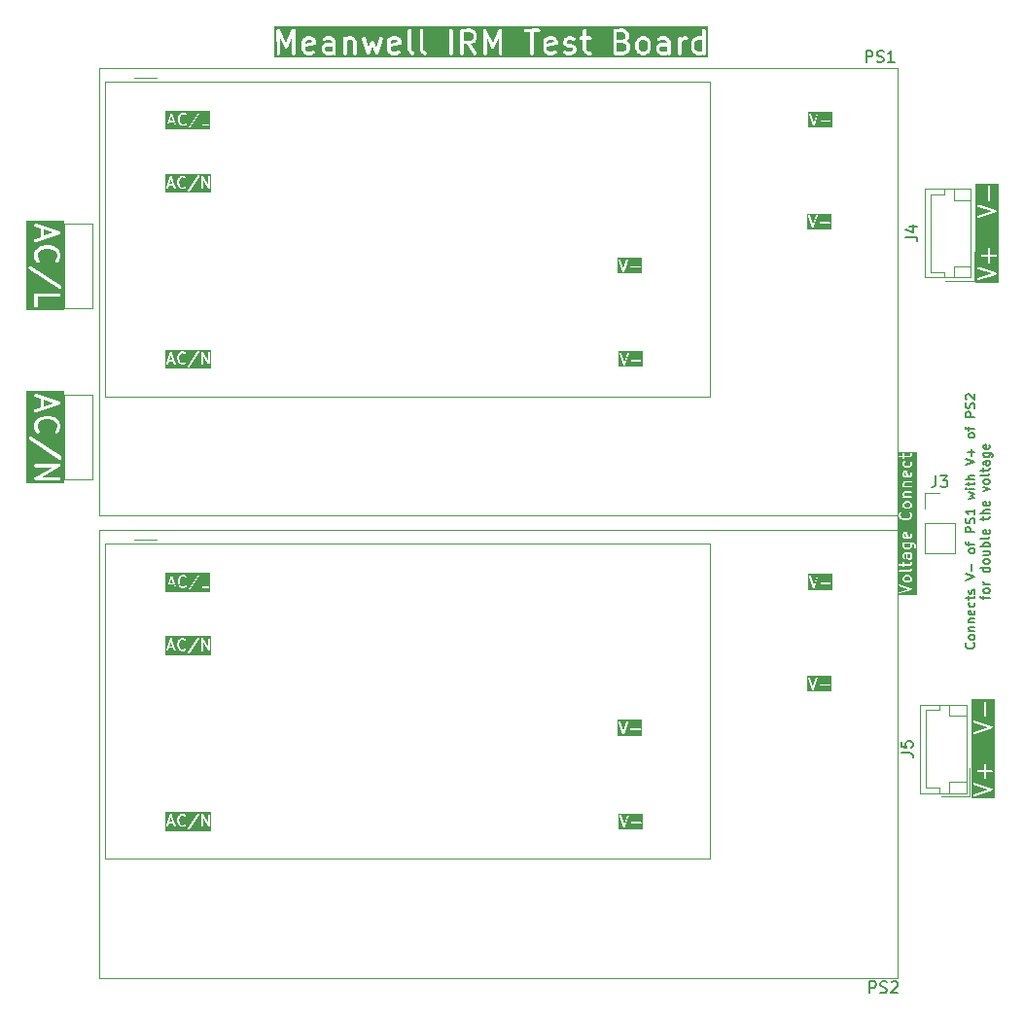
<source format=gbr>
%TF.GenerationSoftware,KiCad,Pcbnew,8.0.1*%
%TF.CreationDate,2024-04-15T18:30:32+02:00*%
%TF.ProjectId,Meanwell IRM Board,4d65616e-7765-46c6-9c20-49524d20426f,rev?*%
%TF.SameCoordinates,Original*%
%TF.FileFunction,Legend,Top*%
%TF.FilePolarity,Positive*%
%FSLAX46Y46*%
G04 Gerber Fmt 4.6, Leading zero omitted, Abs format (unit mm)*
G04 Created by KiCad (PCBNEW 8.0.1) date 2024-04-15 18:30:32*
%MOMM*%
%LPD*%
G01*
G04 APERTURE LIST*
%ADD10C,0.150000*%
%ADD11C,0.300000*%
%ADD12C,0.200000*%
%ADD13C,0.120000*%
G04 APERTURE END LIST*
D10*
X185280149Y-99640477D02*
X185318245Y-99678573D01*
X185318245Y-99678573D02*
X185356340Y-99792858D01*
X185356340Y-99792858D02*
X185356340Y-99869049D01*
X185356340Y-99869049D02*
X185318245Y-99983335D01*
X185318245Y-99983335D02*
X185242054Y-100059525D01*
X185242054Y-100059525D02*
X185165864Y-100097620D01*
X185165864Y-100097620D02*
X185013483Y-100135716D01*
X185013483Y-100135716D02*
X184899197Y-100135716D01*
X184899197Y-100135716D02*
X184746816Y-100097620D01*
X184746816Y-100097620D02*
X184670625Y-100059525D01*
X184670625Y-100059525D02*
X184594435Y-99983335D01*
X184594435Y-99983335D02*
X184556340Y-99869049D01*
X184556340Y-99869049D02*
X184556340Y-99792858D01*
X184556340Y-99792858D02*
X184594435Y-99678573D01*
X184594435Y-99678573D02*
X184632530Y-99640477D01*
X185356340Y-99183335D02*
X185318245Y-99259525D01*
X185318245Y-99259525D02*
X185280149Y-99297620D01*
X185280149Y-99297620D02*
X185203959Y-99335716D01*
X185203959Y-99335716D02*
X184975387Y-99335716D01*
X184975387Y-99335716D02*
X184899197Y-99297620D01*
X184899197Y-99297620D02*
X184861102Y-99259525D01*
X184861102Y-99259525D02*
X184823006Y-99183335D01*
X184823006Y-99183335D02*
X184823006Y-99069049D01*
X184823006Y-99069049D02*
X184861102Y-98992858D01*
X184861102Y-98992858D02*
X184899197Y-98954763D01*
X184899197Y-98954763D02*
X184975387Y-98916668D01*
X184975387Y-98916668D02*
X185203959Y-98916668D01*
X185203959Y-98916668D02*
X185280149Y-98954763D01*
X185280149Y-98954763D02*
X185318245Y-98992858D01*
X185318245Y-98992858D02*
X185356340Y-99069049D01*
X185356340Y-99069049D02*
X185356340Y-99183335D01*
X184823006Y-98573810D02*
X185356340Y-98573810D01*
X184899197Y-98573810D02*
X184861102Y-98535715D01*
X184861102Y-98535715D02*
X184823006Y-98459525D01*
X184823006Y-98459525D02*
X184823006Y-98345239D01*
X184823006Y-98345239D02*
X184861102Y-98269048D01*
X184861102Y-98269048D02*
X184937292Y-98230953D01*
X184937292Y-98230953D02*
X185356340Y-98230953D01*
X184823006Y-97850000D02*
X185356340Y-97850000D01*
X184899197Y-97850000D02*
X184861102Y-97811905D01*
X184861102Y-97811905D02*
X184823006Y-97735715D01*
X184823006Y-97735715D02*
X184823006Y-97621429D01*
X184823006Y-97621429D02*
X184861102Y-97545238D01*
X184861102Y-97545238D02*
X184937292Y-97507143D01*
X184937292Y-97507143D02*
X185356340Y-97507143D01*
X185318245Y-96821428D02*
X185356340Y-96897619D01*
X185356340Y-96897619D02*
X185356340Y-97050000D01*
X185356340Y-97050000D02*
X185318245Y-97126190D01*
X185318245Y-97126190D02*
X185242054Y-97164286D01*
X185242054Y-97164286D02*
X184937292Y-97164286D01*
X184937292Y-97164286D02*
X184861102Y-97126190D01*
X184861102Y-97126190D02*
X184823006Y-97050000D01*
X184823006Y-97050000D02*
X184823006Y-96897619D01*
X184823006Y-96897619D02*
X184861102Y-96821428D01*
X184861102Y-96821428D02*
X184937292Y-96783333D01*
X184937292Y-96783333D02*
X185013483Y-96783333D01*
X185013483Y-96783333D02*
X185089673Y-97164286D01*
X185318245Y-96097619D02*
X185356340Y-96173810D01*
X185356340Y-96173810D02*
X185356340Y-96326191D01*
X185356340Y-96326191D02*
X185318245Y-96402381D01*
X185318245Y-96402381D02*
X185280149Y-96440476D01*
X185280149Y-96440476D02*
X185203959Y-96478572D01*
X185203959Y-96478572D02*
X184975387Y-96478572D01*
X184975387Y-96478572D02*
X184899197Y-96440476D01*
X184899197Y-96440476D02*
X184861102Y-96402381D01*
X184861102Y-96402381D02*
X184823006Y-96326191D01*
X184823006Y-96326191D02*
X184823006Y-96173810D01*
X184823006Y-96173810D02*
X184861102Y-96097619D01*
X184823006Y-95869048D02*
X184823006Y-95564286D01*
X184556340Y-95754762D02*
X185242054Y-95754762D01*
X185242054Y-95754762D02*
X185318245Y-95716667D01*
X185318245Y-95716667D02*
X185356340Y-95640477D01*
X185356340Y-95640477D02*
X185356340Y-95564286D01*
X185318245Y-95335715D02*
X185356340Y-95259524D01*
X185356340Y-95259524D02*
X185356340Y-95107143D01*
X185356340Y-95107143D02*
X185318245Y-95030953D01*
X185318245Y-95030953D02*
X185242054Y-94992857D01*
X185242054Y-94992857D02*
X185203959Y-94992857D01*
X185203959Y-94992857D02*
X185127768Y-95030953D01*
X185127768Y-95030953D02*
X185089673Y-95107143D01*
X185089673Y-95107143D02*
X185089673Y-95221429D01*
X185089673Y-95221429D02*
X185051578Y-95297619D01*
X185051578Y-95297619D02*
X184975387Y-95335715D01*
X184975387Y-95335715D02*
X184937292Y-95335715D01*
X184937292Y-95335715D02*
X184861102Y-95297619D01*
X184861102Y-95297619D02*
X184823006Y-95221429D01*
X184823006Y-95221429D02*
X184823006Y-95107143D01*
X184823006Y-95107143D02*
X184861102Y-95030953D01*
X184556340Y-94154762D02*
X185356340Y-93888095D01*
X185356340Y-93888095D02*
X184556340Y-93621429D01*
X185051578Y-93354762D02*
X185051578Y-92745239D01*
X185356340Y-91640477D02*
X185318245Y-91716667D01*
X185318245Y-91716667D02*
X185280149Y-91754762D01*
X185280149Y-91754762D02*
X185203959Y-91792858D01*
X185203959Y-91792858D02*
X184975387Y-91792858D01*
X184975387Y-91792858D02*
X184899197Y-91754762D01*
X184899197Y-91754762D02*
X184861102Y-91716667D01*
X184861102Y-91716667D02*
X184823006Y-91640477D01*
X184823006Y-91640477D02*
X184823006Y-91526191D01*
X184823006Y-91526191D02*
X184861102Y-91450000D01*
X184861102Y-91450000D02*
X184899197Y-91411905D01*
X184899197Y-91411905D02*
X184975387Y-91373810D01*
X184975387Y-91373810D02*
X185203959Y-91373810D01*
X185203959Y-91373810D02*
X185280149Y-91411905D01*
X185280149Y-91411905D02*
X185318245Y-91450000D01*
X185318245Y-91450000D02*
X185356340Y-91526191D01*
X185356340Y-91526191D02*
X185356340Y-91640477D01*
X184823006Y-91145238D02*
X184823006Y-90840476D01*
X185356340Y-91030952D02*
X184670625Y-91030952D01*
X184670625Y-91030952D02*
X184594435Y-90992857D01*
X184594435Y-90992857D02*
X184556340Y-90916667D01*
X184556340Y-90916667D02*
X184556340Y-90840476D01*
X185356340Y-89964285D02*
X184556340Y-89964285D01*
X184556340Y-89964285D02*
X184556340Y-89659523D01*
X184556340Y-89659523D02*
X184594435Y-89583333D01*
X184594435Y-89583333D02*
X184632530Y-89545238D01*
X184632530Y-89545238D02*
X184708721Y-89507142D01*
X184708721Y-89507142D02*
X184823006Y-89507142D01*
X184823006Y-89507142D02*
X184899197Y-89545238D01*
X184899197Y-89545238D02*
X184937292Y-89583333D01*
X184937292Y-89583333D02*
X184975387Y-89659523D01*
X184975387Y-89659523D02*
X184975387Y-89964285D01*
X185318245Y-89202381D02*
X185356340Y-89088095D01*
X185356340Y-89088095D02*
X185356340Y-88897619D01*
X185356340Y-88897619D02*
X185318245Y-88821428D01*
X185318245Y-88821428D02*
X185280149Y-88783333D01*
X185280149Y-88783333D02*
X185203959Y-88745238D01*
X185203959Y-88745238D02*
X185127768Y-88745238D01*
X185127768Y-88745238D02*
X185051578Y-88783333D01*
X185051578Y-88783333D02*
X185013483Y-88821428D01*
X185013483Y-88821428D02*
X184975387Y-88897619D01*
X184975387Y-88897619D02*
X184937292Y-89050000D01*
X184937292Y-89050000D02*
X184899197Y-89126190D01*
X184899197Y-89126190D02*
X184861102Y-89164285D01*
X184861102Y-89164285D02*
X184784911Y-89202381D01*
X184784911Y-89202381D02*
X184708721Y-89202381D01*
X184708721Y-89202381D02*
X184632530Y-89164285D01*
X184632530Y-89164285D02*
X184594435Y-89126190D01*
X184594435Y-89126190D02*
X184556340Y-89050000D01*
X184556340Y-89050000D02*
X184556340Y-88859523D01*
X184556340Y-88859523D02*
X184594435Y-88745238D01*
X185356340Y-87983333D02*
X185356340Y-88440476D01*
X185356340Y-88211904D02*
X184556340Y-88211904D01*
X184556340Y-88211904D02*
X184670625Y-88288095D01*
X184670625Y-88288095D02*
X184746816Y-88364285D01*
X184746816Y-88364285D02*
X184784911Y-88440476D01*
X184823006Y-87107142D02*
X185356340Y-86954761D01*
X185356340Y-86954761D02*
X184975387Y-86802380D01*
X184975387Y-86802380D02*
X185356340Y-86649999D01*
X185356340Y-86649999D02*
X184823006Y-86497618D01*
X185356340Y-86192856D02*
X184823006Y-86192856D01*
X184556340Y-86192856D02*
X184594435Y-86230952D01*
X184594435Y-86230952D02*
X184632530Y-86192856D01*
X184632530Y-86192856D02*
X184594435Y-86154761D01*
X184594435Y-86154761D02*
X184556340Y-86192856D01*
X184556340Y-86192856D02*
X184632530Y-86192856D01*
X184823006Y-85926190D02*
X184823006Y-85621428D01*
X184556340Y-85811904D02*
X185242054Y-85811904D01*
X185242054Y-85811904D02*
X185318245Y-85773809D01*
X185318245Y-85773809D02*
X185356340Y-85697619D01*
X185356340Y-85697619D02*
X185356340Y-85621428D01*
X185356340Y-85354761D02*
X184556340Y-85354761D01*
X185356340Y-85011904D02*
X184937292Y-85011904D01*
X184937292Y-85011904D02*
X184861102Y-85049999D01*
X184861102Y-85049999D02*
X184823006Y-85126190D01*
X184823006Y-85126190D02*
X184823006Y-85240476D01*
X184823006Y-85240476D02*
X184861102Y-85316666D01*
X184861102Y-85316666D02*
X184899197Y-85354761D01*
X184556340Y-84135713D02*
X185356340Y-83869046D01*
X185356340Y-83869046D02*
X184556340Y-83602380D01*
X185051578Y-83335713D02*
X185051578Y-82726190D01*
X185356340Y-83030951D02*
X184746816Y-83030951D01*
X185356340Y-81621428D02*
X185318245Y-81697618D01*
X185318245Y-81697618D02*
X185280149Y-81735713D01*
X185280149Y-81735713D02*
X185203959Y-81773809D01*
X185203959Y-81773809D02*
X184975387Y-81773809D01*
X184975387Y-81773809D02*
X184899197Y-81735713D01*
X184899197Y-81735713D02*
X184861102Y-81697618D01*
X184861102Y-81697618D02*
X184823006Y-81621428D01*
X184823006Y-81621428D02*
X184823006Y-81507142D01*
X184823006Y-81507142D02*
X184861102Y-81430951D01*
X184861102Y-81430951D02*
X184899197Y-81392856D01*
X184899197Y-81392856D02*
X184975387Y-81354761D01*
X184975387Y-81354761D02*
X185203959Y-81354761D01*
X185203959Y-81354761D02*
X185280149Y-81392856D01*
X185280149Y-81392856D02*
X185318245Y-81430951D01*
X185318245Y-81430951D02*
X185356340Y-81507142D01*
X185356340Y-81507142D02*
X185356340Y-81621428D01*
X184823006Y-81126189D02*
X184823006Y-80821427D01*
X185356340Y-81011903D02*
X184670625Y-81011903D01*
X184670625Y-81011903D02*
X184594435Y-80973808D01*
X184594435Y-80973808D02*
X184556340Y-80897618D01*
X184556340Y-80897618D02*
X184556340Y-80821427D01*
X185356340Y-79945236D02*
X184556340Y-79945236D01*
X184556340Y-79945236D02*
X184556340Y-79640474D01*
X184556340Y-79640474D02*
X184594435Y-79564284D01*
X184594435Y-79564284D02*
X184632530Y-79526189D01*
X184632530Y-79526189D02*
X184708721Y-79488093D01*
X184708721Y-79488093D02*
X184823006Y-79488093D01*
X184823006Y-79488093D02*
X184899197Y-79526189D01*
X184899197Y-79526189D02*
X184937292Y-79564284D01*
X184937292Y-79564284D02*
X184975387Y-79640474D01*
X184975387Y-79640474D02*
X184975387Y-79945236D01*
X185318245Y-79183332D02*
X185356340Y-79069046D01*
X185356340Y-79069046D02*
X185356340Y-78878570D01*
X185356340Y-78878570D02*
X185318245Y-78802379D01*
X185318245Y-78802379D02*
X185280149Y-78764284D01*
X185280149Y-78764284D02*
X185203959Y-78726189D01*
X185203959Y-78726189D02*
X185127768Y-78726189D01*
X185127768Y-78726189D02*
X185051578Y-78764284D01*
X185051578Y-78764284D02*
X185013483Y-78802379D01*
X185013483Y-78802379D02*
X184975387Y-78878570D01*
X184975387Y-78878570D02*
X184937292Y-79030951D01*
X184937292Y-79030951D02*
X184899197Y-79107141D01*
X184899197Y-79107141D02*
X184861102Y-79145236D01*
X184861102Y-79145236D02*
X184784911Y-79183332D01*
X184784911Y-79183332D02*
X184708721Y-79183332D01*
X184708721Y-79183332D02*
X184632530Y-79145236D01*
X184632530Y-79145236D02*
X184594435Y-79107141D01*
X184594435Y-79107141D02*
X184556340Y-79030951D01*
X184556340Y-79030951D02*
X184556340Y-78840474D01*
X184556340Y-78840474D02*
X184594435Y-78726189D01*
X184632530Y-78421427D02*
X184594435Y-78383331D01*
X184594435Y-78383331D02*
X184556340Y-78307141D01*
X184556340Y-78307141D02*
X184556340Y-78116665D01*
X184556340Y-78116665D02*
X184594435Y-78040474D01*
X184594435Y-78040474D02*
X184632530Y-78002379D01*
X184632530Y-78002379D02*
X184708721Y-77964284D01*
X184708721Y-77964284D02*
X184784911Y-77964284D01*
X184784911Y-77964284D02*
X184899197Y-78002379D01*
X184899197Y-78002379D02*
X185356340Y-78459522D01*
X185356340Y-78459522D02*
X185356340Y-77964284D01*
X186110961Y-95830954D02*
X186110961Y-95526192D01*
X186644295Y-95716668D02*
X185958580Y-95716668D01*
X185958580Y-95716668D02*
X185882390Y-95678573D01*
X185882390Y-95678573D02*
X185844295Y-95602383D01*
X185844295Y-95602383D02*
X185844295Y-95526192D01*
X186644295Y-95145240D02*
X186606200Y-95221430D01*
X186606200Y-95221430D02*
X186568104Y-95259525D01*
X186568104Y-95259525D02*
X186491914Y-95297621D01*
X186491914Y-95297621D02*
X186263342Y-95297621D01*
X186263342Y-95297621D02*
X186187152Y-95259525D01*
X186187152Y-95259525D02*
X186149057Y-95221430D01*
X186149057Y-95221430D02*
X186110961Y-95145240D01*
X186110961Y-95145240D02*
X186110961Y-95030954D01*
X186110961Y-95030954D02*
X186149057Y-94954763D01*
X186149057Y-94954763D02*
X186187152Y-94916668D01*
X186187152Y-94916668D02*
X186263342Y-94878573D01*
X186263342Y-94878573D02*
X186491914Y-94878573D01*
X186491914Y-94878573D02*
X186568104Y-94916668D01*
X186568104Y-94916668D02*
X186606200Y-94954763D01*
X186606200Y-94954763D02*
X186644295Y-95030954D01*
X186644295Y-95030954D02*
X186644295Y-95145240D01*
X186644295Y-94535715D02*
X186110961Y-94535715D01*
X186263342Y-94535715D02*
X186187152Y-94497620D01*
X186187152Y-94497620D02*
X186149057Y-94459525D01*
X186149057Y-94459525D02*
X186110961Y-94383334D01*
X186110961Y-94383334D02*
X186110961Y-94307144D01*
X186644295Y-93088096D02*
X185844295Y-93088096D01*
X186606200Y-93088096D02*
X186644295Y-93164287D01*
X186644295Y-93164287D02*
X186644295Y-93316668D01*
X186644295Y-93316668D02*
X186606200Y-93392858D01*
X186606200Y-93392858D02*
X186568104Y-93430953D01*
X186568104Y-93430953D02*
X186491914Y-93469049D01*
X186491914Y-93469049D02*
X186263342Y-93469049D01*
X186263342Y-93469049D02*
X186187152Y-93430953D01*
X186187152Y-93430953D02*
X186149057Y-93392858D01*
X186149057Y-93392858D02*
X186110961Y-93316668D01*
X186110961Y-93316668D02*
X186110961Y-93164287D01*
X186110961Y-93164287D02*
X186149057Y-93088096D01*
X186644295Y-92592858D02*
X186606200Y-92669048D01*
X186606200Y-92669048D02*
X186568104Y-92707143D01*
X186568104Y-92707143D02*
X186491914Y-92745239D01*
X186491914Y-92745239D02*
X186263342Y-92745239D01*
X186263342Y-92745239D02*
X186187152Y-92707143D01*
X186187152Y-92707143D02*
X186149057Y-92669048D01*
X186149057Y-92669048D02*
X186110961Y-92592858D01*
X186110961Y-92592858D02*
X186110961Y-92478572D01*
X186110961Y-92478572D02*
X186149057Y-92402381D01*
X186149057Y-92402381D02*
X186187152Y-92364286D01*
X186187152Y-92364286D02*
X186263342Y-92326191D01*
X186263342Y-92326191D02*
X186491914Y-92326191D01*
X186491914Y-92326191D02*
X186568104Y-92364286D01*
X186568104Y-92364286D02*
X186606200Y-92402381D01*
X186606200Y-92402381D02*
X186644295Y-92478572D01*
X186644295Y-92478572D02*
X186644295Y-92592858D01*
X186110961Y-91640476D02*
X186644295Y-91640476D01*
X186110961Y-91983333D02*
X186530009Y-91983333D01*
X186530009Y-91983333D02*
X186606200Y-91945238D01*
X186606200Y-91945238D02*
X186644295Y-91869048D01*
X186644295Y-91869048D02*
X186644295Y-91754762D01*
X186644295Y-91754762D02*
X186606200Y-91678571D01*
X186606200Y-91678571D02*
X186568104Y-91640476D01*
X186644295Y-91259523D02*
X185844295Y-91259523D01*
X186149057Y-91259523D02*
X186110961Y-91183333D01*
X186110961Y-91183333D02*
X186110961Y-91030952D01*
X186110961Y-91030952D02*
X186149057Y-90954761D01*
X186149057Y-90954761D02*
X186187152Y-90916666D01*
X186187152Y-90916666D02*
X186263342Y-90878571D01*
X186263342Y-90878571D02*
X186491914Y-90878571D01*
X186491914Y-90878571D02*
X186568104Y-90916666D01*
X186568104Y-90916666D02*
X186606200Y-90954761D01*
X186606200Y-90954761D02*
X186644295Y-91030952D01*
X186644295Y-91030952D02*
X186644295Y-91183333D01*
X186644295Y-91183333D02*
X186606200Y-91259523D01*
X186644295Y-90421428D02*
X186606200Y-90497618D01*
X186606200Y-90497618D02*
X186530009Y-90535713D01*
X186530009Y-90535713D02*
X185844295Y-90535713D01*
X186606200Y-89811903D02*
X186644295Y-89888094D01*
X186644295Y-89888094D02*
X186644295Y-90040475D01*
X186644295Y-90040475D02*
X186606200Y-90116665D01*
X186606200Y-90116665D02*
X186530009Y-90154761D01*
X186530009Y-90154761D02*
X186225247Y-90154761D01*
X186225247Y-90154761D02*
X186149057Y-90116665D01*
X186149057Y-90116665D02*
X186110961Y-90040475D01*
X186110961Y-90040475D02*
X186110961Y-89888094D01*
X186110961Y-89888094D02*
X186149057Y-89811903D01*
X186149057Y-89811903D02*
X186225247Y-89773808D01*
X186225247Y-89773808D02*
X186301438Y-89773808D01*
X186301438Y-89773808D02*
X186377628Y-90154761D01*
X186110961Y-88935713D02*
X186110961Y-88630951D01*
X185844295Y-88821427D02*
X186530009Y-88821427D01*
X186530009Y-88821427D02*
X186606200Y-88783332D01*
X186606200Y-88783332D02*
X186644295Y-88707142D01*
X186644295Y-88707142D02*
X186644295Y-88630951D01*
X186644295Y-88364284D02*
X185844295Y-88364284D01*
X186644295Y-88021427D02*
X186225247Y-88021427D01*
X186225247Y-88021427D02*
X186149057Y-88059522D01*
X186149057Y-88059522D02*
X186110961Y-88135713D01*
X186110961Y-88135713D02*
X186110961Y-88249999D01*
X186110961Y-88249999D02*
X186149057Y-88326189D01*
X186149057Y-88326189D02*
X186187152Y-88364284D01*
X186606200Y-87335712D02*
X186644295Y-87411903D01*
X186644295Y-87411903D02*
X186644295Y-87564284D01*
X186644295Y-87564284D02*
X186606200Y-87640474D01*
X186606200Y-87640474D02*
X186530009Y-87678570D01*
X186530009Y-87678570D02*
X186225247Y-87678570D01*
X186225247Y-87678570D02*
X186149057Y-87640474D01*
X186149057Y-87640474D02*
X186110961Y-87564284D01*
X186110961Y-87564284D02*
X186110961Y-87411903D01*
X186110961Y-87411903D02*
X186149057Y-87335712D01*
X186149057Y-87335712D02*
X186225247Y-87297617D01*
X186225247Y-87297617D02*
X186301438Y-87297617D01*
X186301438Y-87297617D02*
X186377628Y-87678570D01*
X186110961Y-86421427D02*
X186644295Y-86230951D01*
X186644295Y-86230951D02*
X186110961Y-86040474D01*
X186644295Y-85621427D02*
X186606200Y-85697617D01*
X186606200Y-85697617D02*
X186568104Y-85735712D01*
X186568104Y-85735712D02*
X186491914Y-85773808D01*
X186491914Y-85773808D02*
X186263342Y-85773808D01*
X186263342Y-85773808D02*
X186187152Y-85735712D01*
X186187152Y-85735712D02*
X186149057Y-85697617D01*
X186149057Y-85697617D02*
X186110961Y-85621427D01*
X186110961Y-85621427D02*
X186110961Y-85507141D01*
X186110961Y-85507141D02*
X186149057Y-85430950D01*
X186149057Y-85430950D02*
X186187152Y-85392855D01*
X186187152Y-85392855D02*
X186263342Y-85354760D01*
X186263342Y-85354760D02*
X186491914Y-85354760D01*
X186491914Y-85354760D02*
X186568104Y-85392855D01*
X186568104Y-85392855D02*
X186606200Y-85430950D01*
X186606200Y-85430950D02*
X186644295Y-85507141D01*
X186644295Y-85507141D02*
X186644295Y-85621427D01*
X186644295Y-84897617D02*
X186606200Y-84973807D01*
X186606200Y-84973807D02*
X186530009Y-85011902D01*
X186530009Y-85011902D02*
X185844295Y-85011902D01*
X186110961Y-84707140D02*
X186110961Y-84402378D01*
X185844295Y-84592854D02*
X186530009Y-84592854D01*
X186530009Y-84592854D02*
X186606200Y-84554759D01*
X186606200Y-84554759D02*
X186644295Y-84478569D01*
X186644295Y-84478569D02*
X186644295Y-84402378D01*
X186644295Y-83792854D02*
X186225247Y-83792854D01*
X186225247Y-83792854D02*
X186149057Y-83830949D01*
X186149057Y-83830949D02*
X186110961Y-83907140D01*
X186110961Y-83907140D02*
X186110961Y-84059521D01*
X186110961Y-84059521D02*
X186149057Y-84135711D01*
X186606200Y-83792854D02*
X186644295Y-83869045D01*
X186644295Y-83869045D02*
X186644295Y-84059521D01*
X186644295Y-84059521D02*
X186606200Y-84135711D01*
X186606200Y-84135711D02*
X186530009Y-84173807D01*
X186530009Y-84173807D02*
X186453819Y-84173807D01*
X186453819Y-84173807D02*
X186377628Y-84135711D01*
X186377628Y-84135711D02*
X186339533Y-84059521D01*
X186339533Y-84059521D02*
X186339533Y-83869045D01*
X186339533Y-83869045D02*
X186301438Y-83792854D01*
X186110961Y-83069044D02*
X186758580Y-83069044D01*
X186758580Y-83069044D02*
X186834771Y-83107139D01*
X186834771Y-83107139D02*
X186872866Y-83145235D01*
X186872866Y-83145235D02*
X186910961Y-83221425D01*
X186910961Y-83221425D02*
X186910961Y-83335711D01*
X186910961Y-83335711D02*
X186872866Y-83411901D01*
X186606200Y-83069044D02*
X186644295Y-83145235D01*
X186644295Y-83145235D02*
X186644295Y-83297616D01*
X186644295Y-83297616D02*
X186606200Y-83373806D01*
X186606200Y-83373806D02*
X186568104Y-83411901D01*
X186568104Y-83411901D02*
X186491914Y-83449997D01*
X186491914Y-83449997D02*
X186263342Y-83449997D01*
X186263342Y-83449997D02*
X186187152Y-83411901D01*
X186187152Y-83411901D02*
X186149057Y-83373806D01*
X186149057Y-83373806D02*
X186110961Y-83297616D01*
X186110961Y-83297616D02*
X186110961Y-83145235D01*
X186110961Y-83145235D02*
X186149057Y-83069044D01*
X186606200Y-82383329D02*
X186644295Y-82459520D01*
X186644295Y-82459520D02*
X186644295Y-82611901D01*
X186644295Y-82611901D02*
X186606200Y-82688091D01*
X186606200Y-82688091D02*
X186530009Y-82726187D01*
X186530009Y-82726187D02*
X186225247Y-82726187D01*
X186225247Y-82726187D02*
X186149057Y-82688091D01*
X186149057Y-82688091D02*
X186110961Y-82611901D01*
X186110961Y-82611901D02*
X186110961Y-82459520D01*
X186110961Y-82459520D02*
X186149057Y-82383329D01*
X186149057Y-82383329D02*
X186225247Y-82345234D01*
X186225247Y-82345234D02*
X186301438Y-82345234D01*
X186301438Y-82345234D02*
X186377628Y-82726187D01*
D11*
G36*
X127658786Y-47160905D02*
G01*
X127716829Y-47273619D01*
X127717302Y-47309705D01*
X127061989Y-47442732D01*
X127061403Y-47281884D01*
X127118635Y-47163932D01*
X127230970Y-47106084D01*
X127541310Y-47103904D01*
X127658786Y-47160905D01*
G37*
G36*
X129433001Y-48101750D02*
G01*
X129359083Y-48139815D01*
X128953609Y-48142127D01*
X128835947Y-48085035D01*
X128777905Y-47972323D01*
X128776327Y-47851998D01*
X128832921Y-47735361D01*
X128945175Y-47677555D01*
X129367244Y-47675148D01*
X129371463Y-47676555D01*
X129393348Y-47675000D01*
X129419489Y-47674851D01*
X129424466Y-47672789D01*
X129429844Y-47672407D01*
X129431850Y-47671639D01*
X129433001Y-48101750D01*
G37*
G36*
X135087358Y-47160905D02*
G01*
X135145401Y-47273619D01*
X135145874Y-47309705D01*
X134490561Y-47442732D01*
X134489975Y-47281884D01*
X134547207Y-47163932D01*
X134659542Y-47106084D01*
X134969882Y-47103904D01*
X135087358Y-47160905D01*
G37*
G36*
X148706407Y-47160905D02*
G01*
X148764450Y-47273619D01*
X148764923Y-47309705D01*
X148109610Y-47442732D01*
X148109024Y-47281884D01*
X148166256Y-47163932D01*
X148278591Y-47106084D01*
X148588931Y-47103904D01*
X148706407Y-47160905D01*
G37*
G36*
X154925799Y-47465132D02*
G01*
X154979121Y-47516612D01*
X155050037Y-47654324D01*
X155052007Y-47869589D01*
X154985647Y-48006352D01*
X154925156Y-48069009D01*
X154787783Y-48139750D01*
X154206684Y-48141867D01*
X154205618Y-47391403D01*
X154691787Y-47389389D01*
X154925799Y-47465132D01*
G37*
G36*
X154821227Y-46503740D02*
G01*
X154883883Y-46564231D01*
X154954927Y-46702191D01*
X154956505Y-46822514D01*
X154890409Y-46958733D01*
X154829919Y-47021388D01*
X154692514Y-47092147D01*
X154205196Y-47094165D01*
X154204265Y-46439027D01*
X154683765Y-46437041D01*
X154821227Y-46503740D01*
G37*
G36*
X156725989Y-47170406D02*
G01*
X156788645Y-47230897D01*
X156859424Y-47368342D01*
X156861826Y-47868982D01*
X156795171Y-48006352D01*
X156734680Y-48069009D01*
X156596969Y-48139924D01*
X156381703Y-48141894D01*
X156244940Y-48075534D01*
X156182285Y-48015043D01*
X156111506Y-47877599D01*
X156109104Y-47376959D01*
X156175759Y-47239588D01*
X156236249Y-47176933D01*
X156373961Y-47106017D01*
X156589227Y-47104047D01*
X156725989Y-47170406D01*
G37*
G36*
X158575861Y-48101750D02*
G01*
X158501943Y-48139815D01*
X158096469Y-48142127D01*
X157978807Y-48085035D01*
X157920765Y-47972323D01*
X157919187Y-47851998D01*
X157975781Y-47735361D01*
X158088035Y-47677555D01*
X158510104Y-47675148D01*
X158514323Y-47676555D01*
X158536208Y-47675000D01*
X158562349Y-47674851D01*
X158567326Y-47672789D01*
X158572704Y-47672407D01*
X158574710Y-47671639D01*
X158575861Y-48101750D01*
G37*
G36*
X161622392Y-47143245D02*
G01*
X161623753Y-48101610D01*
X161549481Y-48139857D01*
X161239141Y-48142037D01*
X161102083Y-48075534D01*
X161039428Y-48015043D01*
X160968649Y-47877599D01*
X160966247Y-47376959D01*
X161032902Y-47239588D01*
X161093392Y-47176933D01*
X161230973Y-47106084D01*
X161541313Y-47103904D01*
X161622392Y-47143245D01*
G37*
G36*
X141583130Y-46503740D02*
G01*
X141645786Y-46564231D01*
X141716702Y-46701943D01*
X141718672Y-46917208D01*
X141652312Y-47053971D01*
X141591821Y-47116628D01*
X141454448Y-47187369D01*
X141202147Y-47188289D01*
X141196498Y-47187292D01*
X141191827Y-47188326D01*
X140871996Y-47189491D01*
X140870930Y-46439101D01*
X141445598Y-46437007D01*
X141583130Y-46503740D01*
G37*
G36*
X162143402Y-48661860D02*
G01*
X124351336Y-48661860D01*
X124351336Y-46289638D01*
X124573558Y-46289638D01*
X124576440Y-48318902D01*
X124598838Y-48372974D01*
X124640222Y-48414358D01*
X124694294Y-48436756D01*
X124752822Y-48436756D01*
X124806894Y-48414358D01*
X124848278Y-48372974D01*
X124870676Y-48318902D01*
X124873558Y-48289638D01*
X124871668Y-46958881D01*
X125254418Y-47775233D01*
X125261965Y-47795987D01*
X125266439Y-47800873D01*
X125269285Y-47806942D01*
X125286090Y-47822332D01*
X125301492Y-47839150D01*
X125307535Y-47841970D01*
X125312448Y-47846469D01*
X125333868Y-47854258D01*
X125354530Y-47863900D01*
X125361187Y-47864192D01*
X125367450Y-47866470D01*
X125390225Y-47865468D01*
X125413000Y-47866470D01*
X125419262Y-47864192D01*
X125425921Y-47863900D01*
X125446582Y-47854258D01*
X125468003Y-47846469D01*
X125472916Y-47841969D01*
X125478958Y-47839150D01*
X125494353Y-47822337D01*
X125511166Y-47806942D01*
X125516134Y-47798553D01*
X125518485Y-47795987D01*
X125519804Y-47792357D01*
X125526152Y-47781642D01*
X125907842Y-46959887D01*
X125909773Y-48318902D01*
X125932171Y-48372974D01*
X125973555Y-48414358D01*
X126027627Y-48436756D01*
X126086155Y-48436756D01*
X126140227Y-48414358D01*
X126181611Y-48372974D01*
X126204009Y-48318902D01*
X126206891Y-48289638D01*
X126205944Y-47623127D01*
X126764034Y-47623127D01*
X126765448Y-47630197D01*
X126766724Y-47980623D01*
X126765212Y-47985161D01*
X126766823Y-48007844D01*
X126766916Y-48033187D01*
X126768978Y-48038165D01*
X126769360Y-48043541D01*
X126779870Y-48071005D01*
X126873986Y-48253770D01*
X126878958Y-48268684D01*
X126885625Y-48276371D01*
X126890773Y-48286368D01*
X126904982Y-48298691D01*
X126917304Y-48312899D01*
X126932109Y-48322218D01*
X126934988Y-48324715D01*
X126937299Y-48325485D01*
X126942190Y-48328564D01*
X127113966Y-48411912D01*
X127116412Y-48414358D01*
X127134142Y-48421702D01*
X127160130Y-48434312D01*
X127165505Y-48434693D01*
X127170484Y-48436756D01*
X127199748Y-48439638D01*
X127557923Y-48437121D01*
X127561939Y-48438460D01*
X127583283Y-48436943D01*
X127609965Y-48436756D01*
X127614942Y-48434694D01*
X127620320Y-48434312D01*
X127647783Y-48423802D01*
X127863145Y-48312899D01*
X127901492Y-48268684D01*
X127919999Y-48213161D01*
X127915851Y-48154781D01*
X127889676Y-48102432D01*
X127845461Y-48064085D01*
X127789939Y-48045578D01*
X127731559Y-48049726D01*
X127704095Y-48060236D01*
X127549478Y-48139857D01*
X127239138Y-48142037D01*
X127121661Y-48085035D01*
X127063921Y-47972908D01*
X127063340Y-47813447D01*
X128478320Y-47813447D01*
X128480531Y-47982060D01*
X128479498Y-47985161D01*
X128480815Y-48003700D01*
X128481202Y-48033187D01*
X128483264Y-48038165D01*
X128483646Y-48043541D01*
X128494156Y-48071005D01*
X128588272Y-48253770D01*
X128593244Y-48268684D01*
X128599911Y-48276371D01*
X128605059Y-48286368D01*
X128619268Y-48298691D01*
X128631590Y-48312899D01*
X128646395Y-48322218D01*
X128649274Y-48324715D01*
X128651585Y-48325485D01*
X128656476Y-48328564D01*
X128828252Y-48411912D01*
X128830698Y-48414358D01*
X128848428Y-48421702D01*
X128874416Y-48434312D01*
X128879791Y-48434693D01*
X128884770Y-48436756D01*
X128914034Y-48439638D01*
X129367244Y-48437053D01*
X129371463Y-48438460D01*
X129393348Y-48436905D01*
X129419489Y-48436756D01*
X129424466Y-48434694D01*
X129429844Y-48434312D01*
X129457307Y-48423802D01*
X129489982Y-48406975D01*
X129497365Y-48414358D01*
X129551437Y-48436756D01*
X129609965Y-48436756D01*
X129664037Y-48414358D01*
X129705421Y-48372974D01*
X129727819Y-48318902D01*
X129730701Y-48289638D01*
X129728465Y-47454427D01*
X129729523Y-47451256D01*
X129728415Y-47435669D01*
X129727960Y-47265469D01*
X129729523Y-47260781D01*
X129727885Y-47237739D01*
X129727819Y-47212755D01*
X129725756Y-47207776D01*
X129725375Y-47202401D01*
X129714865Y-47174938D01*
X129620751Y-46992177D01*
X129615778Y-46977258D01*
X129609107Y-46969566D01*
X129603962Y-46959575D01*
X129600191Y-46956304D01*
X130383082Y-46956304D01*
X130385964Y-48318902D01*
X130408362Y-48372974D01*
X130449746Y-48414358D01*
X130503818Y-48436756D01*
X130562346Y-48436756D01*
X130616418Y-48414358D01*
X130657802Y-48372974D01*
X130680200Y-48318902D01*
X130683082Y-48289638D01*
X130680797Y-47209705D01*
X130712437Y-47176933D01*
X130850149Y-47106017D01*
X131065415Y-47104047D01*
X131182596Y-47160905D01*
X131240307Y-47272975D01*
X131243107Y-48318902D01*
X131265505Y-48372974D01*
X131306889Y-48414358D01*
X131360961Y-48436756D01*
X131419489Y-48436756D01*
X131473561Y-48414358D01*
X131514945Y-48372974D01*
X131537343Y-48318902D01*
X131540225Y-48289638D01*
X131537484Y-47265469D01*
X131539047Y-47260781D01*
X131537409Y-47237739D01*
X131537343Y-47212755D01*
X131535280Y-47207776D01*
X131534899Y-47202401D01*
X131524389Y-47174938D01*
X131430275Y-46992177D01*
X131425302Y-46977258D01*
X131418631Y-46969566D01*
X131418124Y-46968582D01*
X132002633Y-46968582D01*
X132007901Y-46997512D01*
X132386219Y-48311497D01*
X132386332Y-48320694D01*
X132394057Y-48338719D01*
X132399664Y-48358192D01*
X132405616Y-48365690D01*
X132409387Y-48374487D01*
X132423654Y-48388411D01*
X132436055Y-48404031D01*
X132444422Y-48408679D01*
X132451273Y-48415365D01*
X132469788Y-48422771D01*
X132487216Y-48432453D01*
X132496724Y-48433545D01*
X132505615Y-48437102D01*
X132525553Y-48436858D01*
X132545360Y-48439135D01*
X132554565Y-48436504D01*
X132564138Y-48436388D01*
X132582463Y-48428533D01*
X132601636Y-48423056D01*
X132609134Y-48417103D01*
X132617931Y-48413333D01*
X132631855Y-48399065D01*
X132647475Y-48386665D01*
X132652123Y-48378297D01*
X132658809Y-48371447D01*
X132672353Y-48345347D01*
X132913618Y-47737373D01*
X133151136Y-48326496D01*
X133152172Y-48335504D01*
X133161638Y-48352544D01*
X133169260Y-48371448D01*
X133175946Y-48378299D01*
X133180594Y-48386665D01*
X133196209Y-48399061D01*
X133210138Y-48413334D01*
X133218936Y-48417104D01*
X133226433Y-48423056D01*
X133245602Y-48428533D01*
X133263931Y-48436388D01*
X133273503Y-48436504D01*
X133282709Y-48439135D01*
X133302515Y-48436858D01*
X133322454Y-48437102D01*
X133331345Y-48433545D01*
X133340853Y-48432453D01*
X133358276Y-48422773D01*
X133376796Y-48415366D01*
X133383648Y-48408678D01*
X133392014Y-48404031D01*
X133404408Y-48388418D01*
X133418683Y-48374488D01*
X133422454Y-48365687D01*
X133428405Y-48358192D01*
X133439216Y-48330846D01*
X133639864Y-47623127D01*
X134192606Y-47623127D01*
X134194020Y-47630197D01*
X134195296Y-47980623D01*
X134193784Y-47985161D01*
X134195395Y-48007844D01*
X134195488Y-48033187D01*
X134197550Y-48038165D01*
X134197932Y-48043541D01*
X134208442Y-48071005D01*
X134302558Y-48253770D01*
X134307530Y-48268684D01*
X134314197Y-48276371D01*
X134319345Y-48286368D01*
X134333554Y-48298691D01*
X134345876Y-48312899D01*
X134360681Y-48322218D01*
X134363560Y-48324715D01*
X134365871Y-48325485D01*
X134370762Y-48328564D01*
X134542538Y-48411912D01*
X134544984Y-48414358D01*
X134562714Y-48421702D01*
X134588702Y-48434312D01*
X134594077Y-48434693D01*
X134599056Y-48436756D01*
X134628320Y-48439638D01*
X134986495Y-48437121D01*
X134990511Y-48438460D01*
X135011855Y-48436943D01*
X135038537Y-48436756D01*
X135043514Y-48434694D01*
X135048892Y-48434312D01*
X135076355Y-48423802D01*
X135291717Y-48312899D01*
X135330064Y-48268684D01*
X135348571Y-48213161D01*
X135344423Y-48154781D01*
X135318248Y-48102432D01*
X135274033Y-48064085D01*
X135218511Y-48045578D01*
X135160131Y-48049726D01*
X135132667Y-48060236D01*
X134978050Y-48139857D01*
X134667710Y-48142037D01*
X134550233Y-48085035D01*
X134492493Y-47972908D01*
X134491665Y-47745770D01*
X135310190Y-47579613D01*
X135324251Y-47579613D01*
X135337764Y-47574015D01*
X135352535Y-47571017D01*
X135364746Y-47562838D01*
X135378323Y-47557215D01*
X135388825Y-47546712D01*
X135401164Y-47538449D01*
X135409314Y-47526223D01*
X135419707Y-47515831D01*
X135425390Y-47502110D01*
X135433629Y-47489753D01*
X135436480Y-47475336D01*
X135442105Y-47461759D01*
X135444987Y-47432495D01*
X135444985Y-47432347D01*
X135444987Y-47432338D01*
X135444984Y-47432326D01*
X135442775Y-47263881D01*
X135443809Y-47260781D01*
X135442491Y-47242241D01*
X135442105Y-47212755D01*
X135440042Y-47207776D01*
X135439661Y-47202401D01*
X135429151Y-47174938D01*
X135335037Y-46992177D01*
X135330064Y-46977258D01*
X135323393Y-46969566D01*
X135318248Y-46959575D01*
X135304043Y-46947255D01*
X135291717Y-46933043D01*
X135276906Y-46923720D01*
X135274033Y-46921228D01*
X135271725Y-46920458D01*
X135266831Y-46917378D01*
X135095053Y-46834028D01*
X135092609Y-46831584D01*
X135074884Y-46824242D01*
X135048892Y-46811630D01*
X135043514Y-46811247D01*
X135038537Y-46809186D01*
X135009273Y-46806304D01*
X134651097Y-46808820D01*
X134647082Y-46807482D01*
X134625737Y-46808998D01*
X134599056Y-46809186D01*
X134594077Y-46811248D01*
X134588702Y-46811630D01*
X134561238Y-46822140D01*
X134378477Y-46916254D01*
X134363560Y-46921227D01*
X134355869Y-46927896D01*
X134345876Y-46933043D01*
X134333554Y-46947250D01*
X134319345Y-46959574D01*
X134310022Y-46974383D01*
X134307530Y-46977258D01*
X134306760Y-46979565D01*
X134303680Y-46984460D01*
X134220330Y-47156238D01*
X134217886Y-47158683D01*
X134210542Y-47176412D01*
X134197932Y-47202401D01*
X134197550Y-47207776D01*
X134195488Y-47212755D01*
X134192606Y-47242019D01*
X134193969Y-47616236D01*
X134192606Y-47623127D01*
X133639864Y-47623127D01*
X133825436Y-46968582D01*
X133818754Y-46910438D01*
X133790332Y-46859277D01*
X133744493Y-46822886D01*
X133688217Y-46806807D01*
X133630073Y-46813489D01*
X133578912Y-46841911D01*
X133542521Y-46887750D01*
X133531710Y-46915096D01*
X133271943Y-47831335D01*
X133060802Y-47307635D01*
X133060785Y-47306201D01*
X133051328Y-47284135D01*
X133039762Y-47255448D01*
X133038462Y-47254115D01*
X133037730Y-47252408D01*
X133018070Y-47233221D01*
X132998884Y-47213562D01*
X132997176Y-47212829D01*
X132995844Y-47211530D01*
X132970336Y-47201326D01*
X132945091Y-47190507D01*
X132943230Y-47190484D01*
X132941502Y-47189793D01*
X132914035Y-47190128D01*
X132886568Y-47189793D01*
X132884839Y-47190484D01*
X132882979Y-47190507D01*
X132857733Y-47201326D01*
X132832226Y-47211530D01*
X132830893Y-47212829D01*
X132829186Y-47213562D01*
X132809999Y-47233221D01*
X132790340Y-47252408D01*
X132789607Y-47254115D01*
X132788308Y-47255448D01*
X132774764Y-47281548D01*
X132556955Y-47830410D01*
X132285548Y-46887750D01*
X132249157Y-46841911D01*
X132197996Y-46813489D01*
X132139852Y-46806807D01*
X132083576Y-46822886D01*
X132037737Y-46859277D01*
X132009315Y-46910438D01*
X132002633Y-46968582D01*
X131418124Y-46968582D01*
X131413486Y-46959575D01*
X131399281Y-46947255D01*
X131386955Y-46933043D01*
X131372144Y-46923720D01*
X131369271Y-46921228D01*
X131366963Y-46920458D01*
X131362069Y-46917378D01*
X131190291Y-46834028D01*
X131187847Y-46831584D01*
X131170122Y-46824242D01*
X131144130Y-46811630D01*
X131138752Y-46811247D01*
X131133775Y-46809186D01*
X131104511Y-46806304D01*
X130841250Y-46808712D01*
X130837558Y-46807482D01*
X130817129Y-46808933D01*
X130789532Y-46809186D01*
X130784553Y-46811248D01*
X130779178Y-46811630D01*
X130751714Y-46822140D01*
X130656173Y-46871339D01*
X130616418Y-46831584D01*
X130562346Y-46809186D01*
X130503818Y-46809186D01*
X130449746Y-46831584D01*
X130408362Y-46872968D01*
X130385964Y-46927040D01*
X130383082Y-46956304D01*
X129600191Y-46956304D01*
X129589757Y-46947255D01*
X129577431Y-46933043D01*
X129562620Y-46923720D01*
X129559747Y-46921228D01*
X129557439Y-46920458D01*
X129552545Y-46917378D01*
X129380767Y-46834028D01*
X129378323Y-46831584D01*
X129360598Y-46824242D01*
X129334606Y-46811630D01*
X129329228Y-46811247D01*
X129324251Y-46809186D01*
X129294987Y-46806304D01*
X128936811Y-46808820D01*
X128932796Y-46807482D01*
X128911451Y-46808998D01*
X128884770Y-46809186D01*
X128879791Y-46811248D01*
X128874416Y-46811630D01*
X128846952Y-46822140D01*
X128631590Y-46933043D01*
X128593244Y-46977258D01*
X128574736Y-47032780D01*
X128578884Y-47091161D01*
X128605059Y-47143510D01*
X128649274Y-47181856D01*
X128704796Y-47200364D01*
X128763177Y-47196216D01*
X128790640Y-47185706D01*
X128945256Y-47106084D01*
X129255596Y-47103904D01*
X129373072Y-47160905D01*
X129430783Y-47272975D01*
X129430965Y-47340894D01*
X129359083Y-47377910D01*
X128937014Y-47380317D01*
X128932796Y-47378911D01*
X128910911Y-47380465D01*
X128884770Y-47380615D01*
X128879791Y-47382677D01*
X128874416Y-47383059D01*
X128846952Y-47393569D01*
X128664190Y-47487684D01*
X128649274Y-47492656D01*
X128641583Y-47499325D01*
X128631590Y-47504472D01*
X128619268Y-47518679D01*
X128605059Y-47531003D01*
X128595736Y-47545812D01*
X128593244Y-47548687D01*
X128592474Y-47550994D01*
X128589394Y-47555889D01*
X128506044Y-47727666D01*
X128503600Y-47730111D01*
X128496258Y-47747835D01*
X128483646Y-47773828D01*
X128483263Y-47779205D01*
X128481202Y-47784183D01*
X128478320Y-47813447D01*
X127063340Y-47813447D01*
X127063093Y-47745770D01*
X127881618Y-47579613D01*
X127895679Y-47579613D01*
X127909192Y-47574015D01*
X127923963Y-47571017D01*
X127936174Y-47562838D01*
X127949751Y-47557215D01*
X127960253Y-47546712D01*
X127972592Y-47538449D01*
X127980742Y-47526223D01*
X127991135Y-47515831D01*
X127996818Y-47502110D01*
X128005057Y-47489753D01*
X128007908Y-47475336D01*
X128013533Y-47461759D01*
X128016415Y-47432495D01*
X128016413Y-47432347D01*
X128016415Y-47432338D01*
X128016412Y-47432326D01*
X128014203Y-47263881D01*
X128015237Y-47260781D01*
X128013919Y-47242241D01*
X128013533Y-47212755D01*
X128011470Y-47207776D01*
X128011089Y-47202401D01*
X128000579Y-47174938D01*
X127906465Y-46992177D01*
X127901492Y-46977258D01*
X127894821Y-46969566D01*
X127889676Y-46959575D01*
X127875471Y-46947255D01*
X127863145Y-46933043D01*
X127848334Y-46923720D01*
X127845461Y-46921228D01*
X127843153Y-46920458D01*
X127838259Y-46917378D01*
X127666481Y-46834028D01*
X127664037Y-46831584D01*
X127646312Y-46824242D01*
X127620320Y-46811630D01*
X127614942Y-46811247D01*
X127609965Y-46809186D01*
X127580701Y-46806304D01*
X127222525Y-46808820D01*
X127218510Y-46807482D01*
X127197165Y-46808998D01*
X127170484Y-46809186D01*
X127165505Y-46811248D01*
X127160130Y-46811630D01*
X127132666Y-46822140D01*
X126949905Y-46916254D01*
X126934988Y-46921227D01*
X126927297Y-46927896D01*
X126917304Y-46933043D01*
X126904982Y-46947250D01*
X126890773Y-46959574D01*
X126881450Y-46974383D01*
X126878958Y-46977258D01*
X126878188Y-46979565D01*
X126875108Y-46984460D01*
X126791758Y-47156238D01*
X126789314Y-47158683D01*
X126781970Y-47176412D01*
X126769360Y-47202401D01*
X126768978Y-47207776D01*
X126766916Y-47212755D01*
X126764034Y-47242019D01*
X126765397Y-47616236D01*
X126764034Y-47623127D01*
X126205944Y-47623127D01*
X126204053Y-46291850D01*
X126204150Y-46289638D01*
X136002130Y-46289638D01*
X136004924Y-47980311D01*
X136003308Y-47985161D01*
X136004971Y-48008570D01*
X136005012Y-48033187D01*
X136007074Y-48038165D01*
X136007456Y-48043541D01*
X136017966Y-48071005D01*
X136112082Y-48253770D01*
X136117054Y-48268684D01*
X136123721Y-48276371D01*
X136128869Y-48286368D01*
X136143078Y-48298691D01*
X136155400Y-48312899D01*
X136170205Y-48322218D01*
X136173084Y-48324715D01*
X136175395Y-48325485D01*
X136180286Y-48328564D01*
X136398226Y-48434312D01*
X136456606Y-48438460D01*
X136512128Y-48419953D01*
X136556343Y-48381606D01*
X136582518Y-48329257D01*
X136586666Y-48270877D01*
X136568159Y-48215354D01*
X136529812Y-48171139D01*
X136504926Y-48155474D01*
X136359757Y-48085035D01*
X136302078Y-47973028D01*
X136299296Y-46289638D01*
X137049749Y-46289638D01*
X137052543Y-47980311D01*
X137050927Y-47985161D01*
X137052590Y-48008570D01*
X137052631Y-48033187D01*
X137054693Y-48038165D01*
X137055075Y-48043541D01*
X137065585Y-48071005D01*
X137159701Y-48253770D01*
X137164673Y-48268684D01*
X137171340Y-48276371D01*
X137176488Y-48286368D01*
X137190697Y-48298691D01*
X137203019Y-48312899D01*
X137217824Y-48322218D01*
X137220703Y-48324715D01*
X137223014Y-48325485D01*
X137227905Y-48328564D01*
X137445845Y-48434312D01*
X137504225Y-48438460D01*
X137559747Y-48419953D01*
X137603962Y-48381606D01*
X137630137Y-48329257D01*
X137634285Y-48270877D01*
X137615778Y-48215354D01*
X137577431Y-48171139D01*
X137552545Y-48155474D01*
X137407376Y-48085035D01*
X137349697Y-47973028D01*
X137346915Y-46289638D01*
X139621178Y-46289638D01*
X139624060Y-48318902D01*
X139646458Y-48372974D01*
X139687842Y-48414358D01*
X139741914Y-48436756D01*
X139800442Y-48436756D01*
X139854514Y-48414358D01*
X139895898Y-48372974D01*
X139918296Y-48318902D01*
X139921178Y-48289638D01*
X139918338Y-46289638D01*
X140573559Y-46289638D01*
X140576441Y-48318902D01*
X140598839Y-48372974D01*
X140640223Y-48414358D01*
X140694295Y-48436756D01*
X140752823Y-48436756D01*
X140806895Y-48414358D01*
X140848279Y-48372974D01*
X140870677Y-48318902D01*
X140873559Y-48289638D01*
X140872418Y-47486714D01*
X141120863Y-47485809D01*
X141762674Y-48397978D01*
X141812031Y-48429431D01*
X141869667Y-48439602D01*
X141926808Y-48426943D01*
X141974756Y-48393380D01*
X142006210Y-48344022D01*
X142016380Y-48286387D01*
X142003721Y-48229245D01*
X141989301Y-48203618D01*
X141483589Y-47484879D01*
X141489385Y-47484467D01*
X141514728Y-47484375D01*
X141519705Y-47482313D01*
X141525083Y-47481931D01*
X141552546Y-47471421D01*
X141741647Y-47374041D01*
X141759276Y-47366739D01*
X141765084Y-47361971D01*
X141767908Y-47360518D01*
X141770505Y-47357523D01*
X141782007Y-47348084D01*
X141876693Y-47250008D01*
X141889677Y-47238748D01*
X141893635Y-47232459D01*
X141895900Y-47230114D01*
X141897416Y-47226452D01*
X141905342Y-47213862D01*
X141988690Y-47042085D01*
X141991136Y-47039640D01*
X141998480Y-47021909D01*
X142011090Y-46995922D01*
X142011471Y-46990546D01*
X142013534Y-46985568D01*
X142016416Y-46956304D01*
X142014007Y-46693044D01*
X142015238Y-46689352D01*
X142013786Y-46668923D01*
X142013534Y-46641326D01*
X142011471Y-46636347D01*
X142011090Y-46630972D01*
X142000580Y-46603508D01*
X141903201Y-46414409D01*
X141895899Y-46396779D01*
X141891130Y-46390968D01*
X141889677Y-46388146D01*
X141886683Y-46385549D01*
X141877244Y-46374048D01*
X141789814Y-46289638D01*
X142573559Y-46289638D01*
X142576441Y-48318902D01*
X142598839Y-48372974D01*
X142640223Y-48414358D01*
X142694295Y-48436756D01*
X142752823Y-48436756D01*
X142806895Y-48414358D01*
X142848279Y-48372974D01*
X142870677Y-48318902D01*
X142873559Y-48289638D01*
X142871669Y-46958881D01*
X143254419Y-47775233D01*
X143261966Y-47795987D01*
X143266440Y-47800873D01*
X143269286Y-47806942D01*
X143286091Y-47822332D01*
X143301493Y-47839150D01*
X143307536Y-47841970D01*
X143312449Y-47846469D01*
X143333869Y-47854258D01*
X143354531Y-47863900D01*
X143361188Y-47864192D01*
X143367451Y-47866470D01*
X143390226Y-47865468D01*
X143413001Y-47866470D01*
X143419263Y-47864192D01*
X143425922Y-47863900D01*
X143446583Y-47854258D01*
X143468004Y-47846469D01*
X143472917Y-47841969D01*
X143478959Y-47839150D01*
X143494354Y-47822337D01*
X143511167Y-47806942D01*
X143516135Y-47798553D01*
X143518486Y-47795987D01*
X143519805Y-47792357D01*
X143526153Y-47781642D01*
X143907843Y-46959887D01*
X143909774Y-48318902D01*
X143932172Y-48372974D01*
X143973556Y-48414358D01*
X144027628Y-48436756D01*
X144086156Y-48436756D01*
X144140228Y-48414358D01*
X144181612Y-48372974D01*
X144204010Y-48318902D01*
X144206892Y-48289638D01*
X144204092Y-46318902D01*
X146100251Y-46318902D01*
X146122649Y-46372974D01*
X146164033Y-46414358D01*
X146218105Y-46436756D01*
X146247369Y-46439638D01*
X146669008Y-46438601D01*
X146671679Y-48318902D01*
X146694077Y-48372974D01*
X146735461Y-48414358D01*
X146789533Y-48436756D01*
X146848061Y-48436756D01*
X146902133Y-48414358D01*
X146943517Y-48372974D01*
X146965915Y-48318902D01*
X146968797Y-48289638D01*
X146967850Y-47623127D01*
X147811655Y-47623127D01*
X147813069Y-47630197D01*
X147814345Y-47980623D01*
X147812833Y-47985161D01*
X147814444Y-48007844D01*
X147814537Y-48033187D01*
X147816599Y-48038165D01*
X147816981Y-48043541D01*
X147827491Y-48071005D01*
X147921607Y-48253770D01*
X147926579Y-48268684D01*
X147933246Y-48276371D01*
X147938394Y-48286368D01*
X147952603Y-48298691D01*
X147964925Y-48312899D01*
X147979730Y-48322218D01*
X147982609Y-48324715D01*
X147984920Y-48325485D01*
X147989811Y-48328564D01*
X148161587Y-48411912D01*
X148164033Y-48414358D01*
X148181763Y-48421702D01*
X148207751Y-48434312D01*
X148213126Y-48434693D01*
X148218105Y-48436756D01*
X148247369Y-48439638D01*
X148605544Y-48437121D01*
X148609560Y-48438460D01*
X148630904Y-48436943D01*
X148657586Y-48436756D01*
X148662563Y-48434694D01*
X148667941Y-48434312D01*
X148695404Y-48423802D01*
X148910766Y-48312899D01*
X148949113Y-48268684D01*
X148967620Y-48213161D01*
X148963472Y-48154781D01*
X148937297Y-48102432D01*
X148893082Y-48064085D01*
X148837560Y-48045578D01*
X148779180Y-48049726D01*
X148751716Y-48060236D01*
X148597099Y-48139857D01*
X148286759Y-48142037D01*
X148169282Y-48085035D01*
X148111542Y-47972908D01*
X148110714Y-47745770D01*
X148929239Y-47579613D01*
X148943300Y-47579613D01*
X148956813Y-47574015D01*
X148971584Y-47571017D01*
X148983795Y-47562838D01*
X148997372Y-47557215D01*
X149007874Y-47546712D01*
X149020213Y-47538449D01*
X149028363Y-47526223D01*
X149038756Y-47515831D01*
X149044439Y-47502110D01*
X149052678Y-47489753D01*
X149055529Y-47475336D01*
X149061154Y-47461759D01*
X149064036Y-47432495D01*
X149064034Y-47432347D01*
X149064036Y-47432338D01*
X149064033Y-47432326D01*
X149061824Y-47263881D01*
X149062858Y-47260781D01*
X149061540Y-47242241D01*
X149061537Y-47242019D01*
X149525941Y-47242019D01*
X149527672Y-47316833D01*
X149527119Y-47318495D01*
X149527997Y-47330859D01*
X149528823Y-47366521D01*
X149530884Y-47371498D01*
X149531267Y-47376876D01*
X149541777Y-47404339D01*
X149635893Y-47587103D01*
X149640865Y-47602017D01*
X149647532Y-47609704D01*
X149652680Y-47619701D01*
X149666889Y-47632024D01*
X149679211Y-47646232D01*
X149694016Y-47655551D01*
X149696895Y-47658048D01*
X149699206Y-47658818D01*
X149704097Y-47661897D01*
X149875873Y-47745245D01*
X149878319Y-47747691D01*
X149896049Y-47755035D01*
X149922037Y-47767645D01*
X149927412Y-47768026D01*
X149932391Y-47770089D01*
X149961655Y-47772971D01*
X150208273Y-47770714D01*
X150325455Y-47827572D01*
X150383830Y-47940930D01*
X150384427Y-47966709D01*
X150328481Y-48082009D01*
X150216147Y-48139857D01*
X149905807Y-48142037D01*
X149715560Y-48049726D01*
X149657179Y-48045578D01*
X149601657Y-48064086D01*
X149557442Y-48102432D01*
X149531267Y-48154781D01*
X149527119Y-48213162D01*
X149545627Y-48268684D01*
X149583973Y-48312899D01*
X149608859Y-48328564D01*
X149780635Y-48411912D01*
X149783081Y-48414358D01*
X149800811Y-48421702D01*
X149826799Y-48434312D01*
X149832174Y-48434693D01*
X149837153Y-48436756D01*
X149866417Y-48439638D01*
X150224591Y-48437121D01*
X150228607Y-48438460D01*
X150249951Y-48436943D01*
X150276633Y-48436756D01*
X150281611Y-48434693D01*
X150286987Y-48434312D01*
X150314451Y-48423802D01*
X150497216Y-48329685D01*
X150512130Y-48324714D01*
X150519817Y-48318046D01*
X150529814Y-48312899D01*
X150542140Y-48298686D01*
X150556345Y-48286367D01*
X150565663Y-48271563D01*
X150568161Y-48268684D01*
X150568931Y-48266372D01*
X150572010Y-48261482D01*
X150655359Y-48089703D01*
X150657804Y-48087259D01*
X150665147Y-48069529D01*
X150677758Y-48043541D01*
X150678139Y-48038165D01*
X150680202Y-48033187D01*
X150683084Y-48003923D01*
X150681352Y-47929108D01*
X150681906Y-47927447D01*
X150681027Y-47915082D01*
X150680202Y-47879421D01*
X150678139Y-47874442D01*
X150677758Y-47869067D01*
X150667248Y-47841603D01*
X150573133Y-47658842D01*
X150568161Y-47643925D01*
X150561491Y-47636234D01*
X150556345Y-47626241D01*
X150542137Y-47613919D01*
X150529814Y-47599710D01*
X150515004Y-47590387D01*
X150512130Y-47587895D01*
X150509822Y-47587125D01*
X150504928Y-47584045D01*
X150333149Y-47500695D01*
X150330705Y-47498251D01*
X150312975Y-47490907D01*
X150286987Y-47478297D01*
X150281611Y-47477915D01*
X150276633Y-47475853D01*
X150247369Y-47472971D01*
X150000750Y-47475227D01*
X149883569Y-47418369D01*
X149825194Y-47305011D01*
X149824597Y-47279232D01*
X149880542Y-47163932D01*
X149993008Y-47106017D01*
X150208273Y-47104047D01*
X150398228Y-47196216D01*
X150456608Y-47200364D01*
X150512131Y-47181857D01*
X150556346Y-47143510D01*
X150582520Y-47091161D01*
X150586668Y-47032780D01*
X150570931Y-46985568D01*
X150957395Y-46985568D01*
X150979793Y-47039640D01*
X151021177Y-47081024D01*
X151075249Y-47103422D01*
X151104513Y-47106304D01*
X151241576Y-47105804D01*
X151243021Y-47980311D01*
X151241405Y-47985161D01*
X151243068Y-48008570D01*
X151243109Y-48033187D01*
X151245171Y-48038165D01*
X151245553Y-48043541D01*
X151256063Y-48071005D01*
X151350179Y-48253770D01*
X151355151Y-48268684D01*
X151361818Y-48276371D01*
X151366966Y-48286368D01*
X151381175Y-48298691D01*
X151393497Y-48312899D01*
X151408302Y-48322218D01*
X151411181Y-48324715D01*
X151413492Y-48325485D01*
X151418383Y-48328564D01*
X151590159Y-48411912D01*
X151592605Y-48414358D01*
X151610335Y-48421702D01*
X151636323Y-48434312D01*
X151641698Y-48434693D01*
X151646677Y-48436756D01*
X151675941Y-48439638D01*
X151895681Y-48436756D01*
X151949753Y-48414358D01*
X151991137Y-48372974D01*
X152013535Y-48318902D01*
X152013535Y-48260374D01*
X151991137Y-48206302D01*
X151949753Y-48164918D01*
X151895681Y-48142520D01*
X151866417Y-48139638D01*
X151714492Y-48141630D01*
X151597854Y-48085035D01*
X151540175Y-47973028D01*
X151538740Y-47104722D01*
X151895681Y-47103422D01*
X151949753Y-47081024D01*
X151991137Y-47039640D01*
X152013535Y-46985568D01*
X152013535Y-46927040D01*
X151991137Y-46872968D01*
X151949753Y-46831584D01*
X151895681Y-46809186D01*
X151866417Y-46806304D01*
X151538249Y-46807499D01*
X151537393Y-46289638D01*
X153906894Y-46289638D01*
X153909776Y-48318902D01*
X153932174Y-48372974D01*
X153973558Y-48414358D01*
X154027630Y-48436756D01*
X154056894Y-48439638D01*
X154795499Y-48436947D01*
X154800037Y-48438460D01*
X154822720Y-48436848D01*
X154848063Y-48436756D01*
X154853040Y-48434694D01*
X154858418Y-48434312D01*
X154885881Y-48423802D01*
X155074982Y-48326422D01*
X155092611Y-48319120D01*
X155098419Y-48314352D01*
X155101243Y-48312899D01*
X155103840Y-48309904D01*
X155115342Y-48300465D01*
X155210028Y-48202389D01*
X155223012Y-48191129D01*
X155226970Y-48184840D01*
X155229235Y-48182495D01*
X155230751Y-48178833D01*
X155238677Y-48166243D01*
X155322025Y-47994466D01*
X155324471Y-47992021D01*
X155331815Y-47974290D01*
X155344425Y-47948303D01*
X155344806Y-47942927D01*
X155346869Y-47937949D01*
X155349751Y-47908685D01*
X155347342Y-47645425D01*
X155348573Y-47641733D01*
X155347121Y-47621304D01*
X155346869Y-47593707D01*
X155344806Y-47588728D01*
X155344425Y-47583353D01*
X155333915Y-47555889D01*
X155236536Y-47366790D01*
X155229234Y-47349160D01*
X155224465Y-47343349D01*
X155223012Y-47340527D01*
X155220018Y-47337930D01*
X155219466Y-47337257D01*
X155811656Y-47337257D01*
X155814286Y-47885565D01*
X155812834Y-47889923D01*
X155814414Y-47912164D01*
X155814538Y-47937949D01*
X155816599Y-47942926D01*
X155816982Y-47948304D01*
X155827492Y-47975767D01*
X155924871Y-48164866D01*
X155932173Y-48182496D01*
X155936941Y-48188306D01*
X155938395Y-48191129D01*
X155941388Y-48193725D01*
X155950827Y-48205226D01*
X156048905Y-48299917D01*
X156060164Y-48312899D01*
X156066449Y-48316855D01*
X156068796Y-48319121D01*
X156072458Y-48320637D01*
X156085050Y-48328564D01*
X156256826Y-48411912D01*
X156259272Y-48414358D01*
X156277002Y-48421702D01*
X156302990Y-48434312D01*
X156308365Y-48434693D01*
X156313344Y-48436756D01*
X156342608Y-48439638D01*
X156605868Y-48437229D01*
X156609561Y-48438460D01*
X156629990Y-48437008D01*
X156657587Y-48436756D01*
X156662564Y-48434694D01*
X156667942Y-48434312D01*
X156695405Y-48423802D01*
X156884506Y-48326422D01*
X156902135Y-48319120D01*
X156907943Y-48314352D01*
X156910767Y-48312899D01*
X156913364Y-48309904D01*
X156924866Y-48300465D01*
X157019552Y-48202389D01*
X157032536Y-48191129D01*
X157036494Y-48184840D01*
X157038759Y-48182495D01*
X157040275Y-48178833D01*
X157048201Y-48166243D01*
X157131549Y-47994466D01*
X157133995Y-47992021D01*
X157141339Y-47974290D01*
X157153949Y-47948303D01*
X157154330Y-47942927D01*
X157156393Y-47937949D01*
X157159275Y-47908685D01*
X157158818Y-47813447D01*
X157621180Y-47813447D01*
X157623391Y-47982060D01*
X157622358Y-47985161D01*
X157623675Y-48003700D01*
X157624062Y-48033187D01*
X157626124Y-48038165D01*
X157626506Y-48043541D01*
X157637016Y-48071005D01*
X157731132Y-48253770D01*
X157736104Y-48268684D01*
X157742771Y-48276371D01*
X157747919Y-48286368D01*
X157762128Y-48298691D01*
X157774450Y-48312899D01*
X157789255Y-48322218D01*
X157792134Y-48324715D01*
X157794445Y-48325485D01*
X157799336Y-48328564D01*
X157971112Y-48411912D01*
X157973558Y-48414358D01*
X157991288Y-48421702D01*
X158017276Y-48434312D01*
X158022651Y-48434693D01*
X158027630Y-48436756D01*
X158056894Y-48439638D01*
X158510104Y-48437053D01*
X158514323Y-48438460D01*
X158536208Y-48436905D01*
X158562349Y-48436756D01*
X158567326Y-48434694D01*
X158572704Y-48434312D01*
X158600167Y-48423802D01*
X158632842Y-48406975D01*
X158640225Y-48414358D01*
X158694297Y-48436756D01*
X158752825Y-48436756D01*
X158806897Y-48414358D01*
X158848281Y-48372974D01*
X158870679Y-48318902D01*
X158873561Y-48289638D01*
X158871325Y-47454427D01*
X158872383Y-47451256D01*
X158871275Y-47435669D01*
X158870820Y-47265469D01*
X158872383Y-47260781D01*
X158870745Y-47237739D01*
X158870679Y-47212755D01*
X158868616Y-47207776D01*
X158868235Y-47202401D01*
X158857725Y-47174938D01*
X158763611Y-46992177D01*
X158758638Y-46977258D01*
X158751967Y-46969566D01*
X158746822Y-46959575D01*
X158743051Y-46956304D01*
X159525942Y-46956304D01*
X159528824Y-48318902D01*
X159551222Y-48372974D01*
X159592606Y-48414358D01*
X159646678Y-48436756D01*
X159705206Y-48436756D01*
X159759278Y-48414358D01*
X159800662Y-48372974D01*
X159823060Y-48318902D01*
X159825942Y-48289638D01*
X159824008Y-47375685D01*
X159842654Y-47337257D01*
X160668799Y-47337257D01*
X160671429Y-47885565D01*
X160669977Y-47889923D01*
X160671557Y-47912164D01*
X160671681Y-47937949D01*
X160673742Y-47942926D01*
X160674125Y-47948304D01*
X160684635Y-47975767D01*
X160782014Y-48164866D01*
X160789316Y-48182496D01*
X160794084Y-48188306D01*
X160795538Y-48191129D01*
X160798531Y-48193725D01*
X160807970Y-48205226D01*
X160906048Y-48299917D01*
X160917307Y-48312899D01*
X160923592Y-48316855D01*
X160925939Y-48319121D01*
X160929601Y-48320637D01*
X160942193Y-48328564D01*
X161113969Y-48411912D01*
X161116415Y-48414358D01*
X161134145Y-48421702D01*
X161160133Y-48434312D01*
X161165508Y-48434693D01*
X161170487Y-48436756D01*
X161199751Y-48439638D01*
X161557926Y-48437121D01*
X161561942Y-48438460D01*
X161583286Y-48436943D01*
X161609968Y-48436756D01*
X161614945Y-48434694D01*
X161620323Y-48434312D01*
X161647786Y-48423802D01*
X161680461Y-48406975D01*
X161687844Y-48414358D01*
X161741916Y-48436756D01*
X161800444Y-48436756D01*
X161854516Y-48414358D01*
X161895900Y-48372974D01*
X161918298Y-48318902D01*
X161921180Y-48289638D01*
X161919406Y-47041156D01*
X161920002Y-47032781D01*
X161919392Y-47030952D01*
X161918298Y-46260374D01*
X161895900Y-46206302D01*
X161854516Y-46164918D01*
X161800444Y-46142520D01*
X161741916Y-46142520D01*
X161687844Y-46164918D01*
X161646460Y-46206302D01*
X161624062Y-46260374D01*
X161621180Y-46289638D01*
X161621922Y-46812406D01*
X161620323Y-46811630D01*
X161614945Y-46811247D01*
X161609968Y-46809186D01*
X161580704Y-46806304D01*
X161222528Y-46808820D01*
X161218513Y-46807482D01*
X161197168Y-46808998D01*
X161170487Y-46809186D01*
X161165508Y-46811248D01*
X161160133Y-46811630D01*
X161132669Y-46822140D01*
X160943570Y-46919518D01*
X160925940Y-46926821D01*
X160920129Y-46931589D01*
X160917307Y-46933043D01*
X160914710Y-46936036D01*
X160903209Y-46945476D01*
X160808524Y-47043548D01*
X160795538Y-47054812D01*
X160791579Y-47061100D01*
X160789316Y-47063445D01*
X160787800Y-47067104D01*
X160779873Y-47079698D01*
X160696523Y-47251476D01*
X160694079Y-47253921D01*
X160686735Y-47271650D01*
X160674125Y-47297639D01*
X160673743Y-47303014D01*
X160671681Y-47307993D01*
X160668799Y-47337257D01*
X159842654Y-47337257D01*
X159890045Y-47239588D01*
X159950535Y-47176933D01*
X160088495Y-47105889D01*
X160276635Y-47103422D01*
X160330707Y-47081024D01*
X160372091Y-47039640D01*
X160394489Y-46985568D01*
X160394489Y-46927040D01*
X160372091Y-46872968D01*
X160330707Y-46831584D01*
X160276635Y-46809186D01*
X160247371Y-46806304D01*
X160078756Y-46808515D01*
X160075656Y-46807482D01*
X160057116Y-46808799D01*
X160027630Y-46809186D01*
X160022651Y-46811248D01*
X160017276Y-46811630D01*
X159989812Y-46822140D01*
X159816563Y-46911356D01*
X159800662Y-46872968D01*
X159759278Y-46831584D01*
X159705206Y-46809186D01*
X159646678Y-46809186D01*
X159592606Y-46831584D01*
X159551222Y-46872968D01*
X159528824Y-46927040D01*
X159525942Y-46956304D01*
X158743051Y-46956304D01*
X158732617Y-46947255D01*
X158720291Y-46933043D01*
X158705480Y-46923720D01*
X158702607Y-46921228D01*
X158700299Y-46920458D01*
X158695405Y-46917378D01*
X158523627Y-46834028D01*
X158521183Y-46831584D01*
X158503458Y-46824242D01*
X158477466Y-46811630D01*
X158472088Y-46811247D01*
X158467111Y-46809186D01*
X158437847Y-46806304D01*
X158079671Y-46808820D01*
X158075656Y-46807482D01*
X158054311Y-46808998D01*
X158027630Y-46809186D01*
X158022651Y-46811248D01*
X158017276Y-46811630D01*
X157989812Y-46822140D01*
X157774450Y-46933043D01*
X157736104Y-46977258D01*
X157717596Y-47032780D01*
X157721744Y-47091161D01*
X157747919Y-47143510D01*
X157792134Y-47181856D01*
X157847656Y-47200364D01*
X157906037Y-47196216D01*
X157933500Y-47185706D01*
X158088116Y-47106084D01*
X158398456Y-47103904D01*
X158515932Y-47160905D01*
X158573643Y-47272975D01*
X158573825Y-47340894D01*
X158501943Y-47377910D01*
X158079874Y-47380317D01*
X158075656Y-47378911D01*
X158053771Y-47380465D01*
X158027630Y-47380615D01*
X158022651Y-47382677D01*
X158017276Y-47383059D01*
X157989812Y-47393569D01*
X157807050Y-47487684D01*
X157792134Y-47492656D01*
X157784443Y-47499325D01*
X157774450Y-47504472D01*
X157762128Y-47518679D01*
X157747919Y-47531003D01*
X157738596Y-47545812D01*
X157736104Y-47548687D01*
X157735334Y-47550994D01*
X157732254Y-47555889D01*
X157648904Y-47727666D01*
X157646460Y-47730111D01*
X157639118Y-47747835D01*
X157626506Y-47773828D01*
X157626123Y-47779205D01*
X157624062Y-47784183D01*
X157621180Y-47813447D01*
X157158818Y-47813447D01*
X157156644Y-47360377D01*
X157158097Y-47356019D01*
X157156516Y-47333777D01*
X157156393Y-47307993D01*
X157154330Y-47303014D01*
X157153949Y-47297639D01*
X157143439Y-47270176D01*
X157046063Y-47081081D01*
X157038758Y-47063445D01*
X157033988Y-47057633D01*
X157032536Y-47054813D01*
X157029544Y-47052218D01*
X157020103Y-47040714D01*
X156922030Y-46946029D01*
X156910767Y-46933043D01*
X156904478Y-46929084D01*
X156902134Y-46926821D01*
X156898474Y-46925305D01*
X156885881Y-46917378D01*
X156714103Y-46834028D01*
X156711659Y-46831584D01*
X156693934Y-46824242D01*
X156667942Y-46811630D01*
X156662564Y-46811247D01*
X156657587Y-46809186D01*
X156628323Y-46806304D01*
X156365062Y-46808712D01*
X156361370Y-46807482D01*
X156340941Y-46808933D01*
X156313344Y-46809186D01*
X156308365Y-46811248D01*
X156302990Y-46811630D01*
X156275526Y-46822140D01*
X156086427Y-46919518D01*
X156068797Y-46926821D01*
X156062986Y-46931589D01*
X156060164Y-46933043D01*
X156057567Y-46936036D01*
X156046066Y-46945476D01*
X155951381Y-47043548D01*
X155938395Y-47054812D01*
X155934436Y-47061100D01*
X155932173Y-47063445D01*
X155930657Y-47067104D01*
X155922730Y-47079698D01*
X155839380Y-47251476D01*
X155836936Y-47253921D01*
X155829592Y-47271650D01*
X155816982Y-47297639D01*
X155816600Y-47303014D01*
X155814538Y-47307993D01*
X155811656Y-47337257D01*
X155219466Y-47337257D01*
X155210579Y-47326429D01*
X155128929Y-47247600D01*
X155127774Y-47245290D01*
X155115597Y-47234729D01*
X155092610Y-47212536D01*
X155087630Y-47210473D01*
X155083560Y-47206943D01*
X155070185Y-47200971D01*
X155114788Y-47154771D01*
X155127774Y-47143510D01*
X155131732Y-47137221D01*
X155133996Y-47134877D01*
X155135511Y-47131217D01*
X155143439Y-47118624D01*
X155226787Y-46946847D01*
X155229233Y-46944402D01*
X155236577Y-46926671D01*
X155249187Y-46900684D01*
X155249568Y-46895308D01*
X155251631Y-46890330D01*
X155254513Y-46861066D01*
X155252301Y-46692452D01*
X155253335Y-46689352D01*
X155252017Y-46670812D01*
X155251631Y-46641326D01*
X155249568Y-46636347D01*
X155249187Y-46630972D01*
X155238677Y-46603508D01*
X155141298Y-46414409D01*
X155133996Y-46396779D01*
X155129227Y-46390968D01*
X155127774Y-46388146D01*
X155124780Y-46385549D01*
X155115341Y-46374048D01*
X155017268Y-46279363D01*
X155006005Y-46266377D01*
X154999716Y-46262418D01*
X154997372Y-46260155D01*
X154993712Y-46258639D01*
X154981119Y-46250712D01*
X154809341Y-46167362D01*
X154806897Y-46164918D01*
X154789172Y-46157576D01*
X154763180Y-46144964D01*
X154757802Y-46144581D01*
X154752825Y-46142520D01*
X154723561Y-46139638D01*
X154027630Y-46142520D01*
X153973558Y-46164918D01*
X153932174Y-46206302D01*
X153909776Y-46260374D01*
X153906894Y-46289638D01*
X151537393Y-46289638D01*
X151537345Y-46260374D01*
X151514947Y-46206302D01*
X151473563Y-46164918D01*
X151419491Y-46142520D01*
X151360963Y-46142520D01*
X151306891Y-46164918D01*
X151265507Y-46206302D01*
X151243109Y-46260374D01*
X151240227Y-46289638D01*
X151241084Y-46808581D01*
X151075249Y-46809186D01*
X151021177Y-46831584D01*
X150979793Y-46872968D01*
X150957395Y-46927040D01*
X150957395Y-46985568D01*
X150570931Y-46985568D01*
X150568161Y-46977258D01*
X150529814Y-46933043D01*
X150504928Y-46917378D01*
X150333149Y-46834028D01*
X150330705Y-46831584D01*
X150312975Y-46824240D01*
X150286987Y-46811630D01*
X150281611Y-46811248D01*
X150276633Y-46809186D01*
X150247369Y-46806304D01*
X149984109Y-46808712D01*
X149980417Y-46807482D01*
X149959988Y-46808933D01*
X149932391Y-46809186D01*
X149927412Y-46811248D01*
X149922037Y-46811630D01*
X149894573Y-46822140D01*
X149711812Y-46916254D01*
X149696895Y-46921227D01*
X149689204Y-46927896D01*
X149679211Y-46933043D01*
X149666889Y-46947250D01*
X149652680Y-46959574D01*
X149643357Y-46974383D01*
X149640865Y-46977258D01*
X149640095Y-46979565D01*
X149637015Y-46984460D01*
X149553665Y-47156238D01*
X149551221Y-47158683D01*
X149543877Y-47176412D01*
X149531267Y-47202401D01*
X149530885Y-47207776D01*
X149528823Y-47212755D01*
X149525941Y-47242019D01*
X149061537Y-47242019D01*
X149061154Y-47212755D01*
X149059091Y-47207776D01*
X149058710Y-47202401D01*
X149048200Y-47174938D01*
X148954086Y-46992177D01*
X148949113Y-46977258D01*
X148942442Y-46969566D01*
X148937297Y-46959575D01*
X148923092Y-46947255D01*
X148910766Y-46933043D01*
X148895955Y-46923720D01*
X148893082Y-46921228D01*
X148890774Y-46920458D01*
X148885880Y-46917378D01*
X148714102Y-46834028D01*
X148711658Y-46831584D01*
X148693933Y-46824242D01*
X148667941Y-46811630D01*
X148662563Y-46811247D01*
X148657586Y-46809186D01*
X148628322Y-46806304D01*
X148270146Y-46808820D01*
X148266131Y-46807482D01*
X148244786Y-46808998D01*
X148218105Y-46809186D01*
X148213126Y-46811248D01*
X148207751Y-46811630D01*
X148180287Y-46822140D01*
X147997526Y-46916254D01*
X147982609Y-46921227D01*
X147974918Y-46927896D01*
X147964925Y-46933043D01*
X147952603Y-46947250D01*
X147938394Y-46959574D01*
X147929071Y-46974383D01*
X147926579Y-46977258D01*
X147925809Y-46979565D01*
X147922729Y-46984460D01*
X147839379Y-47156238D01*
X147836935Y-47158683D01*
X147829591Y-47176412D01*
X147816981Y-47202401D01*
X147816599Y-47207776D01*
X147814537Y-47212755D01*
X147811655Y-47242019D01*
X147813018Y-47616236D01*
X147811655Y-47623127D01*
X146967850Y-47623127D01*
X146966167Y-46437870D01*
X147419490Y-46436756D01*
X147473562Y-46414358D01*
X147514946Y-46372974D01*
X147537344Y-46318902D01*
X147537344Y-46260374D01*
X147514946Y-46206302D01*
X147473562Y-46164918D01*
X147419490Y-46142520D01*
X147390226Y-46139638D01*
X146218105Y-46142520D01*
X146164033Y-46164918D01*
X146122649Y-46206302D01*
X146100251Y-46260374D01*
X146100251Y-46318902D01*
X144204092Y-46318902D01*
X144204054Y-46291850D01*
X144205153Y-46266863D01*
X144204014Y-46263732D01*
X144204010Y-46260374D01*
X144194046Y-46236321D01*
X144185152Y-46211861D01*
X144182892Y-46209394D01*
X144181612Y-46206302D01*
X144163196Y-46187886D01*
X144145624Y-46168698D01*
X144142593Y-46167283D01*
X144140228Y-46164918D01*
X144116169Y-46154952D01*
X144092587Y-46143947D01*
X144089246Y-46143800D01*
X144086156Y-46142520D01*
X144060108Y-46142520D01*
X144034116Y-46141378D01*
X144030975Y-46142520D01*
X144027628Y-46142520D01*
X144003574Y-46152483D01*
X143979114Y-46161378D01*
X143976646Y-46163637D01*
X143973556Y-46164918D01*
X143955151Y-46183322D01*
X143935951Y-46200906D01*
X143933601Y-46204872D01*
X143932172Y-46206302D01*
X143930817Y-46209572D01*
X143920964Y-46226206D01*
X143391156Y-47366846D01*
X142857746Y-46229157D01*
X142848279Y-46206302D01*
X142845928Y-46203951D01*
X142844500Y-46200905D01*
X142825292Y-46183315D01*
X142806895Y-46164918D01*
X142803804Y-46163637D01*
X142801337Y-46161378D01*
X142776871Y-46152481D01*
X142752823Y-46142520D01*
X142749477Y-46142520D01*
X142746334Y-46141377D01*
X142720329Y-46142520D01*
X142694295Y-46142520D01*
X142691204Y-46143800D01*
X142687863Y-46143947D01*
X142664263Y-46154959D01*
X142640223Y-46164918D01*
X142637859Y-46167281D01*
X142634826Y-46168697D01*
X142617236Y-46187904D01*
X142598839Y-46206302D01*
X142597558Y-46209392D01*
X142595299Y-46211860D01*
X142586402Y-46236325D01*
X142576441Y-46260374D01*
X142575989Y-46264962D01*
X142575298Y-46266863D01*
X142575453Y-46270401D01*
X142573559Y-46289638D01*
X141789814Y-46289638D01*
X141779171Y-46279363D01*
X141767908Y-46266377D01*
X141761619Y-46262418D01*
X141759275Y-46260155D01*
X141755615Y-46258639D01*
X141743022Y-46250712D01*
X141571244Y-46167362D01*
X141568800Y-46164918D01*
X141551075Y-46157576D01*
X141525083Y-46144964D01*
X141519705Y-46144581D01*
X141514728Y-46142520D01*
X141485464Y-46139638D01*
X140694295Y-46142520D01*
X140640223Y-46164918D01*
X140598839Y-46206302D01*
X140576441Y-46260374D01*
X140573559Y-46289638D01*
X139918338Y-46289638D01*
X139918296Y-46260374D01*
X139895898Y-46206302D01*
X139854514Y-46164918D01*
X139800442Y-46142520D01*
X139741914Y-46142520D01*
X139687842Y-46164918D01*
X139646458Y-46206302D01*
X139624060Y-46260374D01*
X139621178Y-46289638D01*
X137346915Y-46289638D01*
X137346867Y-46260374D01*
X137324469Y-46206302D01*
X137283085Y-46164918D01*
X137229013Y-46142520D01*
X137170485Y-46142520D01*
X137116413Y-46164918D01*
X137075029Y-46206302D01*
X137052631Y-46260374D01*
X137049749Y-46289638D01*
X136299296Y-46289638D01*
X136299248Y-46260374D01*
X136276850Y-46206302D01*
X136235466Y-46164918D01*
X136181394Y-46142520D01*
X136122866Y-46142520D01*
X136068794Y-46164918D01*
X136027410Y-46206302D01*
X136005012Y-46260374D01*
X136002130Y-46289638D01*
X126204150Y-46289638D01*
X126205152Y-46266863D01*
X126204013Y-46263732D01*
X126204009Y-46260374D01*
X126194045Y-46236321D01*
X126185151Y-46211861D01*
X126182891Y-46209394D01*
X126181611Y-46206302D01*
X126163195Y-46187886D01*
X126145623Y-46168698D01*
X126142592Y-46167283D01*
X126140227Y-46164918D01*
X126116168Y-46154952D01*
X126092586Y-46143947D01*
X126089245Y-46143800D01*
X126086155Y-46142520D01*
X126060107Y-46142520D01*
X126034115Y-46141378D01*
X126030974Y-46142520D01*
X126027627Y-46142520D01*
X126003573Y-46152483D01*
X125979113Y-46161378D01*
X125976645Y-46163637D01*
X125973555Y-46164918D01*
X125955150Y-46183322D01*
X125935950Y-46200906D01*
X125933600Y-46204872D01*
X125932171Y-46206302D01*
X125930816Y-46209572D01*
X125920963Y-46226206D01*
X125391155Y-47366846D01*
X124857745Y-46229157D01*
X124848278Y-46206302D01*
X124845927Y-46203951D01*
X124844499Y-46200905D01*
X124825291Y-46183315D01*
X124806894Y-46164918D01*
X124803803Y-46163637D01*
X124801336Y-46161378D01*
X124776870Y-46152481D01*
X124752822Y-46142520D01*
X124749476Y-46142520D01*
X124746333Y-46141377D01*
X124720328Y-46142520D01*
X124694294Y-46142520D01*
X124691203Y-46143800D01*
X124687862Y-46143947D01*
X124664262Y-46154959D01*
X124640222Y-46164918D01*
X124637858Y-46167281D01*
X124634825Y-46168697D01*
X124617235Y-46187904D01*
X124598838Y-46206302D01*
X124597557Y-46209392D01*
X124595298Y-46211860D01*
X124586401Y-46236325D01*
X124576440Y-46260374D01*
X124575988Y-46264962D01*
X124575297Y-46266863D01*
X124575452Y-46270401D01*
X124573558Y-46289638D01*
X124351336Y-46289638D01*
X124351336Y-45917416D01*
X162143402Y-45917416D01*
X162143402Y-48661860D01*
G37*
D12*
G36*
X187421910Y-68241446D02*
G01*
X185390146Y-68241446D01*
X185390146Y-67988071D01*
X185556813Y-67988071D01*
X185569151Y-68025087D01*
X185594716Y-68054563D01*
X185629615Y-68072013D01*
X185668535Y-68074779D01*
X185687651Y-68070432D01*
X187175468Y-67572508D01*
X187182441Y-67572013D01*
X187193556Y-67566455D01*
X187205551Y-67562441D01*
X187210950Y-67557757D01*
X187217340Y-67554563D01*
X187225555Y-67545090D01*
X187235028Y-67536875D01*
X187238222Y-67530485D01*
X187242905Y-67525087D01*
X187246870Y-67513190D01*
X187252477Y-67501977D01*
X187252983Y-67494849D01*
X187255243Y-67488071D01*
X187254354Y-67475564D01*
X187255243Y-67463057D01*
X187252983Y-67456278D01*
X187252477Y-67449151D01*
X187246870Y-67437937D01*
X187242905Y-67426041D01*
X187238222Y-67420642D01*
X187235028Y-67414253D01*
X187225555Y-67406037D01*
X187217340Y-67396565D01*
X187210950Y-67393370D01*
X187205551Y-67388687D01*
X187187651Y-67380696D01*
X185668535Y-66876349D01*
X185629615Y-66879115D01*
X185594716Y-66896565D01*
X185569151Y-66926041D01*
X185556813Y-66963057D01*
X185559579Y-67001977D01*
X185577029Y-67036876D01*
X185606505Y-67062441D01*
X185624405Y-67070432D01*
X186842800Y-67474939D01*
X185606505Y-67888687D01*
X185577029Y-67914252D01*
X185559579Y-67949151D01*
X185556813Y-67988071D01*
X185390146Y-67988071D01*
X185390146Y-65923645D01*
X185915092Y-65923645D01*
X185930024Y-65959693D01*
X185957614Y-65987283D01*
X185993662Y-66002215D01*
X186013171Y-66004136D01*
X186485708Y-66003355D01*
X186486521Y-66495074D01*
X186501453Y-66531122D01*
X186529043Y-66558712D01*
X186565091Y-66573644D01*
X186604109Y-66573644D01*
X186640157Y-66558712D01*
X186667747Y-66531122D01*
X186682679Y-66495074D01*
X186684600Y-66475565D01*
X186683819Y-66003027D01*
X187175537Y-66002215D01*
X187211585Y-65987283D01*
X187239175Y-65959693D01*
X187254107Y-65923645D01*
X187254107Y-65884627D01*
X187239175Y-65848579D01*
X187211585Y-65820989D01*
X187175537Y-65806057D01*
X187156028Y-65804136D01*
X186683491Y-65804916D01*
X186682679Y-65313199D01*
X186667747Y-65277151D01*
X186640157Y-65249561D01*
X186604109Y-65234629D01*
X186565091Y-65234629D01*
X186529043Y-65249561D01*
X186501453Y-65277151D01*
X186486521Y-65313199D01*
X186484600Y-65332708D01*
X186485380Y-65805244D01*
X185993662Y-65806057D01*
X185957614Y-65820989D01*
X185930024Y-65848579D01*
X185915092Y-65884627D01*
X185915092Y-65923645D01*
X185390146Y-65923645D01*
X185390146Y-62559500D01*
X185556813Y-62559500D01*
X185569151Y-62596516D01*
X185594716Y-62625992D01*
X185629615Y-62643442D01*
X185668535Y-62646208D01*
X185687651Y-62641861D01*
X187175468Y-62143937D01*
X187182441Y-62143442D01*
X187193556Y-62137884D01*
X187205551Y-62133870D01*
X187210950Y-62129186D01*
X187217340Y-62125992D01*
X187225555Y-62116519D01*
X187235028Y-62108304D01*
X187238222Y-62101914D01*
X187242905Y-62096516D01*
X187246870Y-62084619D01*
X187252477Y-62073406D01*
X187252983Y-62066278D01*
X187255243Y-62059500D01*
X187254354Y-62046993D01*
X187255243Y-62034486D01*
X187252983Y-62027707D01*
X187252477Y-62020580D01*
X187246870Y-62009366D01*
X187242905Y-61997470D01*
X187238222Y-61992071D01*
X187235028Y-61985682D01*
X187225555Y-61977466D01*
X187217340Y-61967994D01*
X187210950Y-61964799D01*
X187205551Y-61960116D01*
X187187651Y-61952125D01*
X185668535Y-61447778D01*
X185629615Y-61450544D01*
X185594716Y-61467994D01*
X185569151Y-61497470D01*
X185556813Y-61534486D01*
X185559579Y-61573406D01*
X185577029Y-61608305D01*
X185606505Y-61633870D01*
X185624405Y-61641861D01*
X186842800Y-62046368D01*
X185606505Y-62460116D01*
X185577029Y-62485681D01*
X185559579Y-62520580D01*
X185556813Y-62559500D01*
X185390146Y-62559500D01*
X185390146Y-59904137D01*
X186484600Y-59904137D01*
X186486521Y-61066503D01*
X186501453Y-61102551D01*
X186529043Y-61130141D01*
X186565091Y-61145073D01*
X186604109Y-61145073D01*
X186640157Y-61130141D01*
X186667747Y-61102551D01*
X186682679Y-61066503D01*
X186684600Y-61046994D01*
X186682679Y-59884628D01*
X186667747Y-59848580D01*
X186640157Y-59820990D01*
X186604109Y-59806058D01*
X186565091Y-59806058D01*
X186529043Y-59820990D01*
X186501453Y-59848580D01*
X186486521Y-59884628D01*
X186484600Y-59904137D01*
X185390146Y-59904137D01*
X185390146Y-59639391D01*
X187421910Y-59639391D01*
X187421910Y-68241446D01*
G37*
G36*
X187071910Y-113141446D02*
G01*
X185040146Y-113141446D01*
X185040146Y-112888071D01*
X185206813Y-112888071D01*
X185219151Y-112925087D01*
X185244716Y-112954563D01*
X185279615Y-112972013D01*
X185318535Y-112974779D01*
X185337651Y-112970432D01*
X186825468Y-112472508D01*
X186832441Y-112472013D01*
X186843556Y-112466455D01*
X186855551Y-112462441D01*
X186860950Y-112457757D01*
X186867340Y-112454563D01*
X186875555Y-112445090D01*
X186885028Y-112436875D01*
X186888222Y-112430485D01*
X186892905Y-112425087D01*
X186896870Y-112413190D01*
X186902477Y-112401977D01*
X186902983Y-112394849D01*
X186905243Y-112388071D01*
X186904354Y-112375564D01*
X186905243Y-112363057D01*
X186902983Y-112356278D01*
X186902477Y-112349151D01*
X186896870Y-112337937D01*
X186892905Y-112326041D01*
X186888222Y-112320642D01*
X186885028Y-112314253D01*
X186875555Y-112306037D01*
X186867340Y-112296565D01*
X186860950Y-112293370D01*
X186855551Y-112288687D01*
X186837651Y-112280696D01*
X185318535Y-111776349D01*
X185279615Y-111779115D01*
X185244716Y-111796565D01*
X185219151Y-111826041D01*
X185206813Y-111863057D01*
X185209579Y-111901977D01*
X185227029Y-111936876D01*
X185256505Y-111962441D01*
X185274405Y-111970432D01*
X186492800Y-112374939D01*
X185256505Y-112788687D01*
X185227029Y-112814252D01*
X185209579Y-112849151D01*
X185206813Y-112888071D01*
X185040146Y-112888071D01*
X185040146Y-110823645D01*
X185565092Y-110823645D01*
X185580024Y-110859693D01*
X185607614Y-110887283D01*
X185643662Y-110902215D01*
X185663171Y-110904136D01*
X186135708Y-110903355D01*
X186136521Y-111395074D01*
X186151453Y-111431122D01*
X186179043Y-111458712D01*
X186215091Y-111473644D01*
X186254109Y-111473644D01*
X186290157Y-111458712D01*
X186317747Y-111431122D01*
X186332679Y-111395074D01*
X186334600Y-111375565D01*
X186333819Y-110903027D01*
X186825537Y-110902215D01*
X186861585Y-110887283D01*
X186889175Y-110859693D01*
X186904107Y-110823645D01*
X186904107Y-110784627D01*
X186889175Y-110748579D01*
X186861585Y-110720989D01*
X186825537Y-110706057D01*
X186806028Y-110704136D01*
X186333491Y-110704916D01*
X186332679Y-110213199D01*
X186317747Y-110177151D01*
X186290157Y-110149561D01*
X186254109Y-110134629D01*
X186215091Y-110134629D01*
X186179043Y-110149561D01*
X186151453Y-110177151D01*
X186136521Y-110213199D01*
X186134600Y-110232708D01*
X186135380Y-110705244D01*
X185643662Y-110706057D01*
X185607614Y-110720989D01*
X185580024Y-110748579D01*
X185565092Y-110784627D01*
X185565092Y-110823645D01*
X185040146Y-110823645D01*
X185040146Y-107459500D01*
X185206813Y-107459500D01*
X185219151Y-107496516D01*
X185244716Y-107525992D01*
X185279615Y-107543442D01*
X185318535Y-107546208D01*
X185337651Y-107541861D01*
X186825468Y-107043937D01*
X186832441Y-107043442D01*
X186843556Y-107037884D01*
X186855551Y-107033870D01*
X186860950Y-107029186D01*
X186867340Y-107025992D01*
X186875555Y-107016519D01*
X186885028Y-107008304D01*
X186888222Y-107001914D01*
X186892905Y-106996516D01*
X186896870Y-106984619D01*
X186902477Y-106973406D01*
X186902983Y-106966278D01*
X186905243Y-106959500D01*
X186904354Y-106946993D01*
X186905243Y-106934486D01*
X186902983Y-106927707D01*
X186902477Y-106920580D01*
X186896870Y-106909366D01*
X186892905Y-106897470D01*
X186888222Y-106892071D01*
X186885028Y-106885682D01*
X186875555Y-106877466D01*
X186867340Y-106867994D01*
X186860950Y-106864799D01*
X186855551Y-106860116D01*
X186837651Y-106852125D01*
X185318535Y-106347778D01*
X185279615Y-106350544D01*
X185244716Y-106367994D01*
X185219151Y-106397470D01*
X185206813Y-106434486D01*
X185209579Y-106473406D01*
X185227029Y-106508305D01*
X185256505Y-106533870D01*
X185274405Y-106541861D01*
X186492800Y-106946368D01*
X185256505Y-107360116D01*
X185227029Y-107385681D01*
X185209579Y-107420580D01*
X185206813Y-107459500D01*
X185040146Y-107459500D01*
X185040146Y-104804137D01*
X186134600Y-104804137D01*
X186136521Y-105966503D01*
X186151453Y-106002551D01*
X186179043Y-106030141D01*
X186215091Y-106045073D01*
X186254109Y-106045073D01*
X186290157Y-106030141D01*
X186317747Y-106002551D01*
X186332679Y-105966503D01*
X186334600Y-105946994D01*
X186332679Y-104784628D01*
X186317747Y-104748580D01*
X186290157Y-104720990D01*
X186254109Y-104706058D01*
X186215091Y-104706058D01*
X186179043Y-104720990D01*
X186151453Y-104748580D01*
X186136521Y-104784628D01*
X186134600Y-104804137D01*
X185040146Y-104804137D01*
X185040146Y-104539391D01*
X187071910Y-104539391D01*
X187071910Y-113141446D01*
G37*
D10*
G36*
X179678176Y-93886939D02*
G01*
X179709504Y-93917184D01*
X179744962Y-93986040D01*
X179745947Y-94093672D01*
X179712767Y-94162053D01*
X179682521Y-94193380D01*
X179613798Y-94228770D01*
X179363479Y-94229971D01*
X179294794Y-94196644D01*
X179263466Y-94166399D01*
X179228008Y-94097542D01*
X179227023Y-93989910D01*
X179260204Y-93921528D01*
X179290448Y-93890201D01*
X179359171Y-93854812D01*
X179609490Y-93853611D01*
X179678176Y-93886939D01*
G37*
G36*
X179744907Y-91938314D02*
G01*
X179746063Y-92141050D01*
X179717518Y-92199880D01*
X179661159Y-92228902D01*
X179600998Y-92229691D01*
X179542680Y-92201394D01*
X179513777Y-92145266D01*
X179512573Y-91934232D01*
X179513277Y-91932123D01*
X179512499Y-91921180D01*
X179512425Y-91908111D01*
X179511394Y-91905622D01*
X179511203Y-91902933D01*
X179510819Y-91901930D01*
X179725875Y-91901354D01*
X179744907Y-91938314D01*
G37*
G36*
X179744928Y-91033592D02*
G01*
X179746018Y-91188761D01*
X179712767Y-91257290D01*
X179682521Y-91288617D01*
X179613798Y-91324007D01*
X179363479Y-91325208D01*
X179294794Y-91291881D01*
X179263466Y-91261636D01*
X179228042Y-91192845D01*
X179226952Y-91037676D01*
X179246407Y-90997579D01*
X179725951Y-90996741D01*
X179744928Y-91033592D01*
G37*
G36*
X179396365Y-90420193D02*
G01*
X179315941Y-90420486D01*
X179256966Y-90391870D01*
X179228042Y-90335702D01*
X179226952Y-90180533D01*
X179255453Y-90121795D01*
X179311810Y-90092773D01*
X179329851Y-90092537D01*
X179396365Y-90420193D01*
G37*
G36*
X179678176Y-87458366D02*
G01*
X179709504Y-87488611D01*
X179744962Y-87557467D01*
X179745947Y-87665099D01*
X179712767Y-87733480D01*
X179682521Y-87764807D01*
X179613798Y-87800197D01*
X179363479Y-87801398D01*
X179294794Y-87768071D01*
X179263466Y-87737826D01*
X179228008Y-87668969D01*
X179227023Y-87561337D01*
X179260204Y-87492955D01*
X179290448Y-87461628D01*
X179359171Y-87426239D01*
X179609490Y-87425038D01*
X179678176Y-87458366D01*
G37*
G36*
X179396365Y-85086859D02*
G01*
X179315941Y-85087152D01*
X179256966Y-85058536D01*
X179228042Y-85002368D01*
X179226952Y-84847199D01*
X179255453Y-84788461D01*
X179311810Y-84759439D01*
X179329851Y-84759203D01*
X179396365Y-85086859D01*
G37*
G36*
X180339263Y-95441599D02*
G01*
X178633708Y-95441599D01*
X178633708Y-95265457D01*
X178745408Y-95265457D01*
X178754662Y-95293220D01*
X178773836Y-95315327D01*
X178800009Y-95328413D01*
X178829199Y-95330488D01*
X178843536Y-95327228D01*
X179834413Y-94995450D01*
X179839628Y-94995080D01*
X179847956Y-94990915D01*
X179856961Y-94987901D01*
X179861008Y-94984390D01*
X179865802Y-94981994D01*
X179871966Y-94974886D01*
X179879068Y-94968727D01*
X179881463Y-94963935D01*
X179884976Y-94959886D01*
X179887950Y-94950963D01*
X179892155Y-94942554D01*
X179892534Y-94937209D01*
X179894230Y-94932124D01*
X179893563Y-94922744D01*
X179894230Y-94913364D01*
X179892534Y-94908278D01*
X179892155Y-94902934D01*
X179887950Y-94894524D01*
X179884976Y-94885602D01*
X179881463Y-94881552D01*
X179879068Y-94876761D01*
X179871966Y-94870601D01*
X179865802Y-94863494D01*
X179861008Y-94861097D01*
X179856961Y-94857587D01*
X179843536Y-94851593D01*
X178829199Y-94515000D01*
X178800009Y-94517075D01*
X178773836Y-94530161D01*
X178754662Y-94552268D01*
X178745408Y-94580031D01*
X178747483Y-94609221D01*
X178760569Y-94635394D01*
X178782676Y-94654568D01*
X178796102Y-94660562D01*
X179584895Y-94922311D01*
X178782676Y-95190920D01*
X178760569Y-95210094D01*
X178747483Y-95236267D01*
X178745408Y-95265457D01*
X178633708Y-95265457D01*
X178633708Y-93970363D01*
X179078152Y-93970363D01*
X179079356Y-94101992D01*
X179078741Y-94103839D01*
X179079466Y-94114053D01*
X179079593Y-94127852D01*
X179080624Y-94130341D01*
X179080815Y-94133029D01*
X179086070Y-94146761D01*
X179134762Y-94241317D01*
X179138411Y-94250126D01*
X179140793Y-94253028D01*
X179141521Y-94254442D01*
X179143019Y-94255741D01*
X179147738Y-94261491D01*
X179196773Y-94308832D01*
X179202406Y-94315327D01*
X179205551Y-94317306D01*
X179206722Y-94318437D01*
X179208549Y-94319194D01*
X179214849Y-94323159D01*
X179300738Y-94364834D01*
X179301960Y-94366056D01*
X179310819Y-94369725D01*
X179323818Y-94376033D01*
X179326507Y-94376224D01*
X179328996Y-94377255D01*
X179343628Y-94378696D01*
X179617782Y-94377380D01*
X179619961Y-94378107D01*
X179631081Y-94377316D01*
X179643974Y-94377255D01*
X179646463Y-94376223D01*
X179649151Y-94376033D01*
X179662883Y-94370778D01*
X179757435Y-94322087D01*
X179766247Y-94318438D01*
X179769151Y-94316054D01*
X179770564Y-94315327D01*
X179771863Y-94313828D01*
X179777612Y-94309111D01*
X179824953Y-94260075D01*
X179831450Y-94254442D01*
X179833429Y-94251296D01*
X179834560Y-94250126D01*
X179835317Y-94248298D01*
X179839282Y-94241999D01*
X179880957Y-94156109D01*
X179882179Y-94154888D01*
X179885848Y-94146028D01*
X179892156Y-94133030D01*
X179892347Y-94130340D01*
X179893378Y-94127852D01*
X179894819Y-94113220D01*
X179893614Y-93981589D01*
X179894230Y-93979743D01*
X179893504Y-93969528D01*
X179893378Y-93955731D01*
X179892347Y-93953242D01*
X179892156Y-93950553D01*
X179886901Y-93936822D01*
X179838209Y-93842267D01*
X179834560Y-93833457D01*
X179832177Y-93830554D01*
X179831450Y-93829141D01*
X179829950Y-93827840D01*
X179825232Y-93822091D01*
X179776195Y-93774749D01*
X179770564Y-93768256D01*
X179767418Y-93766276D01*
X179766247Y-93765145D01*
X179764417Y-93764387D01*
X179758121Y-93760424D01*
X179672232Y-93718749D01*
X179671010Y-93717527D01*
X179662144Y-93713854D01*
X179649151Y-93707550D01*
X179646463Y-93707359D01*
X179643974Y-93706328D01*
X179629342Y-93704887D01*
X179355187Y-93706202D01*
X179353008Y-93705476D01*
X179341887Y-93706266D01*
X179328996Y-93706328D01*
X179326507Y-93707358D01*
X179323818Y-93707550D01*
X179310087Y-93712805D01*
X179215532Y-93761496D01*
X179206722Y-93765146D01*
X179203819Y-93767528D01*
X179202406Y-93768256D01*
X179201106Y-93769754D01*
X179195357Y-93774473D01*
X179148015Y-93823508D01*
X179141521Y-93829141D01*
X179139541Y-93832286D01*
X179138411Y-93833457D01*
X179137653Y-93835284D01*
X179133689Y-93841584D01*
X179092014Y-93927472D01*
X179090792Y-93928695D01*
X179087119Y-93937560D01*
X179080815Y-93950554D01*
X179080624Y-93953241D01*
X179079593Y-93955731D01*
X179078152Y-93970363D01*
X178633708Y-93970363D01*
X178633708Y-93365947D01*
X178746260Y-93365947D01*
X178757459Y-93392983D01*
X178778151Y-93413675D01*
X178805187Y-93424874D01*
X178819819Y-93426315D01*
X179665155Y-93424917D01*
X179667580Y-93425726D01*
X179679284Y-93424894D01*
X179691593Y-93424874D01*
X179694082Y-93423842D01*
X179696770Y-93423652D01*
X179710502Y-93418397D01*
X179801885Y-93371338D01*
X179809342Y-93368853D01*
X179813186Y-93365519D01*
X179818183Y-93362946D01*
X179824342Y-93355843D01*
X179831450Y-93349680D01*
X179836111Y-93342274D01*
X179837357Y-93340838D01*
X179837741Y-93339684D01*
X179839282Y-93337237D01*
X179892156Y-93228268D01*
X179894230Y-93199078D01*
X179884976Y-93171316D01*
X179865803Y-93149209D01*
X179839628Y-93136121D01*
X179810438Y-93134047D01*
X179782677Y-93143301D01*
X179760569Y-93162474D01*
X179752737Y-93174917D01*
X179717518Y-93247500D01*
X179661512Y-93276340D01*
X178805187Y-93277756D01*
X178778151Y-93288955D01*
X178757459Y-93309647D01*
X178746260Y-93336683D01*
X178746260Y-93365947D01*
X178633708Y-93365947D01*
X178633708Y-92842137D01*
X178746260Y-92842137D01*
X178757459Y-92869173D01*
X178778151Y-92889865D01*
X178805187Y-92901064D01*
X178819819Y-92902505D01*
X179079290Y-92902076D01*
X179079593Y-92984994D01*
X179090792Y-93012030D01*
X179111484Y-93032722D01*
X179138520Y-93043921D01*
X179167784Y-93043921D01*
X179194820Y-93032722D01*
X179215512Y-93012030D01*
X179226711Y-92984994D01*
X179228152Y-92970362D01*
X179227902Y-92901830D01*
X179665155Y-92901107D01*
X179667580Y-92901916D01*
X179679284Y-92901084D01*
X179691593Y-92901064D01*
X179694082Y-92900032D01*
X179696770Y-92899842D01*
X179710502Y-92894587D01*
X179801885Y-92847528D01*
X179809342Y-92845043D01*
X179813186Y-92841709D01*
X179818183Y-92839136D01*
X179824342Y-92832033D01*
X179831450Y-92825870D01*
X179836111Y-92818464D01*
X179837357Y-92817028D01*
X179837741Y-92815874D01*
X179839282Y-92813427D01*
X179880957Y-92727537D01*
X179882179Y-92726316D01*
X179885848Y-92717456D01*
X179892156Y-92704458D01*
X179892347Y-92701768D01*
X179893378Y-92699280D01*
X179894819Y-92684648D01*
X179893378Y-92574778D01*
X179882179Y-92547742D01*
X179861487Y-92527050D01*
X179834451Y-92515851D01*
X179805187Y-92515851D01*
X179778151Y-92527050D01*
X179757459Y-92547742D01*
X179746260Y-92574778D01*
X179744819Y-92589410D01*
X179745815Y-92665372D01*
X179717518Y-92723690D01*
X179661512Y-92752530D01*
X179227361Y-92753248D01*
X179226711Y-92574778D01*
X179215512Y-92547742D01*
X179194820Y-92527050D01*
X179167784Y-92515851D01*
X179138520Y-92515851D01*
X179111484Y-92527050D01*
X179090792Y-92547742D01*
X179079593Y-92574778D01*
X179078152Y-92589410D01*
X179078749Y-92753493D01*
X178805187Y-92753946D01*
X178778151Y-92765145D01*
X178757459Y-92785837D01*
X178746260Y-92812873D01*
X178746260Y-92842137D01*
X178633708Y-92842137D01*
X178633708Y-91970362D01*
X179078152Y-91970362D01*
X179079410Y-92149449D01*
X179078741Y-92151457D01*
X179079499Y-92162129D01*
X179079593Y-92175470D01*
X179080624Y-92177959D01*
X179080815Y-92180647D01*
X179086070Y-92194379D01*
X179141521Y-92302060D01*
X179163629Y-92321233D01*
X179191390Y-92330487D01*
X179220580Y-92328413D01*
X179246755Y-92315325D01*
X179265928Y-92293218D01*
X179275182Y-92265456D01*
X179273108Y-92236266D01*
X179267853Y-92222535D01*
X179228042Y-92145226D01*
X179226952Y-91990057D01*
X179255453Y-91931319D01*
X179311488Y-91902463D01*
X179345446Y-91902372D01*
X179363954Y-91938314D01*
X179365158Y-92149347D01*
X179364455Y-92151457D01*
X179365232Y-92162399D01*
X179365307Y-92175470D01*
X179366338Y-92177959D01*
X179366529Y-92180647D01*
X179371784Y-92194379D01*
X179418843Y-92285763D01*
X179421328Y-92293218D01*
X179424660Y-92297060D01*
X179427235Y-92302060D01*
X179434339Y-92308221D01*
X179440501Y-92315326D01*
X179447906Y-92319987D01*
X179449343Y-92321233D01*
X179450496Y-92321617D01*
X179452944Y-92323158D01*
X179538833Y-92364833D01*
X179540055Y-92366055D01*
X179548914Y-92369724D01*
X179561913Y-92376032D01*
X179564602Y-92376223D01*
X179567091Y-92377254D01*
X179581723Y-92378695D01*
X179666029Y-92377589D01*
X179667580Y-92378106D01*
X179676849Y-92377447D01*
X179691593Y-92377254D01*
X179694082Y-92376222D01*
X179696770Y-92376032D01*
X179710502Y-92370777D01*
X179801885Y-92323718D01*
X179809342Y-92321233D01*
X179813186Y-92317899D01*
X179818183Y-92315326D01*
X179824342Y-92308223D01*
X179831450Y-92302060D01*
X179836111Y-92294654D01*
X179837357Y-92293218D01*
X179837741Y-92292064D01*
X179839282Y-92289617D01*
X179880957Y-92203727D01*
X179882179Y-92202506D01*
X179885848Y-92193646D01*
X179892156Y-92180648D01*
X179892347Y-92177958D01*
X179893378Y-92175470D01*
X179894819Y-92160838D01*
X179893526Y-91934232D01*
X179894230Y-91932123D01*
X179893452Y-91921180D01*
X179893378Y-91908111D01*
X179892347Y-91905622D01*
X179892156Y-91902933D01*
X179886901Y-91889202D01*
X179878487Y-91872864D01*
X179882179Y-91869173D01*
X179893378Y-91842137D01*
X179893378Y-91812873D01*
X179882179Y-91785837D01*
X179861487Y-91765145D01*
X179834451Y-91753946D01*
X179819819Y-91752505D01*
X179402213Y-91753622D01*
X179400628Y-91753094D01*
X179392834Y-91753647D01*
X179307733Y-91753875D01*
X179305389Y-91753094D01*
X179293868Y-91753912D01*
X179281377Y-91753946D01*
X179278888Y-91754976D01*
X179276199Y-91755168D01*
X179262468Y-91760423D01*
X179171083Y-91807482D01*
X179163629Y-91809967D01*
X179159786Y-91813299D01*
X179154787Y-91815874D01*
X179148625Y-91822978D01*
X179141521Y-91829140D01*
X179136859Y-91836545D01*
X179135614Y-91837982D01*
X179135229Y-91839135D01*
X179133689Y-91841583D01*
X179092014Y-91927471D01*
X179090792Y-91928694D01*
X179087119Y-91937559D01*
X179080815Y-91950553D01*
X179080624Y-91953240D01*
X179079593Y-91955730D01*
X179078152Y-91970362D01*
X178633708Y-91970362D01*
X178633708Y-91017981D01*
X179078152Y-91017981D01*
X179079410Y-91197068D01*
X179078741Y-91199076D01*
X179079499Y-91209748D01*
X179079593Y-91223089D01*
X179080624Y-91225578D01*
X179080815Y-91228266D01*
X179086070Y-91241998D01*
X179134762Y-91336554D01*
X179138411Y-91345363D01*
X179140793Y-91348265D01*
X179141521Y-91349679D01*
X179143019Y-91350978D01*
X179147738Y-91356728D01*
X179196773Y-91404069D01*
X179202406Y-91410564D01*
X179205551Y-91412543D01*
X179206722Y-91413674D01*
X179208549Y-91414431D01*
X179214849Y-91418396D01*
X179300738Y-91460071D01*
X179301960Y-91461293D01*
X179310819Y-91464962D01*
X179323818Y-91471270D01*
X179326507Y-91471461D01*
X179328996Y-91472492D01*
X179343628Y-91473933D01*
X179617782Y-91472617D01*
X179619961Y-91473344D01*
X179631081Y-91472553D01*
X179643974Y-91472492D01*
X179646463Y-91471460D01*
X179649151Y-91471270D01*
X179662883Y-91466015D01*
X179757435Y-91417324D01*
X179766247Y-91413675D01*
X179769151Y-91411291D01*
X179770564Y-91410564D01*
X179771863Y-91409065D01*
X179777612Y-91404348D01*
X179824953Y-91355312D01*
X179831450Y-91349679D01*
X179833429Y-91346533D01*
X179834560Y-91345363D01*
X179835317Y-91343535D01*
X179839282Y-91337236D01*
X179880957Y-91251346D01*
X179882179Y-91250125D01*
X179885848Y-91241265D01*
X179892156Y-91228267D01*
X179892347Y-91225577D01*
X179893378Y-91223089D01*
X179894819Y-91208457D01*
X179893560Y-91029368D01*
X179894230Y-91027361D01*
X179893471Y-91016688D01*
X179893378Y-91003349D01*
X179892347Y-91000860D01*
X179892156Y-90998171D01*
X179891498Y-90996452D01*
X179942608Y-90996362D01*
X180011510Y-91029795D01*
X180042837Y-91060039D01*
X180078295Y-91128896D01*
X180079280Y-91236528D01*
X180033196Y-91331505D01*
X180031122Y-91360695D01*
X180040376Y-91388456D01*
X180059549Y-91410564D01*
X180085724Y-91423651D01*
X180114914Y-91425725D01*
X180142675Y-91416471D01*
X180164783Y-91397298D01*
X180172615Y-91384855D01*
X180214290Y-91298965D01*
X180215512Y-91297744D01*
X180219181Y-91288884D01*
X180225489Y-91275886D01*
X180225680Y-91273196D01*
X180226711Y-91270708D01*
X180228152Y-91256076D01*
X180226947Y-91124445D01*
X180227563Y-91122599D01*
X180226837Y-91112384D01*
X180226711Y-91098587D01*
X180225680Y-91096098D01*
X180225489Y-91093409D01*
X180220234Y-91079678D01*
X180171542Y-90985123D01*
X180167893Y-90976313D01*
X180165510Y-90973410D01*
X180164783Y-90971997D01*
X180163284Y-90970697D01*
X180158566Y-90964948D01*
X180109530Y-90917606D01*
X180103898Y-90911112D01*
X180100752Y-90909132D01*
X180099582Y-90908002D01*
X180097754Y-90907244D01*
X180091455Y-90903280D01*
X180005566Y-90861605D01*
X180004344Y-90860383D01*
X179995478Y-90856710D01*
X179982485Y-90850406D01*
X179979797Y-90850215D01*
X179977308Y-90849184D01*
X179962676Y-90847743D01*
X179201823Y-90849073D01*
X179191390Y-90848332D01*
X179189099Y-90849095D01*
X179138520Y-90849184D01*
X179111484Y-90860383D01*
X179090792Y-90881075D01*
X179079593Y-90908111D01*
X179079593Y-90937375D01*
X179090792Y-90964411D01*
X179095104Y-90968723D01*
X179092014Y-90975090D01*
X179090792Y-90976313D01*
X179087119Y-90985178D01*
X179080815Y-90998172D01*
X179080624Y-91000859D01*
X179079593Y-91003349D01*
X179078152Y-91017981D01*
X178633708Y-91017981D01*
X178633708Y-90160838D01*
X179078152Y-90160838D01*
X179079410Y-90339925D01*
X179078741Y-90341933D01*
X179079499Y-90352605D01*
X179079593Y-90365946D01*
X179080624Y-90368435D01*
X179080815Y-90371123D01*
X179086070Y-90384855D01*
X179133129Y-90476239D01*
X179135614Y-90483694D01*
X179138946Y-90487536D01*
X179141521Y-90492536D01*
X179148625Y-90498697D01*
X179154787Y-90505802D01*
X179162192Y-90510463D01*
X179163629Y-90511709D01*
X179164782Y-90512093D01*
X179167230Y-90513634D01*
X179253119Y-90555309D01*
X179254341Y-90556531D01*
X179263200Y-90560200D01*
X179276199Y-90566508D01*
X179278888Y-90566699D01*
X179281377Y-90567730D01*
X179296009Y-90569171D01*
X179483118Y-90568489D01*
X179486563Y-90569171D01*
X179490098Y-90568463D01*
X179665311Y-90567825D01*
X179667580Y-90568582D01*
X179678921Y-90567776D01*
X179691593Y-90567730D01*
X179694082Y-90566698D01*
X179696770Y-90566508D01*
X179710502Y-90561253D01*
X179801885Y-90514194D01*
X179809342Y-90511709D01*
X179813186Y-90508375D01*
X179818183Y-90505802D01*
X179824342Y-90498699D01*
X179831450Y-90492536D01*
X179836111Y-90485130D01*
X179837357Y-90483694D01*
X179837741Y-90482540D01*
X179839282Y-90480093D01*
X179880957Y-90394203D01*
X179882179Y-90392982D01*
X179885848Y-90384122D01*
X179892156Y-90371124D01*
X179892347Y-90368434D01*
X179893378Y-90365946D01*
X179894819Y-90351314D01*
X179893560Y-90172225D01*
X179894230Y-90170218D01*
X179893471Y-90159545D01*
X179893378Y-90146206D01*
X179892347Y-90143717D01*
X179892156Y-90141028D01*
X179886901Y-90127297D01*
X179831450Y-90019616D01*
X179809342Y-90000443D01*
X179781581Y-89991189D01*
X179752391Y-89993263D01*
X179726216Y-90006350D01*
X179707043Y-90028458D01*
X179697789Y-90056219D01*
X179699863Y-90085409D01*
X179705118Y-90099141D01*
X179744928Y-90176449D01*
X179746018Y-90331618D01*
X179717518Y-90390356D01*
X179661452Y-90419227D01*
X179547884Y-90419641D01*
X179464806Y-90010379D01*
X179464806Y-90003349D01*
X179462007Y-89996592D01*
X179460508Y-89989207D01*
X179456418Y-89983101D01*
X179453607Y-89976313D01*
X179448356Y-89971062D01*
X179444224Y-89964892D01*
X179438110Y-89960816D01*
X179432915Y-89955621D01*
X179426055Y-89952779D01*
X179419876Y-89948660D01*
X179412667Y-89947233D01*
X179405879Y-89944422D01*
X179391247Y-89942981D01*
X179391173Y-89942981D01*
X179391169Y-89942981D01*
X179391163Y-89942982D01*
X179306939Y-89944086D01*
X179305389Y-89943570D01*
X179296118Y-89944228D01*
X179281377Y-89944422D01*
X179278888Y-89945452D01*
X179276199Y-89945644D01*
X179262468Y-89950899D01*
X179171083Y-89997958D01*
X179163629Y-90000443D01*
X179159786Y-90003775D01*
X179154787Y-90006350D01*
X179148625Y-90013454D01*
X179141521Y-90019616D01*
X179136859Y-90027021D01*
X179135614Y-90028458D01*
X179135229Y-90029611D01*
X179133689Y-90032059D01*
X179092014Y-90117947D01*
X179090792Y-90119170D01*
X179087119Y-90128035D01*
X179080815Y-90141029D01*
X179080624Y-90143716D01*
X179079593Y-90146206D01*
X179078152Y-90160838D01*
X178633708Y-90160838D01*
X178633708Y-88446552D01*
X178744819Y-88446552D01*
X178746069Y-88541869D01*
X178745408Y-88551170D01*
X178746239Y-88554824D01*
X178746260Y-88556422D01*
X178747018Y-88558253D01*
X178748668Y-88565507D01*
X178793879Y-88697297D01*
X178793879Y-88699278D01*
X178797834Y-88708827D01*
X178802281Y-88721789D01*
X178804046Y-88723824D01*
X178805078Y-88726315D01*
X178814405Y-88737680D01*
X178910172Y-88831617D01*
X178916692Y-88839135D01*
X178919885Y-88841145D01*
X178921008Y-88842246D01*
X178922840Y-88843004D01*
X178929135Y-88846967D01*
X179020367Y-88891235D01*
X179025878Y-88895318D01*
X179036893Y-88899253D01*
X179038104Y-88899841D01*
X179038644Y-88899879D01*
X179039724Y-88900265D01*
X179226089Y-88945505D01*
X179233758Y-88948682D01*
X179242872Y-88949579D01*
X179244744Y-88950034D01*
X179245836Y-88949871D01*
X179248390Y-88950123D01*
X179386969Y-88948855D01*
X179394893Y-88950034D01*
X179403917Y-88948699D01*
X179405879Y-88948682D01*
X179406900Y-88948259D01*
X179409437Y-88947884D01*
X179594135Y-88900366D01*
X179601532Y-88899841D01*
X179612514Y-88895638D01*
X179613759Y-88895318D01*
X179614194Y-88894995D01*
X179615264Y-88894586D01*
X179709816Y-88845895D01*
X179718628Y-88842246D01*
X179721532Y-88839862D01*
X179722945Y-88839135D01*
X179724244Y-88837636D01*
X179729994Y-88832918D01*
X179816479Y-88744748D01*
X179818183Y-88743897D01*
X179824813Y-88736252D01*
X179834561Y-88726315D01*
X179835592Y-88723824D01*
X179837357Y-88721790D01*
X179843351Y-88708364D01*
X179889500Y-88565782D01*
X179893378Y-88556422D01*
X179893748Y-88552658D01*
X179894230Y-88551171D01*
X179894089Y-88549196D01*
X179894819Y-88541790D01*
X179893568Y-88446471D01*
X179894230Y-88437171D01*
X179893398Y-88433516D01*
X179893378Y-88431920D01*
X179892619Y-88430089D01*
X179890970Y-88422834D01*
X179845759Y-88291043D01*
X179845759Y-88289063D01*
X179841804Y-88279515D01*
X179837357Y-88266552D01*
X179835590Y-88264515D01*
X179834560Y-88262027D01*
X179825232Y-88250661D01*
X179766247Y-88193715D01*
X179739211Y-88182517D01*
X179709948Y-88182517D01*
X179682912Y-88193716D01*
X179662219Y-88214409D01*
X179651021Y-88241445D01*
X179651021Y-88270708D01*
X179662220Y-88297744D01*
X179671548Y-88309110D01*
X179706270Y-88342631D01*
X179744934Y-88455337D01*
X179745870Y-88526716D01*
X179708348Y-88642643D01*
X179635558Y-88716851D01*
X179560421Y-88755543D01*
X179386991Y-88800161D01*
X179262219Y-88801303D01*
X179089096Y-88759277D01*
X179009286Y-88720552D01*
X178933562Y-88646275D01*
X178894703Y-88533003D01*
X178893767Y-88461625D01*
X178931376Y-88345432D01*
X178977417Y-88297744D01*
X178988616Y-88270708D01*
X178988616Y-88241445D01*
X178977417Y-88214409D01*
X178956724Y-88193716D01*
X178929688Y-88182517D01*
X178900425Y-88182517D01*
X178873389Y-88193716D01*
X178862024Y-88203043D01*
X178822608Y-88243869D01*
X178821455Y-88244446D01*
X178816181Y-88250525D01*
X178805078Y-88262027D01*
X178804046Y-88264517D01*
X178802281Y-88266553D01*
X178796287Y-88279978D01*
X178750138Y-88422556D01*
X178746260Y-88431920D01*
X178745889Y-88435685D01*
X178745408Y-88437172D01*
X178745548Y-88439146D01*
X178744819Y-88446552D01*
X178633708Y-88446552D01*
X178633708Y-87541790D01*
X179078152Y-87541790D01*
X179079356Y-87673419D01*
X179078741Y-87675266D01*
X179079466Y-87685480D01*
X179079593Y-87699279D01*
X179080624Y-87701768D01*
X179080815Y-87704456D01*
X179086070Y-87718188D01*
X179134762Y-87812744D01*
X179138411Y-87821553D01*
X179140793Y-87824455D01*
X179141521Y-87825869D01*
X179143019Y-87827168D01*
X179147738Y-87832918D01*
X179196773Y-87880259D01*
X179202406Y-87886754D01*
X179205551Y-87888733D01*
X179206722Y-87889864D01*
X179208549Y-87890621D01*
X179214849Y-87894586D01*
X179300738Y-87936261D01*
X179301960Y-87937483D01*
X179310819Y-87941152D01*
X179323818Y-87947460D01*
X179326507Y-87947651D01*
X179328996Y-87948682D01*
X179343628Y-87950123D01*
X179617782Y-87948807D01*
X179619961Y-87949534D01*
X179631081Y-87948743D01*
X179643974Y-87948682D01*
X179646463Y-87947650D01*
X179649151Y-87947460D01*
X179662883Y-87942205D01*
X179757435Y-87893514D01*
X179766247Y-87889865D01*
X179769151Y-87887481D01*
X179770564Y-87886754D01*
X179771863Y-87885255D01*
X179777612Y-87880538D01*
X179824953Y-87831502D01*
X179831450Y-87825869D01*
X179833429Y-87822723D01*
X179834560Y-87821553D01*
X179835317Y-87819725D01*
X179839282Y-87813426D01*
X179880957Y-87727536D01*
X179882179Y-87726315D01*
X179885848Y-87717455D01*
X179892156Y-87704457D01*
X179892347Y-87701767D01*
X179893378Y-87699279D01*
X179894819Y-87684647D01*
X179893614Y-87553016D01*
X179894230Y-87551170D01*
X179893504Y-87540955D01*
X179893378Y-87527158D01*
X179892347Y-87524669D01*
X179892156Y-87521980D01*
X179886901Y-87508249D01*
X179838209Y-87413694D01*
X179834560Y-87404884D01*
X179832177Y-87401981D01*
X179831450Y-87400568D01*
X179829950Y-87399267D01*
X179825232Y-87393518D01*
X179776195Y-87346176D01*
X179770564Y-87339683D01*
X179767418Y-87337703D01*
X179766247Y-87336572D01*
X179764417Y-87335814D01*
X179758121Y-87331851D01*
X179672232Y-87290176D01*
X179671010Y-87288954D01*
X179662144Y-87285281D01*
X179649151Y-87278977D01*
X179646463Y-87278786D01*
X179643974Y-87277755D01*
X179629342Y-87276314D01*
X179355187Y-87277629D01*
X179353008Y-87276903D01*
X179341887Y-87277693D01*
X179328996Y-87277755D01*
X179326507Y-87278785D01*
X179323818Y-87278977D01*
X179310087Y-87284232D01*
X179215532Y-87332923D01*
X179206722Y-87336573D01*
X179203819Y-87338955D01*
X179202406Y-87339683D01*
X179201106Y-87341181D01*
X179195357Y-87345900D01*
X179148015Y-87394935D01*
X179141521Y-87400568D01*
X179139541Y-87403713D01*
X179138411Y-87404884D01*
X179137653Y-87406711D01*
X179133689Y-87413011D01*
X179092014Y-87498899D01*
X179090792Y-87500122D01*
X179087119Y-87508987D01*
X179080815Y-87521981D01*
X179080624Y-87524668D01*
X179079593Y-87527158D01*
X179078152Y-87541790D01*
X178633708Y-87541790D01*
X178633708Y-86637028D01*
X179078152Y-86637028D01*
X179079356Y-86768657D01*
X179078741Y-86770504D01*
X179079466Y-86780718D01*
X179079593Y-86794517D01*
X179080624Y-86797006D01*
X179080815Y-86799694D01*
X179086070Y-86813426D01*
X179110669Y-86861196D01*
X179090792Y-86881074D01*
X179079593Y-86908110D01*
X179079593Y-86937374D01*
X179090792Y-86964410D01*
X179111484Y-86985102D01*
X179138520Y-86996301D01*
X179153152Y-86997742D01*
X179834451Y-86996301D01*
X179861487Y-86985102D01*
X179882179Y-86964410D01*
X179893378Y-86937374D01*
X179893378Y-86908110D01*
X179882179Y-86881074D01*
X179861487Y-86860382D01*
X179834451Y-86849183D01*
X179819819Y-86847742D01*
X179279852Y-86848884D01*
X179263466Y-86833064D01*
X179228008Y-86764207D01*
X179227023Y-86656575D01*
X179255453Y-86597985D01*
X179311488Y-86569129D01*
X179834451Y-86567730D01*
X179861487Y-86556531D01*
X179882179Y-86535839D01*
X179893378Y-86508803D01*
X179893378Y-86479539D01*
X179882179Y-86452503D01*
X179861487Y-86431811D01*
X179834451Y-86420612D01*
X179819819Y-86419171D01*
X179307733Y-86420541D01*
X179305389Y-86419760D01*
X179293868Y-86420578D01*
X179281377Y-86420612D01*
X179278888Y-86421642D01*
X179276199Y-86421834D01*
X179262468Y-86427089D01*
X179171083Y-86474148D01*
X179163629Y-86476633D01*
X179159786Y-86479965D01*
X179154787Y-86482540D01*
X179148625Y-86489644D01*
X179141521Y-86495806D01*
X179136859Y-86503211D01*
X179135614Y-86504648D01*
X179135229Y-86505801D01*
X179133689Y-86508249D01*
X179092014Y-86594137D01*
X179090792Y-86595360D01*
X179087119Y-86604225D01*
X179080815Y-86617219D01*
X179080624Y-86619906D01*
X179079593Y-86622396D01*
X179078152Y-86637028D01*
X178633708Y-86637028D01*
X178633708Y-85732266D01*
X179078152Y-85732266D01*
X179079356Y-85863895D01*
X179078741Y-85865742D01*
X179079466Y-85875956D01*
X179079593Y-85889755D01*
X179080624Y-85892244D01*
X179080815Y-85894932D01*
X179086070Y-85908664D01*
X179110669Y-85956434D01*
X179090792Y-85976312D01*
X179079593Y-86003348D01*
X179079593Y-86032612D01*
X179090792Y-86059648D01*
X179111484Y-86080340D01*
X179138520Y-86091539D01*
X179153152Y-86092980D01*
X179834451Y-86091539D01*
X179861487Y-86080340D01*
X179882179Y-86059648D01*
X179893378Y-86032612D01*
X179893378Y-86003348D01*
X179882179Y-85976312D01*
X179861487Y-85955620D01*
X179834451Y-85944421D01*
X179819819Y-85942980D01*
X179279852Y-85944122D01*
X179263466Y-85928302D01*
X179228008Y-85859445D01*
X179227023Y-85751813D01*
X179255453Y-85693223D01*
X179311488Y-85664367D01*
X179834451Y-85662968D01*
X179861487Y-85651769D01*
X179882179Y-85631077D01*
X179893378Y-85604041D01*
X179893378Y-85574777D01*
X179882179Y-85547741D01*
X179861487Y-85527049D01*
X179834451Y-85515850D01*
X179819819Y-85514409D01*
X179307733Y-85515779D01*
X179305389Y-85514998D01*
X179293868Y-85515816D01*
X179281377Y-85515850D01*
X179278888Y-85516880D01*
X179276199Y-85517072D01*
X179262468Y-85522327D01*
X179171083Y-85569386D01*
X179163629Y-85571871D01*
X179159786Y-85575203D01*
X179154787Y-85577778D01*
X179148625Y-85584882D01*
X179141521Y-85591044D01*
X179136859Y-85598449D01*
X179135614Y-85599886D01*
X179135229Y-85601039D01*
X179133689Y-85603487D01*
X179092014Y-85689375D01*
X179090792Y-85690598D01*
X179087119Y-85699463D01*
X179080815Y-85712457D01*
X179080624Y-85715144D01*
X179079593Y-85717634D01*
X179078152Y-85732266D01*
X178633708Y-85732266D01*
X178633708Y-84827504D01*
X179078152Y-84827504D01*
X179079410Y-85006591D01*
X179078741Y-85008599D01*
X179079499Y-85019271D01*
X179079593Y-85032612D01*
X179080624Y-85035101D01*
X179080815Y-85037789D01*
X179086070Y-85051521D01*
X179133129Y-85142905D01*
X179135614Y-85150360D01*
X179138946Y-85154202D01*
X179141521Y-85159202D01*
X179148625Y-85165363D01*
X179154787Y-85172468D01*
X179162192Y-85177129D01*
X179163629Y-85178375D01*
X179164782Y-85178759D01*
X179167230Y-85180300D01*
X179253119Y-85221975D01*
X179254341Y-85223197D01*
X179263200Y-85226866D01*
X179276199Y-85233174D01*
X179278888Y-85233365D01*
X179281377Y-85234396D01*
X179296009Y-85235837D01*
X179483118Y-85235155D01*
X179486563Y-85235837D01*
X179490098Y-85235129D01*
X179665311Y-85234491D01*
X179667580Y-85235248D01*
X179678921Y-85234442D01*
X179691593Y-85234396D01*
X179694082Y-85233364D01*
X179696770Y-85233174D01*
X179710502Y-85227919D01*
X179801885Y-85180860D01*
X179809342Y-85178375D01*
X179813186Y-85175041D01*
X179818183Y-85172468D01*
X179824342Y-85165365D01*
X179831450Y-85159202D01*
X179836111Y-85151796D01*
X179837357Y-85150360D01*
X179837741Y-85149206D01*
X179839282Y-85146759D01*
X179880957Y-85060869D01*
X179882179Y-85059648D01*
X179885848Y-85050788D01*
X179892156Y-85037790D01*
X179892347Y-85035100D01*
X179893378Y-85032612D01*
X179894819Y-85017980D01*
X179893560Y-84838891D01*
X179894230Y-84836884D01*
X179893471Y-84826211D01*
X179893378Y-84812872D01*
X179892347Y-84810383D01*
X179892156Y-84807694D01*
X179886901Y-84793963D01*
X179831450Y-84686282D01*
X179809342Y-84667109D01*
X179781581Y-84657855D01*
X179752391Y-84659929D01*
X179726216Y-84673016D01*
X179707043Y-84695124D01*
X179697789Y-84722885D01*
X179699863Y-84752075D01*
X179705118Y-84765807D01*
X179744928Y-84843115D01*
X179746018Y-84998284D01*
X179717518Y-85057022D01*
X179661452Y-85085893D01*
X179547884Y-85086307D01*
X179464806Y-84677045D01*
X179464806Y-84670015D01*
X179462007Y-84663258D01*
X179460508Y-84655873D01*
X179456418Y-84649767D01*
X179453607Y-84642979D01*
X179448356Y-84637728D01*
X179444224Y-84631558D01*
X179438110Y-84627482D01*
X179432915Y-84622287D01*
X179426055Y-84619445D01*
X179419876Y-84615326D01*
X179412667Y-84613899D01*
X179405879Y-84611088D01*
X179391247Y-84609647D01*
X179391173Y-84609647D01*
X179391169Y-84609647D01*
X179391163Y-84609648D01*
X179306939Y-84610752D01*
X179305389Y-84610236D01*
X179296118Y-84610894D01*
X179281377Y-84611088D01*
X179278888Y-84612118D01*
X179276199Y-84612310D01*
X179262468Y-84617565D01*
X179171083Y-84664624D01*
X179163629Y-84667109D01*
X179159786Y-84670441D01*
X179154787Y-84673016D01*
X179148625Y-84680120D01*
X179141521Y-84686282D01*
X179136859Y-84693687D01*
X179135614Y-84695124D01*
X179135229Y-84696277D01*
X179133689Y-84698725D01*
X179092014Y-84784613D01*
X179090792Y-84785836D01*
X179087119Y-84794701D01*
X179080815Y-84807695D01*
X179080624Y-84810382D01*
X179079593Y-84812872D01*
X179078152Y-84827504D01*
X178633708Y-84827504D01*
X178633708Y-83922742D01*
X179078152Y-83922742D01*
X179079410Y-84101829D01*
X179078741Y-84103837D01*
X179079499Y-84114509D01*
X179079593Y-84127850D01*
X179080624Y-84130339D01*
X179080815Y-84133027D01*
X179086070Y-84146759D01*
X179134762Y-84241315D01*
X179138411Y-84250124D01*
X179140793Y-84253026D01*
X179141521Y-84254440D01*
X179143019Y-84255739D01*
X179147738Y-84261489D01*
X179196773Y-84308830D01*
X179202406Y-84315325D01*
X179205551Y-84317304D01*
X179206722Y-84318435D01*
X179208549Y-84319192D01*
X179214849Y-84323157D01*
X179300738Y-84364832D01*
X179301960Y-84366054D01*
X179310819Y-84369723D01*
X179323818Y-84376031D01*
X179326507Y-84376222D01*
X179328996Y-84377253D01*
X179343628Y-84378694D01*
X179617782Y-84377378D01*
X179619961Y-84378105D01*
X179631081Y-84377314D01*
X179643974Y-84377253D01*
X179646463Y-84376221D01*
X179649151Y-84376031D01*
X179662883Y-84370776D01*
X179757435Y-84322085D01*
X179766247Y-84318436D01*
X179769151Y-84316052D01*
X179770564Y-84315325D01*
X179771863Y-84313826D01*
X179777612Y-84309109D01*
X179824953Y-84260073D01*
X179831450Y-84254440D01*
X179833429Y-84251294D01*
X179834560Y-84250124D01*
X179835317Y-84248296D01*
X179839282Y-84241997D01*
X179880957Y-84156107D01*
X179882179Y-84154886D01*
X179885848Y-84146026D01*
X179892156Y-84133028D01*
X179892347Y-84130338D01*
X179893378Y-84127850D01*
X179894819Y-84113218D01*
X179893560Y-83934129D01*
X179894230Y-83932122D01*
X179893471Y-83921449D01*
X179893378Y-83908110D01*
X179892347Y-83905621D01*
X179892156Y-83902932D01*
X179886901Y-83889201D01*
X179831450Y-83781520D01*
X179809342Y-83762347D01*
X179781581Y-83753093D01*
X179752391Y-83755167D01*
X179726216Y-83768254D01*
X179707043Y-83790362D01*
X179697789Y-83818123D01*
X179699863Y-83847313D01*
X179705118Y-83861045D01*
X179744928Y-83938353D01*
X179746018Y-84093522D01*
X179712767Y-84162051D01*
X179682521Y-84193378D01*
X179613798Y-84228768D01*
X179363479Y-84229969D01*
X179294794Y-84196642D01*
X179263466Y-84166397D01*
X179228042Y-84097606D01*
X179226952Y-83942437D01*
X179273108Y-83847314D01*
X179275182Y-83818124D01*
X179265928Y-83790362D01*
X179246755Y-83768255D01*
X179220580Y-83755167D01*
X179191390Y-83753093D01*
X179163629Y-83762347D01*
X179141521Y-83781520D01*
X179133689Y-83793963D01*
X179092014Y-83879851D01*
X179090792Y-83881074D01*
X179087119Y-83889939D01*
X179080815Y-83902933D01*
X179080624Y-83905620D01*
X179079593Y-83908110D01*
X179078152Y-83922742D01*
X178633708Y-83922742D01*
X178633708Y-83413564D01*
X178746260Y-83413564D01*
X178757459Y-83440600D01*
X178778151Y-83461292D01*
X178805187Y-83472491D01*
X178819819Y-83473932D01*
X179079290Y-83473503D01*
X179079593Y-83556421D01*
X179090792Y-83583457D01*
X179111484Y-83604149D01*
X179138520Y-83615348D01*
X179167784Y-83615348D01*
X179194820Y-83604149D01*
X179215512Y-83583457D01*
X179226711Y-83556421D01*
X179228152Y-83541789D01*
X179227902Y-83473257D01*
X179665155Y-83472534D01*
X179667580Y-83473343D01*
X179679284Y-83472511D01*
X179691593Y-83472491D01*
X179694082Y-83471459D01*
X179696770Y-83471269D01*
X179710502Y-83466014D01*
X179801885Y-83418955D01*
X179809342Y-83416470D01*
X179813186Y-83413136D01*
X179818183Y-83410563D01*
X179824342Y-83403460D01*
X179831450Y-83397297D01*
X179836111Y-83389891D01*
X179837357Y-83388455D01*
X179837741Y-83387301D01*
X179839282Y-83384854D01*
X179880957Y-83298964D01*
X179882179Y-83297743D01*
X179885848Y-83288883D01*
X179892156Y-83275885D01*
X179892347Y-83273195D01*
X179893378Y-83270707D01*
X179894819Y-83256075D01*
X179893378Y-83146205D01*
X179882179Y-83119169D01*
X179861487Y-83098477D01*
X179834451Y-83087278D01*
X179805187Y-83087278D01*
X179778151Y-83098477D01*
X179757459Y-83119169D01*
X179746260Y-83146205D01*
X179744819Y-83160837D01*
X179745815Y-83236799D01*
X179717518Y-83295117D01*
X179661512Y-83323957D01*
X179227361Y-83324675D01*
X179226711Y-83146205D01*
X179215512Y-83119169D01*
X179194820Y-83098477D01*
X179167784Y-83087278D01*
X179138520Y-83087278D01*
X179111484Y-83098477D01*
X179090792Y-83119169D01*
X179079593Y-83146205D01*
X179078152Y-83160837D01*
X179078749Y-83324920D01*
X178805187Y-83325373D01*
X178778151Y-83336572D01*
X178757459Y-83357264D01*
X178746260Y-83384300D01*
X178746260Y-83413564D01*
X178633708Y-83413564D01*
X178633708Y-82976167D01*
X180339263Y-82976167D01*
X180339263Y-95441599D01*
G37*
D11*
G36*
X105140512Y-78753645D02*
G01*
X104331185Y-79024634D01*
X104329599Y-78484556D01*
X105140512Y-78753645D01*
G37*
G36*
X106077821Y-85698161D02*
G01*
X102761949Y-85698161D01*
X102761949Y-85315462D01*
X103460727Y-85315462D01*
X103463243Y-85335253D01*
X103463243Y-85355203D01*
X103466902Y-85364036D01*
X103468108Y-85373522D01*
X103478006Y-85390844D01*
X103485641Y-85409275D01*
X103492401Y-85416035D01*
X103497146Y-85424338D01*
X103512917Y-85436551D01*
X103527025Y-85450659D01*
X103535860Y-85454318D01*
X103543420Y-85460173D01*
X103562664Y-85465421D01*
X103581097Y-85473057D01*
X103596063Y-85474530D01*
X103599884Y-85475573D01*
X103602835Y-85475197D01*
X103610361Y-85475939D01*
X105639625Y-85473057D01*
X105693697Y-85450659D01*
X105735081Y-85409275D01*
X105757479Y-85355203D01*
X105757479Y-85296675D01*
X105735081Y-85242603D01*
X105693697Y-85201219D01*
X105639625Y-85178821D01*
X105610361Y-85175939D01*
X104170222Y-85177984D01*
X105675610Y-84315293D01*
X105693697Y-84307802D01*
X105700426Y-84301072D01*
X105708760Y-84296297D01*
X105720973Y-84280525D01*
X105735081Y-84266418D01*
X105738740Y-84257582D01*
X105744595Y-84250023D01*
X105749842Y-84230780D01*
X105757479Y-84212346D01*
X105757479Y-84202781D01*
X105759994Y-84193560D01*
X105757479Y-84173773D01*
X105757479Y-84153818D01*
X105753819Y-84144983D01*
X105752614Y-84135499D01*
X105742715Y-84118176D01*
X105735081Y-84099746D01*
X105728320Y-84092985D01*
X105723576Y-84084683D01*
X105707804Y-84072469D01*
X105693697Y-84058362D01*
X105684861Y-84054702D01*
X105677302Y-84048848D01*
X105658060Y-84043600D01*
X105639625Y-84035964D01*
X105624653Y-84034489D01*
X105620838Y-84033449D01*
X105617891Y-84033823D01*
X105610361Y-84033082D01*
X103581097Y-84035964D01*
X103527025Y-84058362D01*
X103485641Y-84099746D01*
X103463243Y-84153818D01*
X103463243Y-84212346D01*
X103485641Y-84266418D01*
X103527025Y-84307802D01*
X103581097Y-84330200D01*
X103610361Y-84333082D01*
X105050499Y-84331036D01*
X103545111Y-85193727D01*
X103527025Y-85201219D01*
X103520295Y-85207948D01*
X103511962Y-85212724D01*
X103499748Y-85228495D01*
X103485641Y-85242603D01*
X103481981Y-85251438D01*
X103476127Y-85258998D01*
X103470878Y-85278242D01*
X103463243Y-85296675D01*
X103463243Y-85306237D01*
X103460727Y-85315462D01*
X102761949Y-85315462D01*
X102761949Y-81802288D01*
X102984171Y-81802288D01*
X102995649Y-81859677D01*
X103028216Y-81908307D01*
X103050966Y-81926938D01*
X105648342Y-83655057D01*
X105705757Y-83666415D01*
X105763146Y-83654937D01*
X105811776Y-83622370D01*
X105844242Y-83573672D01*
X105855599Y-83516257D01*
X105844122Y-83458868D01*
X105811555Y-83410238D01*
X105788805Y-83391607D01*
X103191428Y-81663488D01*
X103134013Y-81652130D01*
X103076624Y-81663608D01*
X103027994Y-81696175D01*
X102995529Y-81744873D01*
X102984171Y-81802288D01*
X102761949Y-81802288D01*
X102761949Y-80659273D01*
X103460361Y-80659273D01*
X103462861Y-80849905D01*
X103461539Y-80868510D01*
X103463201Y-80875819D01*
X103463243Y-80879013D01*
X103464759Y-80882674D01*
X103468059Y-80897184D01*
X103558482Y-81160764D01*
X103558482Y-81164726D01*
X103566393Y-81183825D01*
X103575286Y-81209748D01*
X103578816Y-81213818D01*
X103580879Y-81218798D01*
X103599534Y-81241529D01*
X103717503Y-81355422D01*
X103771575Y-81377819D01*
X103830101Y-81377819D01*
X103884173Y-81355422D01*
X103925559Y-81314036D01*
X103947956Y-81259964D01*
X103947956Y-81201438D01*
X103925559Y-81147366D01*
X103906904Y-81124635D01*
X103837460Y-81057590D01*
X103760130Y-80832176D01*
X103758258Y-80689420D01*
X103833303Y-80457564D01*
X103978882Y-80309148D01*
X104129155Y-80231763D01*
X104476013Y-80142528D01*
X104725563Y-80140244D01*
X105071808Y-80224298D01*
X105231425Y-80301746D01*
X105382874Y-80450300D01*
X105460591Y-80676845D01*
X105462463Y-80819601D01*
X105387247Y-81051987D01*
X105295164Y-81147366D01*
X105272767Y-81201438D01*
X105272767Y-81259964D01*
X105295164Y-81314036D01*
X105336550Y-81355422D01*
X105390622Y-81377819D01*
X105449148Y-81377819D01*
X105503220Y-81355422D01*
X105525951Y-81336767D01*
X105604779Y-81255117D01*
X105607090Y-81253962D01*
X105617650Y-81241785D01*
X105639844Y-81218798D01*
X105641906Y-81213818D01*
X105645437Y-81209748D01*
X105657425Y-81182897D01*
X105749723Y-80897736D01*
X105757479Y-80879013D01*
X105758220Y-80871483D01*
X105759183Y-80868510D01*
X105758902Y-80864560D01*
X105760361Y-80849749D01*
X105757860Y-80659125D01*
X105759184Y-80640513D01*
X105757520Y-80633198D01*
X105757479Y-80630009D01*
X105755963Y-80626351D01*
X105752664Y-80611839D01*
X105662241Y-80348256D01*
X105662241Y-80344295D01*
X105654329Y-80325194D01*
X105645437Y-80299273D01*
X105641906Y-80295202D01*
X105639844Y-80290223D01*
X105621189Y-80267492D01*
X105429662Y-80079626D01*
X105416615Y-80064583D01*
X105410223Y-80060559D01*
X105407982Y-80058361D01*
X105404322Y-80056845D01*
X105391729Y-80048918D01*
X105209263Y-79960382D01*
X105198242Y-79952216D01*
X105176214Y-79944346D01*
X105173790Y-79943170D01*
X105172706Y-79943093D01*
X105170551Y-79942323D01*
X104797815Y-79851839D01*
X104782483Y-79845488D01*
X104764260Y-79843693D01*
X104760510Y-79842783D01*
X104758322Y-79843108D01*
X104753219Y-79842606D01*
X104476063Y-79845141D01*
X104460213Y-79842783D01*
X104442164Y-79845452D01*
X104438240Y-79845488D01*
X104436195Y-79846334D01*
X104431123Y-79847085D01*
X104061727Y-79942118D01*
X104046934Y-79943170D01*
X104024968Y-79951575D01*
X104022480Y-79952216D01*
X104021608Y-79952861D01*
X104019470Y-79953680D01*
X103830371Y-80051058D01*
X103812741Y-80058361D01*
X103806930Y-80063129D01*
X103804108Y-80064583D01*
X103801511Y-80067576D01*
X103790010Y-80077016D01*
X103617042Y-80253354D01*
X103613634Y-80255059D01*
X103600368Y-80270353D01*
X103580879Y-80290223D01*
X103578816Y-80295202D01*
X103575286Y-80299273D01*
X103563298Y-80326124D01*
X103470999Y-80611284D01*
X103463243Y-80630009D01*
X103462501Y-80637538D01*
X103461539Y-80640512D01*
X103461819Y-80644461D01*
X103460361Y-80659273D01*
X102761949Y-80659273D01*
X102761949Y-79439938D01*
X103461539Y-79439938D01*
X103480047Y-79495462D01*
X103518394Y-79539676D01*
X103570741Y-79565850D01*
X103629122Y-79569999D01*
X103657795Y-79563479D01*
X105639546Y-78899924D01*
X105649981Y-78899183D01*
X105666642Y-78890852D01*
X105684646Y-78884824D01*
X105692742Y-78877801D01*
X105702328Y-78873009D01*
X105714651Y-78858800D01*
X105728860Y-78846477D01*
X105733652Y-78836891D01*
X105740675Y-78828795D01*
X105746623Y-78810951D01*
X105755034Y-78794130D01*
X105755793Y-78783441D01*
X105759184Y-78773271D01*
X105757850Y-78754505D01*
X105759183Y-78735750D01*
X105755794Y-78725583D01*
X105755034Y-78714890D01*
X105746622Y-78698066D01*
X105740675Y-78680225D01*
X105733653Y-78672128D01*
X105728860Y-78662543D01*
X105714648Y-78650217D01*
X105702327Y-78636011D01*
X105692743Y-78631219D01*
X105684646Y-78624196D01*
X105657795Y-78612208D01*
X104222293Y-78135857D01*
X104211054Y-78131202D01*
X104208263Y-78131202D01*
X103629121Y-77939022D01*
X103570741Y-77943171D01*
X103518394Y-77969345D01*
X103480047Y-78013559D01*
X103461539Y-78069084D01*
X103465688Y-78127464D01*
X103491862Y-78179811D01*
X103536076Y-78218158D01*
X103562927Y-78230147D01*
X104032105Y-78385837D01*
X104034272Y-79124050D01*
X103536076Y-79290863D01*
X103491862Y-79329210D01*
X103465688Y-79381557D01*
X103461539Y-79439938D01*
X102761949Y-79439938D01*
X102761949Y-77716800D01*
X106077821Y-77716800D01*
X106077821Y-85698161D01*
G37*
G36*
X105140512Y-63903645D02*
G01*
X104331185Y-64174634D01*
X104329599Y-63634556D01*
X105140512Y-63903645D01*
G37*
G36*
X106077821Y-70654803D02*
G01*
X102761949Y-70654803D01*
X102761949Y-69333082D01*
X103460361Y-69333082D01*
X103463243Y-70314727D01*
X103485641Y-70368799D01*
X103527025Y-70410183D01*
X103581097Y-70432581D01*
X103639625Y-70432581D01*
X103693697Y-70410183D01*
X103735081Y-70368799D01*
X103757479Y-70314727D01*
X103760361Y-70285463D01*
X103758004Y-69482872D01*
X105639625Y-69480200D01*
X105693697Y-69457802D01*
X105735081Y-69416418D01*
X105757479Y-69362346D01*
X105757479Y-69303818D01*
X105735081Y-69249746D01*
X105693697Y-69208362D01*
X105639625Y-69185964D01*
X105610361Y-69183082D01*
X103581097Y-69185964D01*
X103527025Y-69208362D01*
X103485641Y-69249746D01*
X103463243Y-69303818D01*
X103460361Y-69333082D01*
X102761949Y-69333082D01*
X102761949Y-66952288D01*
X102984171Y-66952288D01*
X102995649Y-67009677D01*
X103028216Y-67058307D01*
X103050966Y-67076938D01*
X105648342Y-68805057D01*
X105705757Y-68816415D01*
X105763146Y-68804937D01*
X105811776Y-68772370D01*
X105844242Y-68723672D01*
X105855599Y-68666257D01*
X105844122Y-68608868D01*
X105811555Y-68560238D01*
X105788805Y-68541607D01*
X103191428Y-66813488D01*
X103134013Y-66802130D01*
X103076624Y-66813608D01*
X103027994Y-66846175D01*
X102995529Y-66894873D01*
X102984171Y-66952288D01*
X102761949Y-66952288D01*
X102761949Y-65809273D01*
X103460361Y-65809273D01*
X103462861Y-65999905D01*
X103461539Y-66018510D01*
X103463201Y-66025819D01*
X103463243Y-66029013D01*
X103464759Y-66032674D01*
X103468059Y-66047184D01*
X103558482Y-66310764D01*
X103558482Y-66314726D01*
X103566393Y-66333825D01*
X103575286Y-66359748D01*
X103578816Y-66363818D01*
X103580879Y-66368798D01*
X103599534Y-66391529D01*
X103717503Y-66505422D01*
X103771575Y-66527819D01*
X103830101Y-66527819D01*
X103884173Y-66505422D01*
X103925559Y-66464036D01*
X103947956Y-66409964D01*
X103947956Y-66351438D01*
X103925559Y-66297366D01*
X103906904Y-66274635D01*
X103837460Y-66207590D01*
X103760130Y-65982176D01*
X103758258Y-65839420D01*
X103833303Y-65607564D01*
X103978882Y-65459148D01*
X104129155Y-65381763D01*
X104476013Y-65292528D01*
X104725563Y-65290244D01*
X105071808Y-65374298D01*
X105231425Y-65451746D01*
X105382874Y-65600300D01*
X105460591Y-65826845D01*
X105462463Y-65969601D01*
X105387247Y-66201987D01*
X105295164Y-66297366D01*
X105272767Y-66351438D01*
X105272767Y-66409964D01*
X105295164Y-66464036D01*
X105336550Y-66505422D01*
X105390622Y-66527819D01*
X105449148Y-66527819D01*
X105503220Y-66505422D01*
X105525951Y-66486767D01*
X105604779Y-66405117D01*
X105607090Y-66403962D01*
X105617650Y-66391785D01*
X105639844Y-66368798D01*
X105641906Y-66363818D01*
X105645437Y-66359748D01*
X105657425Y-66332897D01*
X105749723Y-66047736D01*
X105757479Y-66029013D01*
X105758220Y-66021483D01*
X105759183Y-66018510D01*
X105758902Y-66014560D01*
X105760361Y-65999749D01*
X105757860Y-65809125D01*
X105759184Y-65790513D01*
X105757520Y-65783198D01*
X105757479Y-65780009D01*
X105755963Y-65776351D01*
X105752664Y-65761839D01*
X105662241Y-65498256D01*
X105662241Y-65494295D01*
X105654329Y-65475194D01*
X105645437Y-65449273D01*
X105641906Y-65445202D01*
X105639844Y-65440223D01*
X105621189Y-65417492D01*
X105429662Y-65229626D01*
X105416615Y-65214583D01*
X105410223Y-65210559D01*
X105407982Y-65208361D01*
X105404322Y-65206845D01*
X105391729Y-65198918D01*
X105209263Y-65110382D01*
X105198242Y-65102216D01*
X105176214Y-65094346D01*
X105173790Y-65093170D01*
X105172706Y-65093093D01*
X105170551Y-65092323D01*
X104797815Y-65001839D01*
X104782483Y-64995488D01*
X104764260Y-64993693D01*
X104760510Y-64992783D01*
X104758322Y-64993108D01*
X104753219Y-64992606D01*
X104476063Y-64995141D01*
X104460213Y-64992783D01*
X104442164Y-64995452D01*
X104438240Y-64995488D01*
X104436195Y-64996334D01*
X104431123Y-64997085D01*
X104061727Y-65092118D01*
X104046934Y-65093170D01*
X104024968Y-65101575D01*
X104022480Y-65102216D01*
X104021608Y-65102861D01*
X104019470Y-65103680D01*
X103830371Y-65201058D01*
X103812741Y-65208361D01*
X103806930Y-65213129D01*
X103804108Y-65214583D01*
X103801511Y-65217576D01*
X103790010Y-65227016D01*
X103617042Y-65403354D01*
X103613634Y-65405059D01*
X103600368Y-65420353D01*
X103580879Y-65440223D01*
X103578816Y-65445202D01*
X103575286Y-65449273D01*
X103563298Y-65476124D01*
X103470999Y-65761284D01*
X103463243Y-65780009D01*
X103462501Y-65787538D01*
X103461539Y-65790512D01*
X103461819Y-65794461D01*
X103460361Y-65809273D01*
X102761949Y-65809273D01*
X102761949Y-64589938D01*
X103461539Y-64589938D01*
X103480047Y-64645462D01*
X103518394Y-64689676D01*
X103570741Y-64715850D01*
X103629122Y-64719999D01*
X103657795Y-64713479D01*
X105639546Y-64049924D01*
X105649981Y-64049183D01*
X105666642Y-64040852D01*
X105684646Y-64034824D01*
X105692742Y-64027801D01*
X105702328Y-64023009D01*
X105714651Y-64008800D01*
X105728860Y-63996477D01*
X105733652Y-63986891D01*
X105740675Y-63978795D01*
X105746623Y-63960951D01*
X105755034Y-63944130D01*
X105755793Y-63933441D01*
X105759184Y-63923271D01*
X105757850Y-63904505D01*
X105759183Y-63885750D01*
X105755794Y-63875583D01*
X105755034Y-63864890D01*
X105746622Y-63848066D01*
X105740675Y-63830225D01*
X105733653Y-63822128D01*
X105728860Y-63812543D01*
X105714648Y-63800217D01*
X105702327Y-63786011D01*
X105692743Y-63781219D01*
X105684646Y-63774196D01*
X105657795Y-63762208D01*
X104222293Y-63285857D01*
X104211054Y-63281202D01*
X104208263Y-63281202D01*
X103629121Y-63089022D01*
X103570741Y-63093171D01*
X103518394Y-63119345D01*
X103480047Y-63163559D01*
X103461539Y-63219084D01*
X103465688Y-63277464D01*
X103491862Y-63329811D01*
X103536076Y-63368158D01*
X103562927Y-63380147D01*
X104032105Y-63535837D01*
X104034272Y-64274050D01*
X103536076Y-64440863D01*
X103491862Y-64479210D01*
X103465688Y-64531557D01*
X103461539Y-64589938D01*
X102761949Y-64589938D01*
X102761949Y-62866800D01*
X106077821Y-62866800D01*
X106077821Y-70654803D01*
G37*
D10*
X176185714Y-130104819D02*
X176185714Y-129104819D01*
X176185714Y-129104819D02*
X176566666Y-129104819D01*
X176566666Y-129104819D02*
X176661904Y-129152438D01*
X176661904Y-129152438D02*
X176709523Y-129200057D01*
X176709523Y-129200057D02*
X176757142Y-129295295D01*
X176757142Y-129295295D02*
X176757142Y-129438152D01*
X176757142Y-129438152D02*
X176709523Y-129533390D01*
X176709523Y-129533390D02*
X176661904Y-129581009D01*
X176661904Y-129581009D02*
X176566666Y-129628628D01*
X176566666Y-129628628D02*
X176185714Y-129628628D01*
X177138095Y-130057200D02*
X177280952Y-130104819D01*
X177280952Y-130104819D02*
X177519047Y-130104819D01*
X177519047Y-130104819D02*
X177614285Y-130057200D01*
X177614285Y-130057200D02*
X177661904Y-130009580D01*
X177661904Y-130009580D02*
X177709523Y-129914342D01*
X177709523Y-129914342D02*
X177709523Y-129819104D01*
X177709523Y-129819104D02*
X177661904Y-129723866D01*
X177661904Y-129723866D02*
X177614285Y-129676247D01*
X177614285Y-129676247D02*
X177519047Y-129628628D01*
X177519047Y-129628628D02*
X177328571Y-129581009D01*
X177328571Y-129581009D02*
X177233333Y-129533390D01*
X177233333Y-129533390D02*
X177185714Y-129485771D01*
X177185714Y-129485771D02*
X177138095Y-129390533D01*
X177138095Y-129390533D02*
X177138095Y-129295295D01*
X177138095Y-129295295D02*
X177185714Y-129200057D01*
X177185714Y-129200057D02*
X177233333Y-129152438D01*
X177233333Y-129152438D02*
X177328571Y-129104819D01*
X177328571Y-129104819D02*
X177566666Y-129104819D01*
X177566666Y-129104819D02*
X177709523Y-129152438D01*
X178090476Y-129200057D02*
X178138095Y-129152438D01*
X178138095Y-129152438D02*
X178233333Y-129104819D01*
X178233333Y-129104819D02*
X178471428Y-129104819D01*
X178471428Y-129104819D02*
X178566666Y-129152438D01*
X178566666Y-129152438D02*
X178614285Y-129200057D01*
X178614285Y-129200057D02*
X178661904Y-129295295D01*
X178661904Y-129295295D02*
X178661904Y-129390533D01*
X178661904Y-129390533D02*
X178614285Y-129533390D01*
X178614285Y-129533390D02*
X178042857Y-130104819D01*
X178042857Y-130104819D02*
X178661904Y-130104819D01*
G36*
X156390497Y-107705341D02*
G01*
X154258400Y-107705341D01*
X154258400Y-106529199D01*
X154369511Y-106529199D01*
X154372771Y-106543536D01*
X154704548Y-107534413D01*
X154704919Y-107539629D01*
X154709083Y-107547959D01*
X154712098Y-107556961D01*
X154715608Y-107561008D01*
X154718005Y-107565802D01*
X154725113Y-107571967D01*
X154731272Y-107579068D01*
X154736061Y-107581462D01*
X154740112Y-107584976D01*
X154749037Y-107587950D01*
X154757445Y-107592155D01*
X154762789Y-107592534D01*
X154767875Y-107594230D01*
X154777255Y-107593563D01*
X154786635Y-107594230D01*
X154791720Y-107592534D01*
X154797065Y-107592155D01*
X154805475Y-107587949D01*
X154814397Y-107584976D01*
X154818444Y-107581465D01*
X154823238Y-107579069D01*
X154829401Y-107571963D01*
X154836505Y-107565802D01*
X154838900Y-107561010D01*
X154842412Y-107556962D01*
X154848406Y-107543536D01*
X154977835Y-107153498D01*
X155370363Y-107153498D01*
X155381562Y-107180534D01*
X155402254Y-107201226D01*
X155429290Y-107212425D01*
X155443922Y-107213866D01*
X155750719Y-107213296D01*
X155751315Y-107534451D01*
X155762514Y-107561487D01*
X155783206Y-107582179D01*
X155810242Y-107593378D01*
X155839506Y-107593378D01*
X155866542Y-107582179D01*
X155887234Y-107561487D01*
X155898433Y-107534451D01*
X155899874Y-107519819D01*
X155899304Y-107213020D01*
X156220459Y-107212425D01*
X156247495Y-107201226D01*
X156268187Y-107180534D01*
X156279386Y-107153498D01*
X156279386Y-107124234D01*
X156268187Y-107097198D01*
X156247495Y-107076506D01*
X156220459Y-107065307D01*
X156205827Y-107063866D01*
X155899028Y-107064435D01*
X155898433Y-106743282D01*
X155887234Y-106716246D01*
X155866542Y-106695554D01*
X155839506Y-106684355D01*
X155810242Y-106684355D01*
X155783206Y-106695554D01*
X155762514Y-106716246D01*
X155751315Y-106743282D01*
X155749874Y-106757914D01*
X155750443Y-107064711D01*
X155429290Y-107065307D01*
X155402254Y-107076506D01*
X155381562Y-107097198D01*
X155370363Y-107124234D01*
X155370363Y-107153498D01*
X154977835Y-107153498D01*
X155184999Y-106529200D01*
X155182924Y-106500010D01*
X155169838Y-106473836D01*
X155147730Y-106454662D01*
X155119968Y-106445408D01*
X155090778Y-106447483D01*
X155064605Y-106460570D01*
X155045431Y-106482677D01*
X155039437Y-106496102D01*
X154777687Y-107284895D01*
X154509079Y-106482676D01*
X154489905Y-106460569D01*
X154463732Y-106447483D01*
X154434542Y-106445408D01*
X154406779Y-106454662D01*
X154384672Y-106473836D01*
X154371586Y-106500009D01*
X154369511Y-106529199D01*
X154258400Y-106529199D01*
X154258400Y-106334297D01*
X156390497Y-106334297D01*
X156390497Y-107705341D01*
G37*
G36*
X115562317Y-94409406D02*
G01*
X115292277Y-94410199D01*
X115426822Y-94004742D01*
X115562317Y-94409406D01*
G37*
G36*
X118802401Y-95194025D02*
G01*
X114908400Y-95194025D01*
X114908400Y-95007993D01*
X116876065Y-95007993D01*
X116881804Y-95036687D01*
X116898087Y-95061002D01*
X116922436Y-95077235D01*
X116951144Y-95082914D01*
X116979838Y-95077175D01*
X117004153Y-95060892D01*
X117013469Y-95049516D01*
X117864893Y-93769819D01*
X118066541Y-93769819D01*
X118067982Y-94784451D01*
X118079181Y-94811487D01*
X118099873Y-94832179D01*
X118126909Y-94843378D01*
X118141541Y-94844819D01*
X118632363Y-94843378D01*
X118659399Y-94832179D01*
X118680091Y-94811487D01*
X118691290Y-94784451D01*
X118691290Y-94755187D01*
X118680091Y-94728151D01*
X118659399Y-94707459D01*
X118632363Y-94696260D01*
X118617731Y-94694819D01*
X118216436Y-94695997D01*
X118215100Y-93755187D01*
X118203901Y-93728151D01*
X118183209Y-93707459D01*
X118156173Y-93696260D01*
X118126909Y-93696260D01*
X118099873Y-93707459D01*
X118079181Y-93728151D01*
X118067982Y-93755187D01*
X118066541Y-93769819D01*
X117864893Y-93769819D01*
X117877528Y-93750828D01*
X117883207Y-93722121D01*
X117877468Y-93693426D01*
X117861185Y-93669111D01*
X117836836Y-93652878D01*
X117808128Y-93647200D01*
X117779434Y-93652939D01*
X117755119Y-93669222D01*
X117745803Y-93680597D01*
X116881744Y-94979285D01*
X116876065Y-95007993D01*
X114908400Y-95007993D01*
X114908400Y-94760439D01*
X115019511Y-94760439D01*
X115021586Y-94789629D01*
X115034672Y-94815802D01*
X115056779Y-94834976D01*
X115084542Y-94844230D01*
X115113732Y-94842155D01*
X115139905Y-94829069D01*
X115159079Y-94806962D01*
X115165073Y-94793536D01*
X115242918Y-94558946D01*
X115612024Y-94557862D01*
X115695431Y-94806961D01*
X115714605Y-94829068D01*
X115740778Y-94842155D01*
X115769968Y-94844230D01*
X115797730Y-94834976D01*
X115819838Y-94815802D01*
X115832924Y-94789628D01*
X115834999Y-94760438D01*
X115831739Y-94746102D01*
X115648347Y-94198390D01*
X115971303Y-94198390D01*
X115972570Y-94336969D01*
X115971392Y-94344893D01*
X115972726Y-94353917D01*
X115972744Y-94355879D01*
X115973166Y-94356900D01*
X115973542Y-94359437D01*
X116021059Y-94544135D01*
X116021585Y-94551532D01*
X116025787Y-94562514D01*
X116026108Y-94563759D01*
X116026430Y-94564194D01*
X116026840Y-94565264D01*
X116075530Y-94659816D01*
X116079180Y-94668628D01*
X116081563Y-94671532D01*
X116082291Y-94672945D01*
X116083789Y-94674244D01*
X116088508Y-94679994D01*
X116176677Y-94766479D01*
X116177529Y-94768183D01*
X116185173Y-94774813D01*
X116195111Y-94784561D01*
X116197601Y-94785592D01*
X116199636Y-94787357D01*
X116213062Y-94793351D01*
X116355643Y-94839500D01*
X116365004Y-94843378D01*
X116368767Y-94843748D01*
X116370255Y-94844230D01*
X116372229Y-94844089D01*
X116379636Y-94844819D01*
X116474953Y-94843568D01*
X116484254Y-94844230D01*
X116487908Y-94843398D01*
X116489506Y-94843378D01*
X116491337Y-94842619D01*
X116498591Y-94840970D01*
X116630381Y-94795759D01*
X116632363Y-94795759D01*
X116641915Y-94791802D01*
X116654873Y-94787357D01*
X116656908Y-94785591D01*
X116659399Y-94784560D01*
X116670765Y-94775232D01*
X116727711Y-94716247D01*
X116738909Y-94689211D01*
X116738909Y-94659948D01*
X116727710Y-94632912D01*
X116707017Y-94612219D01*
X116679981Y-94601021D01*
X116650718Y-94601021D01*
X116623682Y-94612220D01*
X116612316Y-94621548D01*
X116578794Y-94656269D01*
X116466087Y-94694934D01*
X116394709Y-94695870D01*
X116278782Y-94658348D01*
X116204574Y-94585558D01*
X116165882Y-94510421D01*
X116121264Y-94336991D01*
X116120122Y-94212219D01*
X116162148Y-94039096D01*
X116200873Y-93959286D01*
X116275152Y-93883561D01*
X116388421Y-93844703D01*
X116459800Y-93843767D01*
X116575993Y-93881376D01*
X116623682Y-93927417D01*
X116650718Y-93938616D01*
X116679981Y-93938616D01*
X116707017Y-93927417D01*
X116727710Y-93906724D01*
X116738909Y-93879688D01*
X116738909Y-93850425D01*
X116727710Y-93823389D01*
X116718383Y-93812024D01*
X116677556Y-93772608D01*
X116676980Y-93771455D01*
X116670900Y-93766181D01*
X116659399Y-93755078D01*
X116656908Y-93754046D01*
X116654873Y-93752281D01*
X116641448Y-93746287D01*
X116498869Y-93700138D01*
X116489506Y-93696260D01*
X116485740Y-93695889D01*
X116484254Y-93695408D01*
X116482279Y-93695548D01*
X116474874Y-93694819D01*
X116379555Y-93696069D01*
X116370255Y-93695408D01*
X116366600Y-93696239D01*
X116365004Y-93696260D01*
X116363173Y-93697018D01*
X116355918Y-93698668D01*
X116224128Y-93743879D01*
X116222148Y-93743879D01*
X116212598Y-93747834D01*
X116199636Y-93752281D01*
X116197601Y-93754045D01*
X116195111Y-93755077D01*
X116183746Y-93764405D01*
X116089814Y-93860167D01*
X116082291Y-93866692D01*
X116080278Y-93869888D01*
X116079181Y-93871008D01*
X116078423Y-93872835D01*
X116074459Y-93879135D01*
X116030192Y-93970366D01*
X116026108Y-93975878D01*
X116022170Y-93986897D01*
X116021585Y-93988105D01*
X116021546Y-93988644D01*
X116021161Y-93989724D01*
X115975920Y-94176089D01*
X115972744Y-94183758D01*
X115971846Y-94192872D01*
X115971392Y-94194744D01*
X115971554Y-94195836D01*
X115971303Y-94198390D01*
X115648347Y-94198390D01*
X115499961Y-93755223D01*
X115499591Y-93750010D01*
X115495427Y-93741683D01*
X115492412Y-93732676D01*
X115488900Y-93728627D01*
X115486505Y-93723836D01*
X115479401Y-93717674D01*
X115473238Y-93710569D01*
X115468444Y-93708172D01*
X115464397Y-93704662D01*
X115455475Y-93701688D01*
X115447065Y-93697483D01*
X115441720Y-93697103D01*
X115436635Y-93695408D01*
X115427255Y-93696074D01*
X115417875Y-93695408D01*
X115412789Y-93697103D01*
X115407445Y-93697483D01*
X115399037Y-93701687D01*
X115390112Y-93704662D01*
X115386061Y-93708175D01*
X115381272Y-93710570D01*
X115375113Y-93717670D01*
X115368005Y-93723836D01*
X115365608Y-93728629D01*
X115362098Y-93732677D01*
X115356104Y-93746102D01*
X115117929Y-94463850D01*
X115115601Y-94469472D01*
X115115601Y-94470867D01*
X115019511Y-94760439D01*
X114908400Y-94760439D01*
X114908400Y-93536089D01*
X118802401Y-93536089D01*
X118802401Y-95194025D01*
G37*
G36*
X115512317Y-99909406D02*
G01*
X115242277Y-99910199D01*
X115376822Y-99504742D01*
X115512317Y-99909406D01*
G37*
G36*
X118849080Y-100694025D02*
G01*
X114858400Y-100694025D01*
X114858400Y-100507993D01*
X116826065Y-100507993D01*
X116831804Y-100536687D01*
X116848087Y-100561002D01*
X116872436Y-100577235D01*
X116901144Y-100582914D01*
X116929838Y-100577175D01*
X116954153Y-100560892D01*
X116963469Y-100549516D01*
X117814893Y-99269819D01*
X118016541Y-99269819D01*
X118017982Y-100284451D01*
X118029181Y-100311487D01*
X118049873Y-100332179D01*
X118076909Y-100343378D01*
X118106173Y-100343378D01*
X118133209Y-100332179D01*
X118153901Y-100311487D01*
X118165100Y-100284451D01*
X118166541Y-100269819D01*
X118165518Y-99549749D01*
X118596865Y-100302448D01*
X118600609Y-100311487D01*
X118603971Y-100314849D01*
X118606361Y-100319019D01*
X118614249Y-100325127D01*
X118621301Y-100332179D01*
X118625719Y-100334009D01*
X118629499Y-100336936D01*
X118639120Y-100339560D01*
X118648337Y-100343378D01*
X118653118Y-100343378D01*
X118657730Y-100344636D01*
X118667627Y-100343378D01*
X118677601Y-100343378D01*
X118682016Y-100341548D01*
X118686760Y-100340946D01*
X118695424Y-100335995D01*
X118704637Y-100332179D01*
X118708015Y-100328800D01*
X118712169Y-100326427D01*
X118718278Y-100318537D01*
X118725329Y-100311487D01*
X118727158Y-100307070D01*
X118730086Y-100303290D01*
X118732710Y-100293666D01*
X118736528Y-100284451D01*
X118737264Y-100276968D01*
X118737786Y-100275058D01*
X118737598Y-100273582D01*
X118737969Y-100269819D01*
X118736528Y-99255187D01*
X118725329Y-99228151D01*
X118704637Y-99207459D01*
X118677601Y-99196260D01*
X118648337Y-99196260D01*
X118621301Y-99207459D01*
X118600609Y-99228151D01*
X118589410Y-99255187D01*
X118587969Y-99269819D01*
X118588991Y-99989888D01*
X118157644Y-99237189D01*
X118153901Y-99228151D01*
X118150538Y-99224788D01*
X118148149Y-99220619D01*
X118140259Y-99214509D01*
X118133209Y-99207459D01*
X118128792Y-99205629D01*
X118125012Y-99202702D01*
X118115388Y-99200077D01*
X118106173Y-99196260D01*
X118101392Y-99196260D01*
X118096780Y-99195002D01*
X118086883Y-99196260D01*
X118076909Y-99196260D01*
X118072493Y-99198089D01*
X118067750Y-99198692D01*
X118059085Y-99203642D01*
X118049873Y-99207459D01*
X118046494Y-99210837D01*
X118042341Y-99213211D01*
X118036231Y-99221100D01*
X118029181Y-99228151D01*
X118027351Y-99232567D01*
X118024424Y-99236348D01*
X118021799Y-99245971D01*
X118017982Y-99255187D01*
X118017245Y-99262669D01*
X118016724Y-99264580D01*
X118016911Y-99266055D01*
X118016541Y-99269819D01*
X117814893Y-99269819D01*
X117827528Y-99250828D01*
X117833207Y-99222121D01*
X117827468Y-99193426D01*
X117811185Y-99169111D01*
X117786836Y-99152878D01*
X117758128Y-99147200D01*
X117729434Y-99152939D01*
X117705119Y-99169222D01*
X117695803Y-99180597D01*
X116831744Y-100479285D01*
X116826065Y-100507993D01*
X114858400Y-100507993D01*
X114858400Y-100260439D01*
X114969511Y-100260439D01*
X114971586Y-100289629D01*
X114984672Y-100315802D01*
X115006779Y-100334976D01*
X115034542Y-100344230D01*
X115063732Y-100342155D01*
X115089905Y-100329069D01*
X115109079Y-100306962D01*
X115115073Y-100293536D01*
X115192918Y-100058946D01*
X115562024Y-100057862D01*
X115645431Y-100306961D01*
X115664605Y-100329068D01*
X115690778Y-100342155D01*
X115719968Y-100344230D01*
X115747730Y-100334976D01*
X115769838Y-100315802D01*
X115782924Y-100289628D01*
X115784999Y-100260438D01*
X115781739Y-100246102D01*
X115598347Y-99698390D01*
X115921303Y-99698390D01*
X115922570Y-99836969D01*
X115921392Y-99844893D01*
X115922726Y-99853917D01*
X115922744Y-99855879D01*
X115923166Y-99856900D01*
X115923542Y-99859437D01*
X115971059Y-100044135D01*
X115971585Y-100051532D01*
X115975787Y-100062514D01*
X115976108Y-100063759D01*
X115976430Y-100064194D01*
X115976840Y-100065264D01*
X116025530Y-100159816D01*
X116029180Y-100168628D01*
X116031563Y-100171532D01*
X116032291Y-100172945D01*
X116033789Y-100174244D01*
X116038508Y-100179994D01*
X116126677Y-100266479D01*
X116127529Y-100268183D01*
X116135173Y-100274813D01*
X116145111Y-100284561D01*
X116147601Y-100285592D01*
X116149636Y-100287357D01*
X116163062Y-100293351D01*
X116305643Y-100339500D01*
X116315004Y-100343378D01*
X116318767Y-100343748D01*
X116320255Y-100344230D01*
X116322229Y-100344089D01*
X116329636Y-100344819D01*
X116424953Y-100343568D01*
X116434254Y-100344230D01*
X116437908Y-100343398D01*
X116439506Y-100343378D01*
X116441337Y-100342619D01*
X116448591Y-100340970D01*
X116580381Y-100295759D01*
X116582363Y-100295759D01*
X116591915Y-100291802D01*
X116604873Y-100287357D01*
X116606908Y-100285591D01*
X116609399Y-100284560D01*
X116620765Y-100275232D01*
X116677711Y-100216247D01*
X116688909Y-100189211D01*
X116688909Y-100159948D01*
X116677710Y-100132912D01*
X116657017Y-100112219D01*
X116629981Y-100101021D01*
X116600718Y-100101021D01*
X116573682Y-100112220D01*
X116562316Y-100121548D01*
X116528794Y-100156269D01*
X116416087Y-100194934D01*
X116344709Y-100195870D01*
X116228782Y-100158348D01*
X116154574Y-100085558D01*
X116115882Y-100010421D01*
X116071264Y-99836991D01*
X116070122Y-99712219D01*
X116112148Y-99539096D01*
X116150873Y-99459286D01*
X116225152Y-99383561D01*
X116338421Y-99344703D01*
X116409800Y-99343767D01*
X116525993Y-99381376D01*
X116573682Y-99427417D01*
X116600718Y-99438616D01*
X116629981Y-99438616D01*
X116657017Y-99427417D01*
X116677710Y-99406724D01*
X116688909Y-99379688D01*
X116688909Y-99350425D01*
X116677710Y-99323389D01*
X116668383Y-99312024D01*
X116627556Y-99272608D01*
X116626980Y-99271455D01*
X116620900Y-99266181D01*
X116609399Y-99255078D01*
X116606908Y-99254046D01*
X116604873Y-99252281D01*
X116591448Y-99246287D01*
X116448869Y-99200138D01*
X116439506Y-99196260D01*
X116435740Y-99195889D01*
X116434254Y-99195408D01*
X116432279Y-99195548D01*
X116424874Y-99194819D01*
X116329555Y-99196069D01*
X116320255Y-99195408D01*
X116316600Y-99196239D01*
X116315004Y-99196260D01*
X116313173Y-99197018D01*
X116305918Y-99198668D01*
X116174128Y-99243879D01*
X116172148Y-99243879D01*
X116162598Y-99247834D01*
X116149636Y-99252281D01*
X116147601Y-99254045D01*
X116145111Y-99255077D01*
X116133746Y-99264405D01*
X116039814Y-99360167D01*
X116032291Y-99366692D01*
X116030278Y-99369888D01*
X116029181Y-99371008D01*
X116028423Y-99372835D01*
X116024459Y-99379135D01*
X115980192Y-99470366D01*
X115976108Y-99475878D01*
X115972170Y-99486897D01*
X115971585Y-99488105D01*
X115971546Y-99488644D01*
X115971161Y-99489724D01*
X115925920Y-99676089D01*
X115922744Y-99683758D01*
X115921846Y-99692872D01*
X115921392Y-99694744D01*
X115921554Y-99695836D01*
X115921303Y-99698390D01*
X115598347Y-99698390D01*
X115449961Y-99255223D01*
X115449591Y-99250010D01*
X115445427Y-99241683D01*
X115442412Y-99232676D01*
X115438900Y-99228627D01*
X115436505Y-99223836D01*
X115429401Y-99217674D01*
X115423238Y-99210569D01*
X115418444Y-99208172D01*
X115414397Y-99204662D01*
X115405475Y-99201688D01*
X115397065Y-99197483D01*
X115391720Y-99197103D01*
X115386635Y-99195408D01*
X115377255Y-99196074D01*
X115367875Y-99195408D01*
X115362789Y-99197103D01*
X115357445Y-99197483D01*
X115349037Y-99201687D01*
X115340112Y-99204662D01*
X115336061Y-99208175D01*
X115331272Y-99210570D01*
X115325113Y-99217670D01*
X115318005Y-99223836D01*
X115315608Y-99228629D01*
X115312098Y-99232677D01*
X115306104Y-99246102D01*
X115067929Y-99963850D01*
X115065601Y-99969472D01*
X115065601Y-99970867D01*
X114969511Y-100260439D01*
X114858400Y-100260439D01*
X114858400Y-99036089D01*
X118849080Y-99036089D01*
X118849080Y-100694025D01*
G37*
G36*
X115512317Y-115209406D02*
G01*
X115242277Y-115210199D01*
X115376822Y-114804742D01*
X115512317Y-115209406D01*
G37*
G36*
X118849080Y-115994025D02*
G01*
X114858400Y-115994025D01*
X114858400Y-115807993D01*
X116826065Y-115807993D01*
X116831804Y-115836687D01*
X116848087Y-115861002D01*
X116872436Y-115877235D01*
X116901144Y-115882914D01*
X116929838Y-115877175D01*
X116954153Y-115860892D01*
X116963469Y-115849516D01*
X117814893Y-114569819D01*
X118016541Y-114569819D01*
X118017982Y-115584451D01*
X118029181Y-115611487D01*
X118049873Y-115632179D01*
X118076909Y-115643378D01*
X118106173Y-115643378D01*
X118133209Y-115632179D01*
X118153901Y-115611487D01*
X118165100Y-115584451D01*
X118166541Y-115569819D01*
X118165518Y-114849749D01*
X118596865Y-115602448D01*
X118600609Y-115611487D01*
X118603971Y-115614849D01*
X118606361Y-115619019D01*
X118614249Y-115625127D01*
X118621301Y-115632179D01*
X118625719Y-115634009D01*
X118629499Y-115636936D01*
X118639120Y-115639560D01*
X118648337Y-115643378D01*
X118653118Y-115643378D01*
X118657730Y-115644636D01*
X118667627Y-115643378D01*
X118677601Y-115643378D01*
X118682016Y-115641548D01*
X118686760Y-115640946D01*
X118695424Y-115635995D01*
X118704637Y-115632179D01*
X118708015Y-115628800D01*
X118712169Y-115626427D01*
X118718278Y-115618537D01*
X118725329Y-115611487D01*
X118727158Y-115607070D01*
X118730086Y-115603290D01*
X118732710Y-115593666D01*
X118736528Y-115584451D01*
X118737264Y-115576968D01*
X118737786Y-115575058D01*
X118737598Y-115573582D01*
X118737969Y-115569819D01*
X118736528Y-114555187D01*
X118725329Y-114528151D01*
X118704637Y-114507459D01*
X118677601Y-114496260D01*
X118648337Y-114496260D01*
X118621301Y-114507459D01*
X118600609Y-114528151D01*
X118589410Y-114555187D01*
X118587969Y-114569819D01*
X118588991Y-115289888D01*
X118157644Y-114537189D01*
X118153901Y-114528151D01*
X118150538Y-114524788D01*
X118148149Y-114520619D01*
X118140259Y-114514509D01*
X118133209Y-114507459D01*
X118128792Y-114505629D01*
X118125012Y-114502702D01*
X118115388Y-114500077D01*
X118106173Y-114496260D01*
X118101392Y-114496260D01*
X118096780Y-114495002D01*
X118086883Y-114496260D01*
X118076909Y-114496260D01*
X118072493Y-114498089D01*
X118067750Y-114498692D01*
X118059085Y-114503642D01*
X118049873Y-114507459D01*
X118046494Y-114510837D01*
X118042341Y-114513211D01*
X118036231Y-114521100D01*
X118029181Y-114528151D01*
X118027351Y-114532567D01*
X118024424Y-114536348D01*
X118021799Y-114545971D01*
X118017982Y-114555187D01*
X118017245Y-114562669D01*
X118016724Y-114564580D01*
X118016911Y-114566055D01*
X118016541Y-114569819D01*
X117814893Y-114569819D01*
X117827528Y-114550828D01*
X117833207Y-114522121D01*
X117827468Y-114493426D01*
X117811185Y-114469111D01*
X117786836Y-114452878D01*
X117758128Y-114447200D01*
X117729434Y-114452939D01*
X117705119Y-114469222D01*
X117695803Y-114480597D01*
X116831744Y-115779285D01*
X116826065Y-115807993D01*
X114858400Y-115807993D01*
X114858400Y-115560439D01*
X114969511Y-115560439D01*
X114971586Y-115589629D01*
X114984672Y-115615802D01*
X115006779Y-115634976D01*
X115034542Y-115644230D01*
X115063732Y-115642155D01*
X115089905Y-115629069D01*
X115109079Y-115606962D01*
X115115073Y-115593536D01*
X115192918Y-115358946D01*
X115562024Y-115357862D01*
X115645431Y-115606961D01*
X115664605Y-115629068D01*
X115690778Y-115642155D01*
X115719968Y-115644230D01*
X115747730Y-115634976D01*
X115769838Y-115615802D01*
X115782924Y-115589628D01*
X115784999Y-115560438D01*
X115781739Y-115546102D01*
X115598347Y-114998390D01*
X115921303Y-114998390D01*
X115922570Y-115136969D01*
X115921392Y-115144893D01*
X115922726Y-115153917D01*
X115922744Y-115155879D01*
X115923166Y-115156900D01*
X115923542Y-115159437D01*
X115971059Y-115344135D01*
X115971585Y-115351532D01*
X115975787Y-115362514D01*
X115976108Y-115363759D01*
X115976430Y-115364194D01*
X115976840Y-115365264D01*
X116025530Y-115459816D01*
X116029180Y-115468628D01*
X116031563Y-115471532D01*
X116032291Y-115472945D01*
X116033789Y-115474244D01*
X116038508Y-115479994D01*
X116126677Y-115566479D01*
X116127529Y-115568183D01*
X116135173Y-115574813D01*
X116145111Y-115584561D01*
X116147601Y-115585592D01*
X116149636Y-115587357D01*
X116163062Y-115593351D01*
X116305643Y-115639500D01*
X116315004Y-115643378D01*
X116318767Y-115643748D01*
X116320255Y-115644230D01*
X116322229Y-115644089D01*
X116329636Y-115644819D01*
X116424953Y-115643568D01*
X116434254Y-115644230D01*
X116437908Y-115643398D01*
X116439506Y-115643378D01*
X116441337Y-115642619D01*
X116448591Y-115640970D01*
X116580381Y-115595759D01*
X116582363Y-115595759D01*
X116591915Y-115591802D01*
X116604873Y-115587357D01*
X116606908Y-115585591D01*
X116609399Y-115584560D01*
X116620765Y-115575232D01*
X116677711Y-115516247D01*
X116688909Y-115489211D01*
X116688909Y-115459948D01*
X116677710Y-115432912D01*
X116657017Y-115412219D01*
X116629981Y-115401021D01*
X116600718Y-115401021D01*
X116573682Y-115412220D01*
X116562316Y-115421548D01*
X116528794Y-115456269D01*
X116416087Y-115494934D01*
X116344709Y-115495870D01*
X116228782Y-115458348D01*
X116154574Y-115385558D01*
X116115882Y-115310421D01*
X116071264Y-115136991D01*
X116070122Y-115012219D01*
X116112148Y-114839096D01*
X116150873Y-114759286D01*
X116225152Y-114683561D01*
X116338421Y-114644703D01*
X116409800Y-114643767D01*
X116525993Y-114681376D01*
X116573682Y-114727417D01*
X116600718Y-114738616D01*
X116629981Y-114738616D01*
X116657017Y-114727417D01*
X116677710Y-114706724D01*
X116688909Y-114679688D01*
X116688909Y-114650425D01*
X116677710Y-114623389D01*
X116668383Y-114612024D01*
X116627556Y-114572608D01*
X116626980Y-114571455D01*
X116620900Y-114566181D01*
X116609399Y-114555078D01*
X116606908Y-114554046D01*
X116604873Y-114552281D01*
X116591448Y-114546287D01*
X116448869Y-114500138D01*
X116439506Y-114496260D01*
X116435740Y-114495889D01*
X116434254Y-114495408D01*
X116432279Y-114495548D01*
X116424874Y-114494819D01*
X116329555Y-114496069D01*
X116320255Y-114495408D01*
X116316600Y-114496239D01*
X116315004Y-114496260D01*
X116313173Y-114497018D01*
X116305918Y-114498668D01*
X116174128Y-114543879D01*
X116172148Y-114543879D01*
X116162598Y-114547834D01*
X116149636Y-114552281D01*
X116147601Y-114554045D01*
X116145111Y-114555077D01*
X116133746Y-114564405D01*
X116039814Y-114660167D01*
X116032291Y-114666692D01*
X116030278Y-114669888D01*
X116029181Y-114671008D01*
X116028423Y-114672835D01*
X116024459Y-114679135D01*
X115980192Y-114770366D01*
X115976108Y-114775878D01*
X115972170Y-114786897D01*
X115971585Y-114788105D01*
X115971546Y-114788644D01*
X115971161Y-114789724D01*
X115925920Y-114976089D01*
X115922744Y-114983758D01*
X115921846Y-114992872D01*
X115921392Y-114994744D01*
X115921554Y-114995836D01*
X115921303Y-114998390D01*
X115598347Y-114998390D01*
X115449961Y-114555223D01*
X115449591Y-114550010D01*
X115445427Y-114541683D01*
X115442412Y-114532676D01*
X115438900Y-114528627D01*
X115436505Y-114523836D01*
X115429401Y-114517674D01*
X115423238Y-114510569D01*
X115418444Y-114508172D01*
X115414397Y-114504662D01*
X115405475Y-114501688D01*
X115397065Y-114497483D01*
X115391720Y-114497103D01*
X115386635Y-114495408D01*
X115377255Y-114496074D01*
X115367875Y-114495408D01*
X115362789Y-114497103D01*
X115357445Y-114497483D01*
X115349037Y-114501687D01*
X115340112Y-114504662D01*
X115336061Y-114508175D01*
X115331272Y-114510570D01*
X115325113Y-114517670D01*
X115318005Y-114523836D01*
X115315608Y-114528629D01*
X115312098Y-114532677D01*
X115306104Y-114546102D01*
X115067929Y-115263850D01*
X115065601Y-115269472D01*
X115065601Y-115270867D01*
X114969511Y-115560439D01*
X114858400Y-115560439D01*
X114858400Y-114336089D01*
X118849080Y-114336089D01*
X118849080Y-115994025D01*
G37*
G36*
X172890497Y-103855341D02*
G01*
X170758400Y-103855341D01*
X170758400Y-102679199D01*
X170869511Y-102679199D01*
X170872771Y-102693536D01*
X171204548Y-103684413D01*
X171204919Y-103689629D01*
X171209083Y-103697959D01*
X171212098Y-103706961D01*
X171215608Y-103711008D01*
X171218005Y-103715802D01*
X171225113Y-103721967D01*
X171231272Y-103729068D01*
X171236061Y-103731462D01*
X171240112Y-103734976D01*
X171249037Y-103737950D01*
X171257445Y-103742155D01*
X171262789Y-103742534D01*
X171267875Y-103744230D01*
X171277255Y-103743563D01*
X171286635Y-103744230D01*
X171291720Y-103742534D01*
X171297065Y-103742155D01*
X171305475Y-103737949D01*
X171314397Y-103734976D01*
X171318444Y-103731465D01*
X171323238Y-103729069D01*
X171329401Y-103721963D01*
X171336505Y-103715802D01*
X171338900Y-103711010D01*
X171342412Y-103706962D01*
X171348406Y-103693536D01*
X171477835Y-103303498D01*
X171870363Y-103303498D01*
X171881562Y-103330534D01*
X171902254Y-103351226D01*
X171929290Y-103362425D01*
X171943922Y-103363866D01*
X172250719Y-103363296D01*
X172251315Y-103684451D01*
X172262514Y-103711487D01*
X172283206Y-103732179D01*
X172310242Y-103743378D01*
X172339506Y-103743378D01*
X172366542Y-103732179D01*
X172387234Y-103711487D01*
X172398433Y-103684451D01*
X172399874Y-103669819D01*
X172399304Y-103363020D01*
X172720459Y-103362425D01*
X172747495Y-103351226D01*
X172768187Y-103330534D01*
X172779386Y-103303498D01*
X172779386Y-103274234D01*
X172768187Y-103247198D01*
X172747495Y-103226506D01*
X172720459Y-103215307D01*
X172705827Y-103213866D01*
X172399028Y-103214435D01*
X172398433Y-102893282D01*
X172387234Y-102866246D01*
X172366542Y-102845554D01*
X172339506Y-102834355D01*
X172310242Y-102834355D01*
X172283206Y-102845554D01*
X172262514Y-102866246D01*
X172251315Y-102893282D01*
X172249874Y-102907914D01*
X172250443Y-103214711D01*
X171929290Y-103215307D01*
X171902254Y-103226506D01*
X171881562Y-103247198D01*
X171870363Y-103274234D01*
X171870363Y-103303498D01*
X171477835Y-103303498D01*
X171684999Y-102679200D01*
X171682924Y-102650010D01*
X171669838Y-102623836D01*
X171647730Y-102604662D01*
X171619968Y-102595408D01*
X171590778Y-102597483D01*
X171564605Y-102610570D01*
X171545431Y-102632677D01*
X171539437Y-102646102D01*
X171277687Y-103434895D01*
X171009079Y-102632676D01*
X170989905Y-102610569D01*
X170963732Y-102597483D01*
X170934542Y-102595408D01*
X170906779Y-102604662D01*
X170884672Y-102623836D01*
X170871586Y-102650009D01*
X170869511Y-102679199D01*
X170758400Y-102679199D01*
X170758400Y-102484297D01*
X172890497Y-102484297D01*
X172890497Y-103855341D01*
G37*
G36*
X156440497Y-115855341D02*
G01*
X154308400Y-115855341D01*
X154308400Y-114679199D01*
X154419511Y-114679199D01*
X154422771Y-114693536D01*
X154754548Y-115684413D01*
X154754919Y-115689629D01*
X154759083Y-115697959D01*
X154762098Y-115706961D01*
X154765608Y-115711008D01*
X154768005Y-115715802D01*
X154775113Y-115721967D01*
X154781272Y-115729068D01*
X154786061Y-115731462D01*
X154790112Y-115734976D01*
X154799037Y-115737950D01*
X154807445Y-115742155D01*
X154812789Y-115742534D01*
X154817875Y-115744230D01*
X154827255Y-115743563D01*
X154836635Y-115744230D01*
X154841720Y-115742534D01*
X154847065Y-115742155D01*
X154855475Y-115737949D01*
X154864397Y-115734976D01*
X154868444Y-115731465D01*
X154873238Y-115729069D01*
X154879401Y-115721963D01*
X154886505Y-115715802D01*
X154888900Y-115711010D01*
X154892412Y-115706962D01*
X154898406Y-115693536D01*
X155027835Y-115303498D01*
X155420363Y-115303498D01*
X155431562Y-115330534D01*
X155452254Y-115351226D01*
X155479290Y-115362425D01*
X155493922Y-115363866D01*
X156270459Y-115362425D01*
X156297495Y-115351226D01*
X156318187Y-115330534D01*
X156329386Y-115303498D01*
X156329386Y-115274234D01*
X156318187Y-115247198D01*
X156297495Y-115226506D01*
X156270459Y-115215307D01*
X156255827Y-115213866D01*
X155479290Y-115215307D01*
X155452254Y-115226506D01*
X155431562Y-115247198D01*
X155420363Y-115274234D01*
X155420363Y-115303498D01*
X155027835Y-115303498D01*
X155234999Y-114679200D01*
X155232924Y-114650010D01*
X155219838Y-114623836D01*
X155197730Y-114604662D01*
X155169968Y-114595408D01*
X155140778Y-114597483D01*
X155114605Y-114610570D01*
X155095431Y-114632677D01*
X155089437Y-114646102D01*
X154827687Y-115434895D01*
X154559079Y-114632676D01*
X154539905Y-114610569D01*
X154513732Y-114597483D01*
X154484542Y-114595408D01*
X154456779Y-114604662D01*
X154434672Y-114623836D01*
X154421586Y-114650009D01*
X154419511Y-114679199D01*
X154308400Y-114679199D01*
X154308400Y-114484297D01*
X156440497Y-114484297D01*
X156440497Y-115855341D01*
G37*
G36*
X172940497Y-95005341D02*
G01*
X170808400Y-95005341D01*
X170808400Y-93829199D01*
X170919511Y-93829199D01*
X170922771Y-93843536D01*
X171254548Y-94834413D01*
X171254919Y-94839629D01*
X171259083Y-94847959D01*
X171262098Y-94856961D01*
X171265608Y-94861008D01*
X171268005Y-94865802D01*
X171275113Y-94871967D01*
X171281272Y-94879068D01*
X171286061Y-94881462D01*
X171290112Y-94884976D01*
X171299037Y-94887950D01*
X171307445Y-94892155D01*
X171312789Y-94892534D01*
X171317875Y-94894230D01*
X171327255Y-94893563D01*
X171336635Y-94894230D01*
X171341720Y-94892534D01*
X171347065Y-94892155D01*
X171355475Y-94887949D01*
X171364397Y-94884976D01*
X171368444Y-94881465D01*
X171373238Y-94879069D01*
X171379401Y-94871963D01*
X171386505Y-94865802D01*
X171388900Y-94861010D01*
X171392412Y-94856962D01*
X171398406Y-94843536D01*
X171527835Y-94453498D01*
X171920363Y-94453498D01*
X171931562Y-94480534D01*
X171952254Y-94501226D01*
X171979290Y-94512425D01*
X171993922Y-94513866D01*
X172770459Y-94512425D01*
X172797495Y-94501226D01*
X172818187Y-94480534D01*
X172829386Y-94453498D01*
X172829386Y-94424234D01*
X172818187Y-94397198D01*
X172797495Y-94376506D01*
X172770459Y-94365307D01*
X172755827Y-94363866D01*
X171979290Y-94365307D01*
X171952254Y-94376506D01*
X171931562Y-94397198D01*
X171920363Y-94424234D01*
X171920363Y-94453498D01*
X171527835Y-94453498D01*
X171734999Y-93829200D01*
X171732924Y-93800010D01*
X171719838Y-93773836D01*
X171697730Y-93754662D01*
X171669968Y-93745408D01*
X171640778Y-93747483D01*
X171614605Y-93760570D01*
X171595431Y-93782677D01*
X171589437Y-93796102D01*
X171327687Y-94584895D01*
X171059079Y-93782676D01*
X171039905Y-93760569D01*
X171013732Y-93747483D01*
X170984542Y-93745408D01*
X170956779Y-93754662D01*
X170934672Y-93773836D01*
X170921586Y-93800009D01*
X170919511Y-93829199D01*
X170808400Y-93829199D01*
X170808400Y-93634297D01*
X172940497Y-93634297D01*
X172940497Y-95005341D01*
G37*
X175885714Y-49054819D02*
X175885714Y-48054819D01*
X175885714Y-48054819D02*
X176266666Y-48054819D01*
X176266666Y-48054819D02*
X176361904Y-48102438D01*
X176361904Y-48102438D02*
X176409523Y-48150057D01*
X176409523Y-48150057D02*
X176457142Y-48245295D01*
X176457142Y-48245295D02*
X176457142Y-48388152D01*
X176457142Y-48388152D02*
X176409523Y-48483390D01*
X176409523Y-48483390D02*
X176361904Y-48531009D01*
X176361904Y-48531009D02*
X176266666Y-48578628D01*
X176266666Y-48578628D02*
X175885714Y-48578628D01*
X176838095Y-49007200D02*
X176980952Y-49054819D01*
X176980952Y-49054819D02*
X177219047Y-49054819D01*
X177219047Y-49054819D02*
X177314285Y-49007200D01*
X177314285Y-49007200D02*
X177361904Y-48959580D01*
X177361904Y-48959580D02*
X177409523Y-48864342D01*
X177409523Y-48864342D02*
X177409523Y-48769104D01*
X177409523Y-48769104D02*
X177361904Y-48673866D01*
X177361904Y-48673866D02*
X177314285Y-48626247D01*
X177314285Y-48626247D02*
X177219047Y-48578628D01*
X177219047Y-48578628D02*
X177028571Y-48531009D01*
X177028571Y-48531009D02*
X176933333Y-48483390D01*
X176933333Y-48483390D02*
X176885714Y-48435771D01*
X176885714Y-48435771D02*
X176838095Y-48340533D01*
X176838095Y-48340533D02*
X176838095Y-48245295D01*
X176838095Y-48245295D02*
X176885714Y-48150057D01*
X176885714Y-48150057D02*
X176933333Y-48102438D01*
X176933333Y-48102438D02*
X177028571Y-48054819D01*
X177028571Y-48054819D02*
X177266666Y-48054819D01*
X177266666Y-48054819D02*
X177409523Y-48102438D01*
X178361904Y-49054819D02*
X177790476Y-49054819D01*
X178076190Y-49054819D02*
X178076190Y-48054819D01*
X178076190Y-48054819D02*
X177980952Y-48197676D01*
X177980952Y-48197676D02*
X177885714Y-48292914D01*
X177885714Y-48292914D02*
X177790476Y-48340533D01*
G36*
X156390497Y-67455341D02*
G01*
X154258400Y-67455341D01*
X154258400Y-66279199D01*
X154369511Y-66279199D01*
X154372771Y-66293536D01*
X154704548Y-67284413D01*
X154704919Y-67289629D01*
X154709083Y-67297959D01*
X154712098Y-67306961D01*
X154715608Y-67311008D01*
X154718005Y-67315802D01*
X154725113Y-67321967D01*
X154731272Y-67329068D01*
X154736061Y-67331462D01*
X154740112Y-67334976D01*
X154749037Y-67337950D01*
X154757445Y-67342155D01*
X154762789Y-67342534D01*
X154767875Y-67344230D01*
X154777255Y-67343563D01*
X154786635Y-67344230D01*
X154791720Y-67342534D01*
X154797065Y-67342155D01*
X154805475Y-67337949D01*
X154814397Y-67334976D01*
X154818444Y-67331465D01*
X154823238Y-67329069D01*
X154829401Y-67321963D01*
X154836505Y-67315802D01*
X154838900Y-67311010D01*
X154842412Y-67306962D01*
X154848406Y-67293536D01*
X154977835Y-66903498D01*
X155370363Y-66903498D01*
X155381562Y-66930534D01*
X155402254Y-66951226D01*
X155429290Y-66962425D01*
X155443922Y-66963866D01*
X155750719Y-66963296D01*
X155751315Y-67284451D01*
X155762514Y-67311487D01*
X155783206Y-67332179D01*
X155810242Y-67343378D01*
X155839506Y-67343378D01*
X155866542Y-67332179D01*
X155887234Y-67311487D01*
X155898433Y-67284451D01*
X155899874Y-67269819D01*
X155899304Y-66963020D01*
X156220459Y-66962425D01*
X156247495Y-66951226D01*
X156268187Y-66930534D01*
X156279386Y-66903498D01*
X156279386Y-66874234D01*
X156268187Y-66847198D01*
X156247495Y-66826506D01*
X156220459Y-66815307D01*
X156205827Y-66813866D01*
X155899028Y-66814435D01*
X155898433Y-66493282D01*
X155887234Y-66466246D01*
X155866542Y-66445554D01*
X155839506Y-66434355D01*
X155810242Y-66434355D01*
X155783206Y-66445554D01*
X155762514Y-66466246D01*
X155751315Y-66493282D01*
X155749874Y-66507914D01*
X155750443Y-66814711D01*
X155429290Y-66815307D01*
X155402254Y-66826506D01*
X155381562Y-66847198D01*
X155370363Y-66874234D01*
X155370363Y-66903498D01*
X154977835Y-66903498D01*
X155184999Y-66279200D01*
X155182924Y-66250010D01*
X155169838Y-66223836D01*
X155147730Y-66204662D01*
X155119968Y-66195408D01*
X155090778Y-66197483D01*
X155064605Y-66210570D01*
X155045431Y-66232677D01*
X155039437Y-66246102D01*
X154777687Y-67034895D01*
X154509079Y-66232676D01*
X154489905Y-66210569D01*
X154463732Y-66197483D01*
X154434542Y-66195408D01*
X154406779Y-66204662D01*
X154384672Y-66223836D01*
X154371586Y-66250009D01*
X154369511Y-66279199D01*
X154258400Y-66279199D01*
X154258400Y-66084297D01*
X156390497Y-66084297D01*
X156390497Y-67455341D01*
G37*
G36*
X115562317Y-54159406D02*
G01*
X115292277Y-54160199D01*
X115426822Y-53754742D01*
X115562317Y-54159406D01*
G37*
G36*
X118802401Y-54944025D02*
G01*
X114908400Y-54944025D01*
X114908400Y-54757993D01*
X116876065Y-54757993D01*
X116881804Y-54786687D01*
X116898087Y-54811002D01*
X116922436Y-54827235D01*
X116951144Y-54832914D01*
X116979838Y-54827175D01*
X117004153Y-54810892D01*
X117013469Y-54799516D01*
X117864893Y-53519819D01*
X118066541Y-53519819D01*
X118067982Y-54534451D01*
X118079181Y-54561487D01*
X118099873Y-54582179D01*
X118126909Y-54593378D01*
X118141541Y-54594819D01*
X118632363Y-54593378D01*
X118659399Y-54582179D01*
X118680091Y-54561487D01*
X118691290Y-54534451D01*
X118691290Y-54505187D01*
X118680091Y-54478151D01*
X118659399Y-54457459D01*
X118632363Y-54446260D01*
X118617731Y-54444819D01*
X118216436Y-54445997D01*
X118215100Y-53505187D01*
X118203901Y-53478151D01*
X118183209Y-53457459D01*
X118156173Y-53446260D01*
X118126909Y-53446260D01*
X118099873Y-53457459D01*
X118079181Y-53478151D01*
X118067982Y-53505187D01*
X118066541Y-53519819D01*
X117864893Y-53519819D01*
X117877528Y-53500828D01*
X117883207Y-53472121D01*
X117877468Y-53443426D01*
X117861185Y-53419111D01*
X117836836Y-53402878D01*
X117808128Y-53397200D01*
X117779434Y-53402939D01*
X117755119Y-53419222D01*
X117745803Y-53430597D01*
X116881744Y-54729285D01*
X116876065Y-54757993D01*
X114908400Y-54757993D01*
X114908400Y-54510439D01*
X115019511Y-54510439D01*
X115021586Y-54539629D01*
X115034672Y-54565802D01*
X115056779Y-54584976D01*
X115084542Y-54594230D01*
X115113732Y-54592155D01*
X115139905Y-54579069D01*
X115159079Y-54556962D01*
X115165073Y-54543536D01*
X115242918Y-54308946D01*
X115612024Y-54307862D01*
X115695431Y-54556961D01*
X115714605Y-54579068D01*
X115740778Y-54592155D01*
X115769968Y-54594230D01*
X115797730Y-54584976D01*
X115819838Y-54565802D01*
X115832924Y-54539628D01*
X115834999Y-54510438D01*
X115831739Y-54496102D01*
X115648347Y-53948390D01*
X115971303Y-53948390D01*
X115972570Y-54086969D01*
X115971392Y-54094893D01*
X115972726Y-54103917D01*
X115972744Y-54105879D01*
X115973166Y-54106900D01*
X115973542Y-54109437D01*
X116021059Y-54294135D01*
X116021585Y-54301532D01*
X116025787Y-54312514D01*
X116026108Y-54313759D01*
X116026430Y-54314194D01*
X116026840Y-54315264D01*
X116075530Y-54409816D01*
X116079180Y-54418628D01*
X116081563Y-54421532D01*
X116082291Y-54422945D01*
X116083789Y-54424244D01*
X116088508Y-54429994D01*
X116176677Y-54516479D01*
X116177529Y-54518183D01*
X116185173Y-54524813D01*
X116195111Y-54534561D01*
X116197601Y-54535592D01*
X116199636Y-54537357D01*
X116213062Y-54543351D01*
X116355643Y-54589500D01*
X116365004Y-54593378D01*
X116368767Y-54593748D01*
X116370255Y-54594230D01*
X116372229Y-54594089D01*
X116379636Y-54594819D01*
X116474953Y-54593568D01*
X116484254Y-54594230D01*
X116487908Y-54593398D01*
X116489506Y-54593378D01*
X116491337Y-54592619D01*
X116498591Y-54590970D01*
X116630381Y-54545759D01*
X116632363Y-54545759D01*
X116641915Y-54541802D01*
X116654873Y-54537357D01*
X116656908Y-54535591D01*
X116659399Y-54534560D01*
X116670765Y-54525232D01*
X116727711Y-54466247D01*
X116738909Y-54439211D01*
X116738909Y-54409948D01*
X116727710Y-54382912D01*
X116707017Y-54362219D01*
X116679981Y-54351021D01*
X116650718Y-54351021D01*
X116623682Y-54362220D01*
X116612316Y-54371548D01*
X116578794Y-54406269D01*
X116466087Y-54444934D01*
X116394709Y-54445870D01*
X116278782Y-54408348D01*
X116204574Y-54335558D01*
X116165882Y-54260421D01*
X116121264Y-54086991D01*
X116120122Y-53962219D01*
X116162148Y-53789096D01*
X116200873Y-53709286D01*
X116275152Y-53633561D01*
X116388421Y-53594703D01*
X116459800Y-53593767D01*
X116575993Y-53631376D01*
X116623682Y-53677417D01*
X116650718Y-53688616D01*
X116679981Y-53688616D01*
X116707017Y-53677417D01*
X116727710Y-53656724D01*
X116738909Y-53629688D01*
X116738909Y-53600425D01*
X116727710Y-53573389D01*
X116718383Y-53562024D01*
X116677556Y-53522608D01*
X116676980Y-53521455D01*
X116670900Y-53516181D01*
X116659399Y-53505078D01*
X116656908Y-53504046D01*
X116654873Y-53502281D01*
X116641448Y-53496287D01*
X116498869Y-53450138D01*
X116489506Y-53446260D01*
X116485740Y-53445889D01*
X116484254Y-53445408D01*
X116482279Y-53445548D01*
X116474874Y-53444819D01*
X116379555Y-53446069D01*
X116370255Y-53445408D01*
X116366600Y-53446239D01*
X116365004Y-53446260D01*
X116363173Y-53447018D01*
X116355918Y-53448668D01*
X116224128Y-53493879D01*
X116222148Y-53493879D01*
X116212598Y-53497834D01*
X116199636Y-53502281D01*
X116197601Y-53504045D01*
X116195111Y-53505077D01*
X116183746Y-53514405D01*
X116089814Y-53610167D01*
X116082291Y-53616692D01*
X116080278Y-53619888D01*
X116079181Y-53621008D01*
X116078423Y-53622835D01*
X116074459Y-53629135D01*
X116030192Y-53720366D01*
X116026108Y-53725878D01*
X116022170Y-53736897D01*
X116021585Y-53738105D01*
X116021546Y-53738644D01*
X116021161Y-53739724D01*
X115975920Y-53926089D01*
X115972744Y-53933758D01*
X115971846Y-53942872D01*
X115971392Y-53944744D01*
X115971554Y-53945836D01*
X115971303Y-53948390D01*
X115648347Y-53948390D01*
X115499961Y-53505223D01*
X115499591Y-53500010D01*
X115495427Y-53491683D01*
X115492412Y-53482676D01*
X115488900Y-53478627D01*
X115486505Y-53473836D01*
X115479401Y-53467674D01*
X115473238Y-53460569D01*
X115468444Y-53458172D01*
X115464397Y-53454662D01*
X115455475Y-53451688D01*
X115447065Y-53447483D01*
X115441720Y-53447103D01*
X115436635Y-53445408D01*
X115427255Y-53446074D01*
X115417875Y-53445408D01*
X115412789Y-53447103D01*
X115407445Y-53447483D01*
X115399037Y-53451687D01*
X115390112Y-53454662D01*
X115386061Y-53458175D01*
X115381272Y-53460570D01*
X115375113Y-53467670D01*
X115368005Y-53473836D01*
X115365608Y-53478629D01*
X115362098Y-53482677D01*
X115356104Y-53496102D01*
X115117929Y-54213850D01*
X115115601Y-54219472D01*
X115115601Y-54220867D01*
X115019511Y-54510439D01*
X114908400Y-54510439D01*
X114908400Y-53286089D01*
X118802401Y-53286089D01*
X118802401Y-54944025D01*
G37*
G36*
X115512317Y-59659406D02*
G01*
X115242277Y-59660199D01*
X115376822Y-59254742D01*
X115512317Y-59659406D01*
G37*
G36*
X118849080Y-60444025D02*
G01*
X114858400Y-60444025D01*
X114858400Y-60257993D01*
X116826065Y-60257993D01*
X116831804Y-60286687D01*
X116848087Y-60311002D01*
X116872436Y-60327235D01*
X116901144Y-60332914D01*
X116929838Y-60327175D01*
X116954153Y-60310892D01*
X116963469Y-60299516D01*
X117814893Y-59019819D01*
X118016541Y-59019819D01*
X118017982Y-60034451D01*
X118029181Y-60061487D01*
X118049873Y-60082179D01*
X118076909Y-60093378D01*
X118106173Y-60093378D01*
X118133209Y-60082179D01*
X118153901Y-60061487D01*
X118165100Y-60034451D01*
X118166541Y-60019819D01*
X118165518Y-59299749D01*
X118596865Y-60052448D01*
X118600609Y-60061487D01*
X118603971Y-60064849D01*
X118606361Y-60069019D01*
X118614249Y-60075127D01*
X118621301Y-60082179D01*
X118625719Y-60084009D01*
X118629499Y-60086936D01*
X118639120Y-60089560D01*
X118648337Y-60093378D01*
X118653118Y-60093378D01*
X118657730Y-60094636D01*
X118667627Y-60093378D01*
X118677601Y-60093378D01*
X118682016Y-60091548D01*
X118686760Y-60090946D01*
X118695424Y-60085995D01*
X118704637Y-60082179D01*
X118708015Y-60078800D01*
X118712169Y-60076427D01*
X118718278Y-60068537D01*
X118725329Y-60061487D01*
X118727158Y-60057070D01*
X118730086Y-60053290D01*
X118732710Y-60043666D01*
X118736528Y-60034451D01*
X118737264Y-60026968D01*
X118737786Y-60025058D01*
X118737598Y-60023582D01*
X118737969Y-60019819D01*
X118736528Y-59005187D01*
X118725329Y-58978151D01*
X118704637Y-58957459D01*
X118677601Y-58946260D01*
X118648337Y-58946260D01*
X118621301Y-58957459D01*
X118600609Y-58978151D01*
X118589410Y-59005187D01*
X118587969Y-59019819D01*
X118588991Y-59739888D01*
X118157644Y-58987189D01*
X118153901Y-58978151D01*
X118150538Y-58974788D01*
X118148149Y-58970619D01*
X118140259Y-58964509D01*
X118133209Y-58957459D01*
X118128792Y-58955629D01*
X118125012Y-58952702D01*
X118115388Y-58950077D01*
X118106173Y-58946260D01*
X118101392Y-58946260D01*
X118096780Y-58945002D01*
X118086883Y-58946260D01*
X118076909Y-58946260D01*
X118072493Y-58948089D01*
X118067750Y-58948692D01*
X118059085Y-58953642D01*
X118049873Y-58957459D01*
X118046494Y-58960837D01*
X118042341Y-58963211D01*
X118036231Y-58971100D01*
X118029181Y-58978151D01*
X118027351Y-58982567D01*
X118024424Y-58986348D01*
X118021799Y-58995971D01*
X118017982Y-59005187D01*
X118017245Y-59012669D01*
X118016724Y-59014580D01*
X118016911Y-59016055D01*
X118016541Y-59019819D01*
X117814893Y-59019819D01*
X117827528Y-59000828D01*
X117833207Y-58972121D01*
X117827468Y-58943426D01*
X117811185Y-58919111D01*
X117786836Y-58902878D01*
X117758128Y-58897200D01*
X117729434Y-58902939D01*
X117705119Y-58919222D01*
X117695803Y-58930597D01*
X116831744Y-60229285D01*
X116826065Y-60257993D01*
X114858400Y-60257993D01*
X114858400Y-60010439D01*
X114969511Y-60010439D01*
X114971586Y-60039629D01*
X114984672Y-60065802D01*
X115006779Y-60084976D01*
X115034542Y-60094230D01*
X115063732Y-60092155D01*
X115089905Y-60079069D01*
X115109079Y-60056962D01*
X115115073Y-60043536D01*
X115192918Y-59808946D01*
X115562024Y-59807862D01*
X115645431Y-60056961D01*
X115664605Y-60079068D01*
X115690778Y-60092155D01*
X115719968Y-60094230D01*
X115747730Y-60084976D01*
X115769838Y-60065802D01*
X115782924Y-60039628D01*
X115784999Y-60010438D01*
X115781739Y-59996102D01*
X115598347Y-59448390D01*
X115921303Y-59448390D01*
X115922570Y-59586969D01*
X115921392Y-59594893D01*
X115922726Y-59603917D01*
X115922744Y-59605879D01*
X115923166Y-59606900D01*
X115923542Y-59609437D01*
X115971059Y-59794135D01*
X115971585Y-59801532D01*
X115975787Y-59812514D01*
X115976108Y-59813759D01*
X115976430Y-59814194D01*
X115976840Y-59815264D01*
X116025530Y-59909816D01*
X116029180Y-59918628D01*
X116031563Y-59921532D01*
X116032291Y-59922945D01*
X116033789Y-59924244D01*
X116038508Y-59929994D01*
X116126677Y-60016479D01*
X116127529Y-60018183D01*
X116135173Y-60024813D01*
X116145111Y-60034561D01*
X116147601Y-60035592D01*
X116149636Y-60037357D01*
X116163062Y-60043351D01*
X116305643Y-60089500D01*
X116315004Y-60093378D01*
X116318767Y-60093748D01*
X116320255Y-60094230D01*
X116322229Y-60094089D01*
X116329636Y-60094819D01*
X116424953Y-60093568D01*
X116434254Y-60094230D01*
X116437908Y-60093398D01*
X116439506Y-60093378D01*
X116441337Y-60092619D01*
X116448591Y-60090970D01*
X116580381Y-60045759D01*
X116582363Y-60045759D01*
X116591915Y-60041802D01*
X116604873Y-60037357D01*
X116606908Y-60035591D01*
X116609399Y-60034560D01*
X116620765Y-60025232D01*
X116677711Y-59966247D01*
X116688909Y-59939211D01*
X116688909Y-59909948D01*
X116677710Y-59882912D01*
X116657017Y-59862219D01*
X116629981Y-59851021D01*
X116600718Y-59851021D01*
X116573682Y-59862220D01*
X116562316Y-59871548D01*
X116528794Y-59906269D01*
X116416087Y-59944934D01*
X116344709Y-59945870D01*
X116228782Y-59908348D01*
X116154574Y-59835558D01*
X116115882Y-59760421D01*
X116071264Y-59586991D01*
X116070122Y-59462219D01*
X116112148Y-59289096D01*
X116150873Y-59209286D01*
X116225152Y-59133561D01*
X116338421Y-59094703D01*
X116409800Y-59093767D01*
X116525993Y-59131376D01*
X116573682Y-59177417D01*
X116600718Y-59188616D01*
X116629981Y-59188616D01*
X116657017Y-59177417D01*
X116677710Y-59156724D01*
X116688909Y-59129688D01*
X116688909Y-59100425D01*
X116677710Y-59073389D01*
X116668383Y-59062024D01*
X116627556Y-59022608D01*
X116626980Y-59021455D01*
X116620900Y-59016181D01*
X116609399Y-59005078D01*
X116606908Y-59004046D01*
X116604873Y-59002281D01*
X116591448Y-58996287D01*
X116448869Y-58950138D01*
X116439506Y-58946260D01*
X116435740Y-58945889D01*
X116434254Y-58945408D01*
X116432279Y-58945548D01*
X116424874Y-58944819D01*
X116329555Y-58946069D01*
X116320255Y-58945408D01*
X116316600Y-58946239D01*
X116315004Y-58946260D01*
X116313173Y-58947018D01*
X116305918Y-58948668D01*
X116174128Y-58993879D01*
X116172148Y-58993879D01*
X116162598Y-58997834D01*
X116149636Y-59002281D01*
X116147601Y-59004045D01*
X116145111Y-59005077D01*
X116133746Y-59014405D01*
X116039814Y-59110167D01*
X116032291Y-59116692D01*
X116030278Y-59119888D01*
X116029181Y-59121008D01*
X116028423Y-59122835D01*
X116024459Y-59129135D01*
X115980192Y-59220366D01*
X115976108Y-59225878D01*
X115972170Y-59236897D01*
X115971585Y-59238105D01*
X115971546Y-59238644D01*
X115971161Y-59239724D01*
X115925920Y-59426089D01*
X115922744Y-59433758D01*
X115921846Y-59442872D01*
X115921392Y-59444744D01*
X115921554Y-59445836D01*
X115921303Y-59448390D01*
X115598347Y-59448390D01*
X115449961Y-59005223D01*
X115449591Y-59000010D01*
X115445427Y-58991683D01*
X115442412Y-58982676D01*
X115438900Y-58978627D01*
X115436505Y-58973836D01*
X115429401Y-58967674D01*
X115423238Y-58960569D01*
X115418444Y-58958172D01*
X115414397Y-58954662D01*
X115405475Y-58951688D01*
X115397065Y-58947483D01*
X115391720Y-58947103D01*
X115386635Y-58945408D01*
X115377255Y-58946074D01*
X115367875Y-58945408D01*
X115362789Y-58947103D01*
X115357445Y-58947483D01*
X115349037Y-58951687D01*
X115340112Y-58954662D01*
X115336061Y-58958175D01*
X115331272Y-58960570D01*
X115325113Y-58967670D01*
X115318005Y-58973836D01*
X115315608Y-58978629D01*
X115312098Y-58982677D01*
X115306104Y-58996102D01*
X115067929Y-59713850D01*
X115065601Y-59719472D01*
X115065601Y-59720867D01*
X114969511Y-60010439D01*
X114858400Y-60010439D01*
X114858400Y-58786089D01*
X118849080Y-58786089D01*
X118849080Y-60444025D01*
G37*
G36*
X115512317Y-74959406D02*
G01*
X115242277Y-74960199D01*
X115376822Y-74554742D01*
X115512317Y-74959406D01*
G37*
G36*
X118849080Y-75744025D02*
G01*
X114858400Y-75744025D01*
X114858400Y-75557993D01*
X116826065Y-75557993D01*
X116831804Y-75586687D01*
X116848087Y-75611002D01*
X116872436Y-75627235D01*
X116901144Y-75632914D01*
X116929838Y-75627175D01*
X116954153Y-75610892D01*
X116963469Y-75599516D01*
X117814893Y-74319819D01*
X118016541Y-74319819D01*
X118017982Y-75334451D01*
X118029181Y-75361487D01*
X118049873Y-75382179D01*
X118076909Y-75393378D01*
X118106173Y-75393378D01*
X118133209Y-75382179D01*
X118153901Y-75361487D01*
X118165100Y-75334451D01*
X118166541Y-75319819D01*
X118165518Y-74599749D01*
X118596865Y-75352448D01*
X118600609Y-75361487D01*
X118603971Y-75364849D01*
X118606361Y-75369019D01*
X118614249Y-75375127D01*
X118621301Y-75382179D01*
X118625719Y-75384009D01*
X118629499Y-75386936D01*
X118639120Y-75389560D01*
X118648337Y-75393378D01*
X118653118Y-75393378D01*
X118657730Y-75394636D01*
X118667627Y-75393378D01*
X118677601Y-75393378D01*
X118682016Y-75391548D01*
X118686760Y-75390946D01*
X118695424Y-75385995D01*
X118704637Y-75382179D01*
X118708015Y-75378800D01*
X118712169Y-75376427D01*
X118718278Y-75368537D01*
X118725329Y-75361487D01*
X118727158Y-75357070D01*
X118730086Y-75353290D01*
X118732710Y-75343666D01*
X118736528Y-75334451D01*
X118737264Y-75326968D01*
X118737786Y-75325058D01*
X118737598Y-75323582D01*
X118737969Y-75319819D01*
X118736528Y-74305187D01*
X118725329Y-74278151D01*
X118704637Y-74257459D01*
X118677601Y-74246260D01*
X118648337Y-74246260D01*
X118621301Y-74257459D01*
X118600609Y-74278151D01*
X118589410Y-74305187D01*
X118587969Y-74319819D01*
X118588991Y-75039888D01*
X118157644Y-74287189D01*
X118153901Y-74278151D01*
X118150538Y-74274788D01*
X118148149Y-74270619D01*
X118140259Y-74264509D01*
X118133209Y-74257459D01*
X118128792Y-74255629D01*
X118125012Y-74252702D01*
X118115388Y-74250077D01*
X118106173Y-74246260D01*
X118101392Y-74246260D01*
X118096780Y-74245002D01*
X118086883Y-74246260D01*
X118076909Y-74246260D01*
X118072493Y-74248089D01*
X118067750Y-74248692D01*
X118059085Y-74253642D01*
X118049873Y-74257459D01*
X118046494Y-74260837D01*
X118042341Y-74263211D01*
X118036231Y-74271100D01*
X118029181Y-74278151D01*
X118027351Y-74282567D01*
X118024424Y-74286348D01*
X118021799Y-74295971D01*
X118017982Y-74305187D01*
X118017245Y-74312669D01*
X118016724Y-74314580D01*
X118016911Y-74316055D01*
X118016541Y-74319819D01*
X117814893Y-74319819D01*
X117827528Y-74300828D01*
X117833207Y-74272121D01*
X117827468Y-74243426D01*
X117811185Y-74219111D01*
X117786836Y-74202878D01*
X117758128Y-74197200D01*
X117729434Y-74202939D01*
X117705119Y-74219222D01*
X117695803Y-74230597D01*
X116831744Y-75529285D01*
X116826065Y-75557993D01*
X114858400Y-75557993D01*
X114858400Y-75310439D01*
X114969511Y-75310439D01*
X114971586Y-75339629D01*
X114984672Y-75365802D01*
X115006779Y-75384976D01*
X115034542Y-75394230D01*
X115063732Y-75392155D01*
X115089905Y-75379069D01*
X115109079Y-75356962D01*
X115115073Y-75343536D01*
X115192918Y-75108946D01*
X115562024Y-75107862D01*
X115645431Y-75356961D01*
X115664605Y-75379068D01*
X115690778Y-75392155D01*
X115719968Y-75394230D01*
X115747730Y-75384976D01*
X115769838Y-75365802D01*
X115782924Y-75339628D01*
X115784999Y-75310438D01*
X115781739Y-75296102D01*
X115598347Y-74748390D01*
X115921303Y-74748390D01*
X115922570Y-74886969D01*
X115921392Y-74894893D01*
X115922726Y-74903917D01*
X115922744Y-74905879D01*
X115923166Y-74906900D01*
X115923542Y-74909437D01*
X115971059Y-75094135D01*
X115971585Y-75101532D01*
X115975787Y-75112514D01*
X115976108Y-75113759D01*
X115976430Y-75114194D01*
X115976840Y-75115264D01*
X116025530Y-75209816D01*
X116029180Y-75218628D01*
X116031563Y-75221532D01*
X116032291Y-75222945D01*
X116033789Y-75224244D01*
X116038508Y-75229994D01*
X116126677Y-75316479D01*
X116127529Y-75318183D01*
X116135173Y-75324813D01*
X116145111Y-75334561D01*
X116147601Y-75335592D01*
X116149636Y-75337357D01*
X116163062Y-75343351D01*
X116305643Y-75389500D01*
X116315004Y-75393378D01*
X116318767Y-75393748D01*
X116320255Y-75394230D01*
X116322229Y-75394089D01*
X116329636Y-75394819D01*
X116424953Y-75393568D01*
X116434254Y-75394230D01*
X116437908Y-75393398D01*
X116439506Y-75393378D01*
X116441337Y-75392619D01*
X116448591Y-75390970D01*
X116580381Y-75345759D01*
X116582363Y-75345759D01*
X116591915Y-75341802D01*
X116604873Y-75337357D01*
X116606908Y-75335591D01*
X116609399Y-75334560D01*
X116620765Y-75325232D01*
X116677711Y-75266247D01*
X116688909Y-75239211D01*
X116688909Y-75209948D01*
X116677710Y-75182912D01*
X116657017Y-75162219D01*
X116629981Y-75151021D01*
X116600718Y-75151021D01*
X116573682Y-75162220D01*
X116562316Y-75171548D01*
X116528794Y-75206269D01*
X116416087Y-75244934D01*
X116344709Y-75245870D01*
X116228782Y-75208348D01*
X116154574Y-75135558D01*
X116115882Y-75060421D01*
X116071264Y-74886991D01*
X116070122Y-74762219D01*
X116112148Y-74589096D01*
X116150873Y-74509286D01*
X116225152Y-74433561D01*
X116338421Y-74394703D01*
X116409800Y-74393767D01*
X116525993Y-74431376D01*
X116573682Y-74477417D01*
X116600718Y-74488616D01*
X116629981Y-74488616D01*
X116657017Y-74477417D01*
X116677710Y-74456724D01*
X116688909Y-74429688D01*
X116688909Y-74400425D01*
X116677710Y-74373389D01*
X116668383Y-74362024D01*
X116627556Y-74322608D01*
X116626980Y-74321455D01*
X116620900Y-74316181D01*
X116609399Y-74305078D01*
X116606908Y-74304046D01*
X116604873Y-74302281D01*
X116591448Y-74296287D01*
X116448869Y-74250138D01*
X116439506Y-74246260D01*
X116435740Y-74245889D01*
X116434254Y-74245408D01*
X116432279Y-74245548D01*
X116424874Y-74244819D01*
X116329555Y-74246069D01*
X116320255Y-74245408D01*
X116316600Y-74246239D01*
X116315004Y-74246260D01*
X116313173Y-74247018D01*
X116305918Y-74248668D01*
X116174128Y-74293879D01*
X116172148Y-74293879D01*
X116162598Y-74297834D01*
X116149636Y-74302281D01*
X116147601Y-74304045D01*
X116145111Y-74305077D01*
X116133746Y-74314405D01*
X116039814Y-74410167D01*
X116032291Y-74416692D01*
X116030278Y-74419888D01*
X116029181Y-74421008D01*
X116028423Y-74422835D01*
X116024459Y-74429135D01*
X115980192Y-74520366D01*
X115976108Y-74525878D01*
X115972170Y-74536897D01*
X115971585Y-74538105D01*
X115971546Y-74538644D01*
X115971161Y-74539724D01*
X115925920Y-74726089D01*
X115922744Y-74733758D01*
X115921846Y-74742872D01*
X115921392Y-74744744D01*
X115921554Y-74745836D01*
X115921303Y-74748390D01*
X115598347Y-74748390D01*
X115449961Y-74305223D01*
X115449591Y-74300010D01*
X115445427Y-74291683D01*
X115442412Y-74282676D01*
X115438900Y-74278627D01*
X115436505Y-74273836D01*
X115429401Y-74267674D01*
X115423238Y-74260569D01*
X115418444Y-74258172D01*
X115414397Y-74254662D01*
X115405475Y-74251688D01*
X115397065Y-74247483D01*
X115391720Y-74247103D01*
X115386635Y-74245408D01*
X115377255Y-74246074D01*
X115367875Y-74245408D01*
X115362789Y-74247103D01*
X115357445Y-74247483D01*
X115349037Y-74251687D01*
X115340112Y-74254662D01*
X115336061Y-74258175D01*
X115331272Y-74260570D01*
X115325113Y-74267670D01*
X115318005Y-74273836D01*
X115315608Y-74278629D01*
X115312098Y-74282677D01*
X115306104Y-74296102D01*
X115067929Y-75013850D01*
X115065601Y-75019472D01*
X115065601Y-75020867D01*
X114969511Y-75310439D01*
X114858400Y-75310439D01*
X114858400Y-74086089D01*
X118849080Y-74086089D01*
X118849080Y-75744025D01*
G37*
G36*
X172890497Y-63605341D02*
G01*
X170758400Y-63605341D01*
X170758400Y-62429199D01*
X170869511Y-62429199D01*
X170872771Y-62443536D01*
X171204548Y-63434413D01*
X171204919Y-63439629D01*
X171209083Y-63447959D01*
X171212098Y-63456961D01*
X171215608Y-63461008D01*
X171218005Y-63465802D01*
X171225113Y-63471967D01*
X171231272Y-63479068D01*
X171236061Y-63481462D01*
X171240112Y-63484976D01*
X171249037Y-63487950D01*
X171257445Y-63492155D01*
X171262789Y-63492534D01*
X171267875Y-63494230D01*
X171277255Y-63493563D01*
X171286635Y-63494230D01*
X171291720Y-63492534D01*
X171297065Y-63492155D01*
X171305475Y-63487949D01*
X171314397Y-63484976D01*
X171318444Y-63481465D01*
X171323238Y-63479069D01*
X171329401Y-63471963D01*
X171336505Y-63465802D01*
X171338900Y-63461010D01*
X171342412Y-63456962D01*
X171348406Y-63443536D01*
X171477835Y-63053498D01*
X171870363Y-63053498D01*
X171881562Y-63080534D01*
X171902254Y-63101226D01*
X171929290Y-63112425D01*
X171943922Y-63113866D01*
X172250719Y-63113296D01*
X172251315Y-63434451D01*
X172262514Y-63461487D01*
X172283206Y-63482179D01*
X172310242Y-63493378D01*
X172339506Y-63493378D01*
X172366542Y-63482179D01*
X172387234Y-63461487D01*
X172398433Y-63434451D01*
X172399874Y-63419819D01*
X172399304Y-63113020D01*
X172720459Y-63112425D01*
X172747495Y-63101226D01*
X172768187Y-63080534D01*
X172779386Y-63053498D01*
X172779386Y-63024234D01*
X172768187Y-62997198D01*
X172747495Y-62976506D01*
X172720459Y-62965307D01*
X172705827Y-62963866D01*
X172399028Y-62964435D01*
X172398433Y-62643282D01*
X172387234Y-62616246D01*
X172366542Y-62595554D01*
X172339506Y-62584355D01*
X172310242Y-62584355D01*
X172283206Y-62595554D01*
X172262514Y-62616246D01*
X172251315Y-62643282D01*
X172249874Y-62657914D01*
X172250443Y-62964711D01*
X171929290Y-62965307D01*
X171902254Y-62976506D01*
X171881562Y-62997198D01*
X171870363Y-63024234D01*
X171870363Y-63053498D01*
X171477835Y-63053498D01*
X171684999Y-62429200D01*
X171682924Y-62400010D01*
X171669838Y-62373836D01*
X171647730Y-62354662D01*
X171619968Y-62345408D01*
X171590778Y-62347483D01*
X171564605Y-62360570D01*
X171545431Y-62382677D01*
X171539437Y-62396102D01*
X171277687Y-63184895D01*
X171009079Y-62382676D01*
X170989905Y-62360569D01*
X170963732Y-62347483D01*
X170934542Y-62345408D01*
X170906779Y-62354662D01*
X170884672Y-62373836D01*
X170871586Y-62400009D01*
X170869511Y-62429199D01*
X170758400Y-62429199D01*
X170758400Y-62234297D01*
X172890497Y-62234297D01*
X172890497Y-63605341D01*
G37*
G36*
X156440497Y-75605341D02*
G01*
X154308400Y-75605341D01*
X154308400Y-74429199D01*
X154419511Y-74429199D01*
X154422771Y-74443536D01*
X154754548Y-75434413D01*
X154754919Y-75439629D01*
X154759083Y-75447959D01*
X154762098Y-75456961D01*
X154765608Y-75461008D01*
X154768005Y-75465802D01*
X154775113Y-75471967D01*
X154781272Y-75479068D01*
X154786061Y-75481462D01*
X154790112Y-75484976D01*
X154799037Y-75487950D01*
X154807445Y-75492155D01*
X154812789Y-75492534D01*
X154817875Y-75494230D01*
X154827255Y-75493563D01*
X154836635Y-75494230D01*
X154841720Y-75492534D01*
X154847065Y-75492155D01*
X154855475Y-75487949D01*
X154864397Y-75484976D01*
X154868444Y-75481465D01*
X154873238Y-75479069D01*
X154879401Y-75471963D01*
X154886505Y-75465802D01*
X154888900Y-75461010D01*
X154892412Y-75456962D01*
X154898406Y-75443536D01*
X155027835Y-75053498D01*
X155420363Y-75053498D01*
X155431562Y-75080534D01*
X155452254Y-75101226D01*
X155479290Y-75112425D01*
X155493922Y-75113866D01*
X156270459Y-75112425D01*
X156297495Y-75101226D01*
X156318187Y-75080534D01*
X156329386Y-75053498D01*
X156329386Y-75024234D01*
X156318187Y-74997198D01*
X156297495Y-74976506D01*
X156270459Y-74965307D01*
X156255827Y-74963866D01*
X155479290Y-74965307D01*
X155452254Y-74976506D01*
X155431562Y-74997198D01*
X155420363Y-75024234D01*
X155420363Y-75053498D01*
X155027835Y-75053498D01*
X155234999Y-74429200D01*
X155232924Y-74400010D01*
X155219838Y-74373836D01*
X155197730Y-74354662D01*
X155169968Y-74345408D01*
X155140778Y-74347483D01*
X155114605Y-74360570D01*
X155095431Y-74382677D01*
X155089437Y-74396102D01*
X154827687Y-75184895D01*
X154559079Y-74382676D01*
X154539905Y-74360569D01*
X154513732Y-74347483D01*
X154484542Y-74345408D01*
X154456779Y-74354662D01*
X154434672Y-74373836D01*
X154421586Y-74400009D01*
X154419511Y-74429199D01*
X154308400Y-74429199D01*
X154308400Y-74234297D01*
X156440497Y-74234297D01*
X156440497Y-75605341D01*
G37*
G36*
X172940497Y-54755341D02*
G01*
X170808400Y-54755341D01*
X170808400Y-53579199D01*
X170919511Y-53579199D01*
X170922771Y-53593536D01*
X171254548Y-54584413D01*
X171254919Y-54589629D01*
X171259083Y-54597959D01*
X171262098Y-54606961D01*
X171265608Y-54611008D01*
X171268005Y-54615802D01*
X171275113Y-54621967D01*
X171281272Y-54629068D01*
X171286061Y-54631462D01*
X171290112Y-54634976D01*
X171299037Y-54637950D01*
X171307445Y-54642155D01*
X171312789Y-54642534D01*
X171317875Y-54644230D01*
X171327255Y-54643563D01*
X171336635Y-54644230D01*
X171341720Y-54642534D01*
X171347065Y-54642155D01*
X171355475Y-54637949D01*
X171364397Y-54634976D01*
X171368444Y-54631465D01*
X171373238Y-54629069D01*
X171379401Y-54621963D01*
X171386505Y-54615802D01*
X171388900Y-54611010D01*
X171392412Y-54606962D01*
X171398406Y-54593536D01*
X171527835Y-54203498D01*
X171920363Y-54203498D01*
X171931562Y-54230534D01*
X171952254Y-54251226D01*
X171979290Y-54262425D01*
X171993922Y-54263866D01*
X172770459Y-54262425D01*
X172797495Y-54251226D01*
X172818187Y-54230534D01*
X172829386Y-54203498D01*
X172829386Y-54174234D01*
X172818187Y-54147198D01*
X172797495Y-54126506D01*
X172770459Y-54115307D01*
X172755827Y-54113866D01*
X171979290Y-54115307D01*
X171952254Y-54126506D01*
X171931562Y-54147198D01*
X171920363Y-54174234D01*
X171920363Y-54203498D01*
X171527835Y-54203498D01*
X171734999Y-53579200D01*
X171732924Y-53550010D01*
X171719838Y-53523836D01*
X171697730Y-53504662D01*
X171669968Y-53495408D01*
X171640778Y-53497483D01*
X171614605Y-53510570D01*
X171595431Y-53532677D01*
X171589437Y-53546102D01*
X171327687Y-54334895D01*
X171059079Y-53532676D01*
X171039905Y-53510569D01*
X171013732Y-53497483D01*
X170984542Y-53495408D01*
X170956779Y-53504662D01*
X170934672Y-53523836D01*
X170921586Y-53550009D01*
X170919511Y-53579199D01*
X170808400Y-53579199D01*
X170808400Y-53384297D01*
X172940497Y-53384297D01*
X172940497Y-54755341D01*
G37*
X178954819Y-109183333D02*
X179669104Y-109183333D01*
X179669104Y-109183333D02*
X179811961Y-109230952D01*
X179811961Y-109230952D02*
X179907200Y-109326190D01*
X179907200Y-109326190D02*
X179954819Y-109469047D01*
X179954819Y-109469047D02*
X179954819Y-109564285D01*
X178954819Y-108230952D02*
X178954819Y-108707142D01*
X178954819Y-108707142D02*
X179431009Y-108754761D01*
X179431009Y-108754761D02*
X179383390Y-108707142D01*
X179383390Y-108707142D02*
X179335771Y-108611904D01*
X179335771Y-108611904D02*
X179335771Y-108373809D01*
X179335771Y-108373809D02*
X179383390Y-108278571D01*
X179383390Y-108278571D02*
X179431009Y-108230952D01*
X179431009Y-108230952D02*
X179526247Y-108183333D01*
X179526247Y-108183333D02*
X179764342Y-108183333D01*
X179764342Y-108183333D02*
X179859580Y-108230952D01*
X179859580Y-108230952D02*
X179907200Y-108278571D01*
X179907200Y-108278571D02*
X179954819Y-108373809D01*
X179954819Y-108373809D02*
X179954819Y-108611904D01*
X179954819Y-108611904D02*
X179907200Y-108707142D01*
X179907200Y-108707142D02*
X179859580Y-108754761D01*
X179354819Y-64283333D02*
X180069104Y-64283333D01*
X180069104Y-64283333D02*
X180211961Y-64330952D01*
X180211961Y-64330952D02*
X180307200Y-64426190D01*
X180307200Y-64426190D02*
X180354819Y-64569047D01*
X180354819Y-64569047D02*
X180354819Y-64664285D01*
X179688152Y-63378571D02*
X180354819Y-63378571D01*
X179307200Y-63616666D02*
X180021485Y-63854761D01*
X180021485Y-63854761D02*
X180021485Y-63235714D01*
X181966666Y-85049819D02*
X181966666Y-85764104D01*
X181966666Y-85764104D02*
X181919047Y-85906961D01*
X181919047Y-85906961D02*
X181823809Y-86002200D01*
X181823809Y-86002200D02*
X181680952Y-86049819D01*
X181680952Y-86049819D02*
X181585714Y-86049819D01*
X182347619Y-85049819D02*
X182966666Y-85049819D01*
X182966666Y-85049819D02*
X182633333Y-85430771D01*
X182633333Y-85430771D02*
X182776190Y-85430771D01*
X182776190Y-85430771D02*
X182871428Y-85478390D01*
X182871428Y-85478390D02*
X182919047Y-85526009D01*
X182919047Y-85526009D02*
X182966666Y-85621247D01*
X182966666Y-85621247D02*
X182966666Y-85859342D01*
X182966666Y-85859342D02*
X182919047Y-85954580D01*
X182919047Y-85954580D02*
X182871428Y-86002200D01*
X182871428Y-86002200D02*
X182776190Y-86049819D01*
X182776190Y-86049819D02*
X182490476Y-86049819D01*
X182490476Y-86049819D02*
X182395238Y-86002200D01*
X182395238Y-86002200D02*
X182347619Y-85954580D01*
D13*
%TO.C,PS2*%
X109630000Y-90980000D02*
X109630000Y-118420000D01*
X109630000Y-90980000D02*
X162270000Y-90980000D01*
X109630000Y-118420000D02*
X162270000Y-118420000D01*
X114150000Y-90650000D02*
X112150000Y-90650000D01*
X162270000Y-90980000D02*
X162270000Y-118420000D01*
X109150000Y-89800000D02*
X178650000Y-89800000D01*
X178650000Y-128800000D01*
X109150000Y-128800000D01*
X109150000Y-89800000D01*
%TO.C,PS1*%
X109630000Y-50730000D02*
X109630000Y-78170000D01*
X109630000Y-50730000D02*
X162270000Y-50730000D01*
X109630000Y-78170000D02*
X162270000Y-78170000D01*
X114150000Y-50400000D02*
X112150000Y-50400000D01*
X162270000Y-50730000D02*
X162270000Y-78170000D01*
X109150000Y-49550000D02*
X178650000Y-49550000D01*
X178650000Y-88550000D01*
X109150000Y-88550000D01*
X109150000Y-49550000D01*
%TO.C,J5*%
X182410000Y-113010000D02*
X184910000Y-113010000D01*
X184910000Y-113010000D02*
X184910000Y-110510000D01*
X180590000Y-112710000D02*
X184610000Y-112710000D01*
X182300000Y-112710000D02*
X182300000Y-112210000D01*
X183110000Y-112710000D02*
X183110000Y-111710000D01*
X184610000Y-112710000D02*
X184610000Y-104990000D01*
X181090000Y-112210000D02*
X181090000Y-105490000D01*
X182300000Y-112210000D02*
X181090000Y-112210000D01*
X183110000Y-111710000D02*
X184610000Y-111710000D01*
X183110000Y-105990000D02*
X184610000Y-105990000D01*
X181090000Y-105490000D02*
X182300000Y-105490000D01*
X182300000Y-105490000D02*
X182300000Y-104990000D01*
X180590000Y-104990000D02*
X180590000Y-112710000D01*
X183110000Y-104990000D02*
X183110000Y-105990000D01*
X184610000Y-104990000D02*
X180590000Y-104990000D01*
%TO.C,J4*%
X185010000Y-60090000D02*
X180990000Y-60090000D01*
X183510000Y-60090000D02*
X183510000Y-61090000D01*
X180990000Y-60090000D02*
X180990000Y-67810000D01*
X182700000Y-60590000D02*
X182700000Y-60090000D01*
X181490000Y-60590000D02*
X182700000Y-60590000D01*
X183510000Y-61090000D02*
X185010000Y-61090000D01*
X183510000Y-66810000D02*
X185010000Y-66810000D01*
X182700000Y-67310000D02*
X181490000Y-67310000D01*
X181490000Y-67310000D02*
X181490000Y-60590000D01*
X185010000Y-67810000D02*
X185010000Y-60090000D01*
X183510000Y-67810000D02*
X183510000Y-66810000D01*
X182700000Y-67810000D02*
X182700000Y-67310000D01*
X180990000Y-67810000D02*
X185010000Y-67810000D01*
X185310000Y-68110000D02*
X185310000Y-65610000D01*
X182810000Y-68110000D02*
X185310000Y-68110000D01*
%TO.C,J3*%
X180970000Y-86595000D02*
X182300000Y-86595000D01*
X180970000Y-87925000D02*
X180970000Y-86595000D01*
X180970000Y-89195000D02*
X180970000Y-91795000D01*
X180970000Y-89195000D02*
X183630000Y-89195000D01*
X180970000Y-91795000D02*
X183630000Y-91795000D01*
X183630000Y-89195000D02*
X183630000Y-91795000D01*
%TO.C,J2*%
X106100000Y-85400000D02*
X108500000Y-85400000D01*
X108500000Y-78000000D01*
X106100000Y-78000000D01*
X106100000Y-85400000D01*
%TO.C,J1*%
X106100000Y-70500000D02*
X108500000Y-70500000D01*
X108500000Y-63100000D01*
X106100000Y-63100000D01*
X106100000Y-70500000D01*
%TD*%
M02*

</source>
